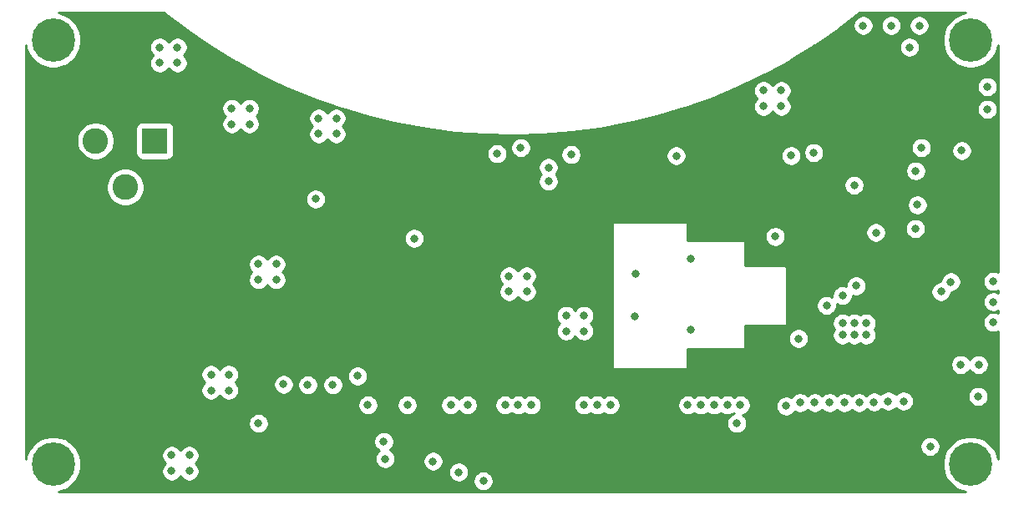
<source format=gbr>
G04 #@! TF.GenerationSoftware,KiCad,Pcbnew,5.1.7-a382d34a8~87~ubuntu18.04.1*
G04 #@! TF.CreationDate,2020-10-16T10:59:29-04:00*
G04 #@! TF.ProjectId,water_meter,77617465-725f-46d6-9574-65722e6b6963,rev?*
G04 #@! TF.SameCoordinates,Original*
G04 #@! TF.FileFunction,Copper,L3,Inr*
G04 #@! TF.FilePolarity,Positive*
%FSLAX46Y46*%
G04 Gerber Fmt 4.6, Leading zero omitted, Abs format (unit mm)*
G04 Created by KiCad (PCBNEW 5.1.7-a382d34a8~87~ubuntu18.04.1) date 2020-10-16 10:59:29*
%MOMM*%
%LPD*%
G01*
G04 APERTURE LIST*
G04 #@! TA.AperFunction,ComponentPad*
%ADD10C,4.400000*%
G04 #@! TD*
G04 #@! TA.AperFunction,ComponentPad*
%ADD11C,2.600000*%
G04 #@! TD*
G04 #@! TA.AperFunction,ComponentPad*
%ADD12R,2.600000X2.600000*%
G04 #@! TD*
G04 #@! TA.AperFunction,ViaPad*
%ADD13C,0.800000*%
G04 #@! TD*
G04 #@! TA.AperFunction,Conductor*
%ADD14C,0.254000*%
G04 #@! TD*
G04 #@! TA.AperFunction,Conductor*
%ADD15C,0.100000*%
G04 #@! TD*
G04 APERTURE END LIST*
D10*
X210000000Y-152500000D03*
X210000000Y-109500000D03*
X117000000Y-152500000D03*
X117000000Y-109500000D03*
D11*
X124300000Y-124400000D03*
X121300000Y-119700000D03*
D12*
X127300000Y-119700000D03*
D13*
X162800000Y-146500000D03*
X164133333Y-146500000D03*
X165466666Y-146500000D03*
X163200000Y-133400000D03*
X163200000Y-135000000D03*
X165000000Y-133400000D03*
X165000000Y-135000000D03*
X167200000Y-122400000D03*
X167200000Y-123800000D03*
X164400000Y-120400000D03*
X200400000Y-129000000D03*
X153600000Y-135800000D03*
X181600000Y-138900000D03*
X181600000Y-131700000D03*
X198200000Y-138200000D03*
X199400000Y-138200000D03*
X199400000Y-139400000D03*
X198200000Y-139400000D03*
X197000000Y-139400000D03*
X197000000Y-138200000D03*
X212300000Y-136025000D03*
X212300000Y-133950000D03*
X176050000Y-133150000D03*
X175950000Y-137500000D03*
X212300000Y-138100000D03*
X134800000Y-145000000D03*
X133000000Y-145000000D03*
X133000000Y-143400000D03*
X134800000Y-143400000D03*
X129000000Y-151600000D03*
X129000000Y-153200000D03*
X130800000Y-153200000D03*
X130800000Y-151600000D03*
X190800000Y-114600000D03*
X189000000Y-114600000D03*
X190800000Y-116200000D03*
X189000000Y-116200000D03*
X170800000Y-137400000D03*
X169000000Y-137400000D03*
X170800000Y-139000000D03*
X169000000Y-139000000D03*
X137800000Y-132200000D03*
X137800000Y-133800000D03*
X139600000Y-133800000D03*
X139600000Y-132200000D03*
X204430000Y-122750000D03*
X209090000Y-120680000D03*
X180160000Y-121210000D03*
X169500000Y-121100000D03*
X159000000Y-146500000D03*
X157300000Y-146500000D03*
X148900000Y-146500000D03*
X152900000Y-146500000D03*
X173466666Y-146500000D03*
X172133333Y-146500000D03*
X170800000Y-146500000D03*
X182666666Y-146500000D03*
X181333333Y-146500000D03*
X185333333Y-146500000D03*
X184000000Y-146500000D03*
X186666666Y-146500000D03*
X211700000Y-116500000D03*
X211700000Y-114200000D03*
X204800000Y-108000000D03*
X201950000Y-108000000D03*
X199100000Y-108000000D03*
X135100000Y-116400000D03*
X135100000Y-118000000D03*
X136900000Y-118000000D03*
X136900000Y-116400000D03*
X129600000Y-110200000D03*
X127800000Y-111800000D03*
X127800000Y-110200000D03*
X129600000Y-111800000D03*
X145700000Y-117400000D03*
X143900000Y-119000000D03*
X143900000Y-117400000D03*
X145700000Y-119000000D03*
X207000000Y-135000000D03*
X191800000Y-121200000D03*
X205900000Y-150700000D03*
X210775000Y-145625000D03*
X204600000Y-126200000D03*
X208000000Y-134000000D03*
X153600000Y-129600000D03*
X143600000Y-125600000D03*
X204400000Y-128600000D03*
X198400000Y-134400000D03*
X195400000Y-136400000D03*
X162000000Y-121000000D03*
X197000000Y-135400000D03*
X192550000Y-139750000D03*
X190200000Y-129400000D03*
X210800000Y-142400000D03*
X203800000Y-110200000D03*
X197200000Y-146250000D03*
X150500000Y-150200000D03*
X194200000Y-146250000D03*
X145350000Y-144450000D03*
X140350000Y-144400000D03*
X191300000Y-146600000D03*
X205000000Y-120400000D03*
X209000000Y-142400000D03*
X195700000Y-146250000D03*
X147850000Y-143550000D03*
X192700000Y-146250000D03*
X142800000Y-144450000D03*
X186300000Y-148350000D03*
X137800000Y-148350000D03*
X194100000Y-120900000D03*
X198200000Y-124200000D03*
X157400000Y-135800000D03*
X142400000Y-136600000D03*
X149000000Y-136000000D03*
X136600000Y-122600000D03*
X129000000Y-130400000D03*
X165200000Y-129600000D03*
X161800000Y-129600000D03*
X212000000Y-124200000D03*
X212000000Y-128600000D03*
X212000000Y-127200000D03*
X212000000Y-125600000D03*
X199800000Y-114200000D03*
X152200000Y-122400000D03*
X117950000Y-139050000D03*
X119550000Y-139050000D03*
X120950000Y-139050000D03*
X120950000Y-145500000D03*
X117950000Y-145500000D03*
X119550000Y-145500000D03*
X117750000Y-143800000D03*
X117750000Y-142200000D03*
X117750000Y-140600000D03*
X165690000Y-120810000D03*
X204751315Y-152483772D03*
X184300000Y-128100000D03*
X203200000Y-146100000D03*
X160600000Y-154200000D03*
X201650000Y-146100000D03*
X158100000Y-153300000D03*
X200200000Y-146200000D03*
X155500000Y-152200000D03*
X198700000Y-146250000D03*
X150650000Y-151950000D03*
D14*
X128269744Y-106727142D02*
X128277826Y-106733344D01*
X128285758Y-106739734D01*
X130593052Y-108500988D01*
X130620383Y-108520740D01*
X130623179Y-108522761D01*
X133019488Y-110160847D01*
X133050713Y-110181014D01*
X135529451Y-111691431D01*
X135529468Y-111691442D01*
X135561706Y-111709947D01*
X138116114Y-113088577D01*
X138139691Y-113100515D01*
X138149277Y-113105369D01*
X140772320Y-114348415D01*
X140772335Y-114348422D01*
X140787369Y-114355070D01*
X140806332Y-114363456D01*
X140806351Y-114363463D01*
X143490852Y-115467524D01*
X143525588Y-115480758D01*
X146264199Y-116442812D01*
X146264211Y-116442817D01*
X146299592Y-116454215D01*
X149084813Y-117271628D01*
X149120742Y-117281158D01*
X151944926Y-117951682D01*
X151981304Y-117959319D01*
X154836704Y-118481118D01*
X154836711Y-118481119D01*
X154873440Y-118486842D01*
X157752236Y-118858485D01*
X157752241Y-118858486D01*
X157789219Y-118862278D01*
X160683526Y-119082748D01*
X160720651Y-119084600D01*
X163622528Y-119153291D01*
X163622530Y-119153291D01*
X163659702Y-119153198D01*
X163659703Y-119153198D01*
X166561198Y-119069923D01*
X166598314Y-119067884D01*
X169491475Y-118832870D01*
X169528433Y-118828892D01*
X172405331Y-118442783D01*
X172442031Y-118436876D01*
X172442038Y-118436875D01*
X175294778Y-117900732D01*
X175331118Y-117892912D01*
X178151895Y-117208201D01*
X178187776Y-117198490D01*
X180968854Y-116367090D01*
X181004177Y-116355515D01*
X183737931Y-115379703D01*
X183738288Y-115379565D01*
X183772600Y-115366295D01*
X185853893Y-114498061D01*
X187965000Y-114498061D01*
X187965000Y-114701939D01*
X188004774Y-114901898D01*
X188082795Y-115090256D01*
X188196063Y-115259774D01*
X188336289Y-115400000D01*
X188196063Y-115540226D01*
X188082795Y-115709744D01*
X188004774Y-115898102D01*
X187965000Y-116098061D01*
X187965000Y-116301939D01*
X188004774Y-116501898D01*
X188082795Y-116690256D01*
X188196063Y-116859774D01*
X188340226Y-117003937D01*
X188509744Y-117117205D01*
X188698102Y-117195226D01*
X188898061Y-117235000D01*
X189101939Y-117235000D01*
X189301898Y-117195226D01*
X189490256Y-117117205D01*
X189659774Y-117003937D01*
X189803937Y-116859774D01*
X189900000Y-116716005D01*
X189996063Y-116859774D01*
X190140226Y-117003937D01*
X190309744Y-117117205D01*
X190498102Y-117195226D01*
X190698061Y-117235000D01*
X190901939Y-117235000D01*
X191101898Y-117195226D01*
X191290256Y-117117205D01*
X191459774Y-117003937D01*
X191603937Y-116859774D01*
X191717205Y-116690256D01*
X191795226Y-116501898D01*
X191815880Y-116398061D01*
X210665000Y-116398061D01*
X210665000Y-116601939D01*
X210704774Y-116801898D01*
X210782795Y-116990256D01*
X210896063Y-117159774D01*
X211040226Y-117303937D01*
X211209744Y-117417205D01*
X211398102Y-117495226D01*
X211598061Y-117535000D01*
X211801939Y-117535000D01*
X212001898Y-117495226D01*
X212190256Y-117417205D01*
X212359774Y-117303937D01*
X212503937Y-117159774D01*
X212617205Y-116990256D01*
X212695226Y-116801898D01*
X212735000Y-116601939D01*
X212735000Y-116398061D01*
X212695226Y-116198102D01*
X212617205Y-116009744D01*
X212503937Y-115840226D01*
X212359774Y-115696063D01*
X212190256Y-115582795D01*
X212001898Y-115504774D01*
X211801939Y-115465000D01*
X211598061Y-115465000D01*
X211398102Y-115504774D01*
X211209744Y-115582795D01*
X211040226Y-115696063D01*
X210896063Y-115840226D01*
X210782795Y-116009744D01*
X210704774Y-116198102D01*
X210665000Y-116398061D01*
X191815880Y-116398061D01*
X191835000Y-116301939D01*
X191835000Y-116098061D01*
X191795226Y-115898102D01*
X191717205Y-115709744D01*
X191603937Y-115540226D01*
X191463711Y-115400000D01*
X191603937Y-115259774D01*
X191717205Y-115090256D01*
X191795226Y-114901898D01*
X191835000Y-114701939D01*
X191835000Y-114498061D01*
X191795226Y-114298102D01*
X191717205Y-114109744D01*
X191709399Y-114098061D01*
X210665000Y-114098061D01*
X210665000Y-114301939D01*
X210704774Y-114501898D01*
X210782795Y-114690256D01*
X210896063Y-114859774D01*
X211040226Y-115003937D01*
X211209744Y-115117205D01*
X211398102Y-115195226D01*
X211598061Y-115235000D01*
X211801939Y-115235000D01*
X212001898Y-115195226D01*
X212190256Y-115117205D01*
X212359774Y-115003937D01*
X212503937Y-114859774D01*
X212617205Y-114690256D01*
X212695226Y-114501898D01*
X212735000Y-114301939D01*
X212735000Y-114098061D01*
X212695226Y-113898102D01*
X212617205Y-113709744D01*
X212503937Y-113540226D01*
X212359774Y-113396063D01*
X212190256Y-113282795D01*
X212001898Y-113204774D01*
X211801939Y-113165000D01*
X211598061Y-113165000D01*
X211398102Y-113204774D01*
X211209744Y-113282795D01*
X211040226Y-113396063D01*
X210896063Y-113540226D01*
X210782795Y-113709744D01*
X210704774Y-113898102D01*
X210665000Y-114098061D01*
X191709399Y-114098061D01*
X191603937Y-113940226D01*
X191459774Y-113796063D01*
X191290256Y-113682795D01*
X191101898Y-113604774D01*
X190901939Y-113565000D01*
X190698061Y-113565000D01*
X190498102Y-113604774D01*
X190309744Y-113682795D01*
X190140226Y-113796063D01*
X189996063Y-113940226D01*
X189900000Y-114083995D01*
X189803937Y-113940226D01*
X189659774Y-113796063D01*
X189490256Y-113682795D01*
X189301898Y-113604774D01*
X189101939Y-113565000D01*
X188898061Y-113565000D01*
X188698102Y-113604774D01*
X188509744Y-113682795D01*
X188340226Y-113796063D01*
X188196063Y-113940226D01*
X188082795Y-114109744D01*
X188004774Y-114298102D01*
X187965000Y-114498061D01*
X185853893Y-114498061D01*
X186451538Y-114248747D01*
X186485458Y-114233542D01*
X186485473Y-114233534D01*
X189102219Y-112977329D01*
X189102235Y-112977322D01*
X189135313Y-112960363D01*
X191682759Y-111568912D01*
X191714904Y-111550245D01*
X194071341Y-110098061D01*
X202765000Y-110098061D01*
X202765000Y-110301939D01*
X202804774Y-110501898D01*
X202882795Y-110690256D01*
X202996063Y-110859774D01*
X203140226Y-111003937D01*
X203309744Y-111117205D01*
X203498102Y-111195226D01*
X203698061Y-111235000D01*
X203901939Y-111235000D01*
X204101898Y-111195226D01*
X204290256Y-111117205D01*
X204459774Y-111003937D01*
X204603937Y-110859774D01*
X204717205Y-110690256D01*
X204795226Y-110501898D01*
X204835000Y-110301939D01*
X204835000Y-110098061D01*
X204795226Y-109898102D01*
X204717205Y-109709744D01*
X204603937Y-109540226D01*
X204459774Y-109396063D01*
X204290256Y-109282795D01*
X204101898Y-109204774D01*
X203901939Y-109165000D01*
X203698061Y-109165000D01*
X203498102Y-109204774D01*
X203309744Y-109282795D01*
X203140226Y-109396063D01*
X202996063Y-109540226D01*
X202882795Y-109709744D01*
X202804774Y-109898102D01*
X202765000Y-110098061D01*
X194071341Y-110098061D01*
X194186036Y-110027379D01*
X194217160Y-110007055D01*
X196605206Y-108356945D01*
X196635223Y-108335021D01*
X197201726Y-107898061D01*
X198065000Y-107898061D01*
X198065000Y-108101939D01*
X198104774Y-108301898D01*
X198182795Y-108490256D01*
X198296063Y-108659774D01*
X198440226Y-108803937D01*
X198609744Y-108917205D01*
X198798102Y-108995226D01*
X198998061Y-109035000D01*
X199201939Y-109035000D01*
X199401898Y-108995226D01*
X199590256Y-108917205D01*
X199759774Y-108803937D01*
X199903937Y-108659774D01*
X200017205Y-108490256D01*
X200095226Y-108301898D01*
X200135000Y-108101939D01*
X200135000Y-107898061D01*
X200915000Y-107898061D01*
X200915000Y-108101939D01*
X200954774Y-108301898D01*
X201032795Y-108490256D01*
X201146063Y-108659774D01*
X201290226Y-108803937D01*
X201459744Y-108917205D01*
X201648102Y-108995226D01*
X201848061Y-109035000D01*
X202051939Y-109035000D01*
X202251898Y-108995226D01*
X202440256Y-108917205D01*
X202609774Y-108803937D01*
X202753937Y-108659774D01*
X202867205Y-108490256D01*
X202945226Y-108301898D01*
X202985000Y-108101939D01*
X202985000Y-107898061D01*
X203765000Y-107898061D01*
X203765000Y-108101939D01*
X203804774Y-108301898D01*
X203882795Y-108490256D01*
X203996063Y-108659774D01*
X204140226Y-108803937D01*
X204309744Y-108917205D01*
X204498102Y-108995226D01*
X204698061Y-109035000D01*
X204901939Y-109035000D01*
X205101898Y-108995226D01*
X205290256Y-108917205D01*
X205459774Y-108803937D01*
X205603937Y-108659774D01*
X205717205Y-108490256D01*
X205795226Y-108301898D01*
X205835000Y-108101939D01*
X205835000Y-107898061D01*
X205795226Y-107698102D01*
X205717205Y-107509744D01*
X205603937Y-107340226D01*
X205459774Y-107196063D01*
X205290256Y-107082795D01*
X205101898Y-107004774D01*
X204901939Y-106965000D01*
X204698061Y-106965000D01*
X204498102Y-107004774D01*
X204309744Y-107082795D01*
X204140226Y-107196063D01*
X203996063Y-107340226D01*
X203882795Y-107509744D01*
X203804774Y-107698102D01*
X203765000Y-107898061D01*
X202985000Y-107898061D01*
X202945226Y-107698102D01*
X202867205Y-107509744D01*
X202753937Y-107340226D01*
X202609774Y-107196063D01*
X202440256Y-107082795D01*
X202251898Y-107004774D01*
X202051939Y-106965000D01*
X201848061Y-106965000D01*
X201648102Y-107004774D01*
X201459744Y-107082795D01*
X201290226Y-107196063D01*
X201146063Y-107340226D01*
X201032795Y-107509744D01*
X200954774Y-107698102D01*
X200915000Y-107898061D01*
X200135000Y-107898061D01*
X200095226Y-107698102D01*
X200017205Y-107509744D01*
X199903937Y-107340226D01*
X199759774Y-107196063D01*
X199590256Y-107082795D01*
X199401898Y-107004774D01*
X199201939Y-106965000D01*
X198998061Y-106965000D01*
X198798102Y-107004774D01*
X198609744Y-107082795D01*
X198440226Y-107196063D01*
X198296063Y-107340226D01*
X198182795Y-107509744D01*
X198104774Y-107698102D01*
X198065000Y-107898061D01*
X197201726Y-107898061D01*
X198742008Y-106710000D01*
X209494548Y-106710000D01*
X209173061Y-106773948D01*
X208657124Y-106987656D01*
X208192793Y-107297912D01*
X207797912Y-107692793D01*
X207487656Y-108157124D01*
X207273948Y-108673061D01*
X207165000Y-109220777D01*
X207165000Y-109779223D01*
X207273948Y-110326939D01*
X207487656Y-110842876D01*
X207797912Y-111307207D01*
X208192793Y-111702088D01*
X208657124Y-112012344D01*
X209173061Y-112226052D01*
X209720777Y-112335000D01*
X210279223Y-112335000D01*
X210826939Y-112226052D01*
X211342876Y-112012344D01*
X211807207Y-111702088D01*
X212202088Y-111307207D01*
X212512344Y-110842876D01*
X212726052Y-110326939D01*
X212790001Y-110005447D01*
X212790000Y-133032689D01*
X212601898Y-132954774D01*
X212401939Y-132915000D01*
X212198061Y-132915000D01*
X211998102Y-132954774D01*
X211809744Y-133032795D01*
X211640226Y-133146063D01*
X211496063Y-133290226D01*
X211382795Y-133459744D01*
X211304774Y-133648102D01*
X211265000Y-133848061D01*
X211265000Y-134051939D01*
X211304774Y-134251898D01*
X211382795Y-134440256D01*
X211496063Y-134609774D01*
X211640226Y-134753937D01*
X211809744Y-134867205D01*
X211998102Y-134945226D01*
X212198061Y-134985000D01*
X212401939Y-134985000D01*
X212601898Y-134945226D01*
X212790000Y-134867311D01*
X212790000Y-135107689D01*
X212601898Y-135029774D01*
X212401939Y-134990000D01*
X212198061Y-134990000D01*
X211998102Y-135029774D01*
X211809744Y-135107795D01*
X211640226Y-135221063D01*
X211496063Y-135365226D01*
X211382795Y-135534744D01*
X211304774Y-135723102D01*
X211265000Y-135923061D01*
X211265000Y-136126939D01*
X211304774Y-136326898D01*
X211382795Y-136515256D01*
X211496063Y-136684774D01*
X211640226Y-136828937D01*
X211809744Y-136942205D01*
X211998102Y-137020226D01*
X212198061Y-137060000D01*
X212401939Y-137060000D01*
X212601898Y-137020226D01*
X212790000Y-136942311D01*
X212790000Y-137182689D01*
X212601898Y-137104774D01*
X212401939Y-137065000D01*
X212198061Y-137065000D01*
X211998102Y-137104774D01*
X211809744Y-137182795D01*
X211640226Y-137296063D01*
X211496063Y-137440226D01*
X211382795Y-137609744D01*
X211304774Y-137798102D01*
X211265000Y-137998061D01*
X211265000Y-138201939D01*
X211304774Y-138401898D01*
X211382795Y-138590256D01*
X211496063Y-138759774D01*
X211640226Y-138903937D01*
X211809744Y-139017205D01*
X211998102Y-139095226D01*
X212198061Y-139135000D01*
X212401939Y-139135000D01*
X212601898Y-139095226D01*
X212790000Y-139017311D01*
X212790000Y-151994548D01*
X212726052Y-151673061D01*
X212512344Y-151157124D01*
X212202088Y-150692793D01*
X211807207Y-150297912D01*
X211342876Y-149987656D01*
X210826939Y-149773948D01*
X210279223Y-149665000D01*
X209720777Y-149665000D01*
X209173061Y-149773948D01*
X208657124Y-149987656D01*
X208192793Y-150297912D01*
X207797912Y-150692793D01*
X207487656Y-151157124D01*
X207273948Y-151673061D01*
X207165000Y-152220777D01*
X207165000Y-152779223D01*
X207273948Y-153326939D01*
X207487656Y-153842876D01*
X207797912Y-154307207D01*
X208192793Y-154702088D01*
X208657124Y-155012344D01*
X209173061Y-155226052D01*
X209494548Y-155290000D01*
X117505452Y-155290000D01*
X117826939Y-155226052D01*
X118342876Y-155012344D01*
X118807207Y-154702088D01*
X119202088Y-154307207D01*
X119512344Y-153842876D01*
X119726052Y-153326939D01*
X119835000Y-152779223D01*
X119835000Y-152220777D01*
X119726052Y-151673061D01*
X119653565Y-151498061D01*
X127965000Y-151498061D01*
X127965000Y-151701939D01*
X128004774Y-151901898D01*
X128082795Y-152090256D01*
X128196063Y-152259774D01*
X128336289Y-152400000D01*
X128196063Y-152540226D01*
X128082795Y-152709744D01*
X128004774Y-152898102D01*
X127965000Y-153098061D01*
X127965000Y-153301939D01*
X128004774Y-153501898D01*
X128082795Y-153690256D01*
X128196063Y-153859774D01*
X128340226Y-154003937D01*
X128509744Y-154117205D01*
X128698102Y-154195226D01*
X128898061Y-154235000D01*
X129101939Y-154235000D01*
X129301898Y-154195226D01*
X129490256Y-154117205D01*
X129659774Y-154003937D01*
X129803937Y-153859774D01*
X129900000Y-153716005D01*
X129996063Y-153859774D01*
X130140226Y-154003937D01*
X130309744Y-154117205D01*
X130498102Y-154195226D01*
X130698061Y-154235000D01*
X130901939Y-154235000D01*
X131101898Y-154195226D01*
X131290256Y-154117205D01*
X131459774Y-154003937D01*
X131603937Y-153859774D01*
X131717205Y-153690256D01*
X131795226Y-153501898D01*
X131835000Y-153301939D01*
X131835000Y-153098061D01*
X131795226Y-152898102D01*
X131717205Y-152709744D01*
X131603937Y-152540226D01*
X131463711Y-152400000D01*
X131603937Y-152259774D01*
X131717205Y-152090256D01*
X131795226Y-151901898D01*
X131835000Y-151701939D01*
X131835000Y-151498061D01*
X131795226Y-151298102D01*
X131717205Y-151109744D01*
X131603937Y-150940226D01*
X131459774Y-150796063D01*
X131290256Y-150682795D01*
X131101898Y-150604774D01*
X130901939Y-150565000D01*
X130698061Y-150565000D01*
X130498102Y-150604774D01*
X130309744Y-150682795D01*
X130140226Y-150796063D01*
X129996063Y-150940226D01*
X129900000Y-151083995D01*
X129803937Y-150940226D01*
X129659774Y-150796063D01*
X129490256Y-150682795D01*
X129301898Y-150604774D01*
X129101939Y-150565000D01*
X128898061Y-150565000D01*
X128698102Y-150604774D01*
X128509744Y-150682795D01*
X128340226Y-150796063D01*
X128196063Y-150940226D01*
X128082795Y-151109744D01*
X128004774Y-151298102D01*
X127965000Y-151498061D01*
X119653565Y-151498061D01*
X119512344Y-151157124D01*
X119202088Y-150692793D01*
X118807207Y-150297912D01*
X118508109Y-150098061D01*
X149465000Y-150098061D01*
X149465000Y-150301939D01*
X149504774Y-150501898D01*
X149582795Y-150690256D01*
X149696063Y-150859774D01*
X149840226Y-151003937D01*
X150009744Y-151117205D01*
X150024357Y-151123258D01*
X149990226Y-151146063D01*
X149846063Y-151290226D01*
X149732795Y-151459744D01*
X149654774Y-151648102D01*
X149615000Y-151848061D01*
X149615000Y-152051939D01*
X149654774Y-152251898D01*
X149732795Y-152440256D01*
X149846063Y-152609774D01*
X149990226Y-152753937D01*
X150159744Y-152867205D01*
X150348102Y-152945226D01*
X150548061Y-152985000D01*
X150751939Y-152985000D01*
X150951898Y-152945226D01*
X151140256Y-152867205D01*
X151309774Y-152753937D01*
X151453937Y-152609774D01*
X151567205Y-152440256D01*
X151645226Y-152251898D01*
X151675825Y-152098061D01*
X154465000Y-152098061D01*
X154465000Y-152301939D01*
X154504774Y-152501898D01*
X154582795Y-152690256D01*
X154696063Y-152859774D01*
X154840226Y-153003937D01*
X155009744Y-153117205D01*
X155198102Y-153195226D01*
X155398061Y-153235000D01*
X155601939Y-153235000D01*
X155787645Y-153198061D01*
X157065000Y-153198061D01*
X157065000Y-153401939D01*
X157104774Y-153601898D01*
X157182795Y-153790256D01*
X157296063Y-153959774D01*
X157440226Y-154103937D01*
X157609744Y-154217205D01*
X157798102Y-154295226D01*
X157998061Y-154335000D01*
X158201939Y-154335000D01*
X158401898Y-154295226D01*
X158590256Y-154217205D01*
X158759774Y-154103937D01*
X158765650Y-154098061D01*
X159565000Y-154098061D01*
X159565000Y-154301939D01*
X159604774Y-154501898D01*
X159682795Y-154690256D01*
X159796063Y-154859774D01*
X159940226Y-155003937D01*
X160109744Y-155117205D01*
X160298102Y-155195226D01*
X160498061Y-155235000D01*
X160701939Y-155235000D01*
X160901898Y-155195226D01*
X161090256Y-155117205D01*
X161259774Y-155003937D01*
X161403937Y-154859774D01*
X161517205Y-154690256D01*
X161595226Y-154501898D01*
X161635000Y-154301939D01*
X161635000Y-154098061D01*
X161595226Y-153898102D01*
X161517205Y-153709744D01*
X161403937Y-153540226D01*
X161259774Y-153396063D01*
X161090256Y-153282795D01*
X160901898Y-153204774D01*
X160701939Y-153165000D01*
X160498061Y-153165000D01*
X160298102Y-153204774D01*
X160109744Y-153282795D01*
X159940226Y-153396063D01*
X159796063Y-153540226D01*
X159682795Y-153709744D01*
X159604774Y-153898102D01*
X159565000Y-154098061D01*
X158765650Y-154098061D01*
X158903937Y-153959774D01*
X159017205Y-153790256D01*
X159095226Y-153601898D01*
X159135000Y-153401939D01*
X159135000Y-153198061D01*
X159095226Y-152998102D01*
X159017205Y-152809744D01*
X158903937Y-152640226D01*
X158759774Y-152496063D01*
X158590256Y-152382795D01*
X158401898Y-152304774D01*
X158201939Y-152265000D01*
X157998061Y-152265000D01*
X157798102Y-152304774D01*
X157609744Y-152382795D01*
X157440226Y-152496063D01*
X157296063Y-152640226D01*
X157182795Y-152809744D01*
X157104774Y-152998102D01*
X157065000Y-153198061D01*
X155787645Y-153198061D01*
X155801898Y-153195226D01*
X155990256Y-153117205D01*
X156159774Y-153003937D01*
X156303937Y-152859774D01*
X156417205Y-152690256D01*
X156495226Y-152501898D01*
X156535000Y-152301939D01*
X156535000Y-152098061D01*
X156495226Y-151898102D01*
X156417205Y-151709744D01*
X156303937Y-151540226D01*
X156159774Y-151396063D01*
X155990256Y-151282795D01*
X155801898Y-151204774D01*
X155601939Y-151165000D01*
X155398061Y-151165000D01*
X155198102Y-151204774D01*
X155009744Y-151282795D01*
X154840226Y-151396063D01*
X154696063Y-151540226D01*
X154582795Y-151709744D01*
X154504774Y-151898102D01*
X154465000Y-152098061D01*
X151675825Y-152098061D01*
X151685000Y-152051939D01*
X151685000Y-151848061D01*
X151645226Y-151648102D01*
X151567205Y-151459744D01*
X151453937Y-151290226D01*
X151309774Y-151146063D01*
X151140256Y-151032795D01*
X151125643Y-151026742D01*
X151159774Y-151003937D01*
X151303937Y-150859774D01*
X151417205Y-150690256D01*
X151455393Y-150598061D01*
X204865000Y-150598061D01*
X204865000Y-150801939D01*
X204904774Y-151001898D01*
X204982795Y-151190256D01*
X205096063Y-151359774D01*
X205240226Y-151503937D01*
X205409744Y-151617205D01*
X205598102Y-151695226D01*
X205798061Y-151735000D01*
X206001939Y-151735000D01*
X206201898Y-151695226D01*
X206390256Y-151617205D01*
X206559774Y-151503937D01*
X206703937Y-151359774D01*
X206817205Y-151190256D01*
X206895226Y-151001898D01*
X206935000Y-150801939D01*
X206935000Y-150598061D01*
X206895226Y-150398102D01*
X206817205Y-150209744D01*
X206703937Y-150040226D01*
X206559774Y-149896063D01*
X206390256Y-149782795D01*
X206201898Y-149704774D01*
X206001939Y-149665000D01*
X205798061Y-149665000D01*
X205598102Y-149704774D01*
X205409744Y-149782795D01*
X205240226Y-149896063D01*
X205096063Y-150040226D01*
X204982795Y-150209744D01*
X204904774Y-150398102D01*
X204865000Y-150598061D01*
X151455393Y-150598061D01*
X151495226Y-150501898D01*
X151535000Y-150301939D01*
X151535000Y-150098061D01*
X151495226Y-149898102D01*
X151417205Y-149709744D01*
X151303937Y-149540226D01*
X151159774Y-149396063D01*
X150990256Y-149282795D01*
X150801898Y-149204774D01*
X150601939Y-149165000D01*
X150398061Y-149165000D01*
X150198102Y-149204774D01*
X150009744Y-149282795D01*
X149840226Y-149396063D01*
X149696063Y-149540226D01*
X149582795Y-149709744D01*
X149504774Y-149898102D01*
X149465000Y-150098061D01*
X118508109Y-150098061D01*
X118342876Y-149987656D01*
X117826939Y-149773948D01*
X117279223Y-149665000D01*
X116720777Y-149665000D01*
X116173061Y-149773948D01*
X115657124Y-149987656D01*
X115192793Y-150297912D01*
X114797912Y-150692793D01*
X114487656Y-151157124D01*
X114273948Y-151673061D01*
X114210000Y-151994548D01*
X114210000Y-148248061D01*
X136765000Y-148248061D01*
X136765000Y-148451939D01*
X136804774Y-148651898D01*
X136882795Y-148840256D01*
X136996063Y-149009774D01*
X137140226Y-149153937D01*
X137309744Y-149267205D01*
X137498102Y-149345226D01*
X137698061Y-149385000D01*
X137901939Y-149385000D01*
X138101898Y-149345226D01*
X138290256Y-149267205D01*
X138459774Y-149153937D01*
X138603937Y-149009774D01*
X138717205Y-148840256D01*
X138795226Y-148651898D01*
X138835000Y-148451939D01*
X138835000Y-148248061D01*
X138795226Y-148048102D01*
X138717205Y-147859744D01*
X138603937Y-147690226D01*
X138459774Y-147546063D01*
X138290256Y-147432795D01*
X138101898Y-147354774D01*
X137901939Y-147315000D01*
X137698061Y-147315000D01*
X137498102Y-147354774D01*
X137309744Y-147432795D01*
X137140226Y-147546063D01*
X136996063Y-147690226D01*
X136882795Y-147859744D01*
X136804774Y-148048102D01*
X136765000Y-148248061D01*
X114210000Y-148248061D01*
X114210000Y-146398061D01*
X147865000Y-146398061D01*
X147865000Y-146601939D01*
X147904774Y-146801898D01*
X147982795Y-146990256D01*
X148096063Y-147159774D01*
X148240226Y-147303937D01*
X148409744Y-147417205D01*
X148598102Y-147495226D01*
X148798061Y-147535000D01*
X149001939Y-147535000D01*
X149201898Y-147495226D01*
X149390256Y-147417205D01*
X149559774Y-147303937D01*
X149703937Y-147159774D01*
X149817205Y-146990256D01*
X149895226Y-146801898D01*
X149935000Y-146601939D01*
X149935000Y-146398061D01*
X151865000Y-146398061D01*
X151865000Y-146601939D01*
X151904774Y-146801898D01*
X151982795Y-146990256D01*
X152096063Y-147159774D01*
X152240226Y-147303937D01*
X152409744Y-147417205D01*
X152598102Y-147495226D01*
X152798061Y-147535000D01*
X153001939Y-147535000D01*
X153201898Y-147495226D01*
X153390256Y-147417205D01*
X153559774Y-147303937D01*
X153703937Y-147159774D01*
X153817205Y-146990256D01*
X153895226Y-146801898D01*
X153935000Y-146601939D01*
X153935000Y-146398061D01*
X156265000Y-146398061D01*
X156265000Y-146601939D01*
X156304774Y-146801898D01*
X156382795Y-146990256D01*
X156496063Y-147159774D01*
X156640226Y-147303937D01*
X156809744Y-147417205D01*
X156998102Y-147495226D01*
X157198061Y-147535000D01*
X157401939Y-147535000D01*
X157601898Y-147495226D01*
X157790256Y-147417205D01*
X157959774Y-147303937D01*
X158103937Y-147159774D01*
X158150000Y-147090836D01*
X158196063Y-147159774D01*
X158340226Y-147303937D01*
X158509744Y-147417205D01*
X158698102Y-147495226D01*
X158898061Y-147535000D01*
X159101939Y-147535000D01*
X159301898Y-147495226D01*
X159490256Y-147417205D01*
X159659774Y-147303937D01*
X159803937Y-147159774D01*
X159917205Y-146990256D01*
X159995226Y-146801898D01*
X160035000Y-146601939D01*
X160035000Y-146398061D01*
X161765000Y-146398061D01*
X161765000Y-146601939D01*
X161804774Y-146801898D01*
X161882795Y-146990256D01*
X161996063Y-147159774D01*
X162140226Y-147303937D01*
X162309744Y-147417205D01*
X162498102Y-147495226D01*
X162698061Y-147535000D01*
X162901939Y-147535000D01*
X163101898Y-147495226D01*
X163290256Y-147417205D01*
X163459774Y-147303937D01*
X163466667Y-147297045D01*
X163473559Y-147303937D01*
X163643077Y-147417205D01*
X163831435Y-147495226D01*
X164031394Y-147535000D01*
X164235272Y-147535000D01*
X164435231Y-147495226D01*
X164623589Y-147417205D01*
X164793107Y-147303937D01*
X164800000Y-147297045D01*
X164806892Y-147303937D01*
X164976410Y-147417205D01*
X165164768Y-147495226D01*
X165364727Y-147535000D01*
X165568605Y-147535000D01*
X165768564Y-147495226D01*
X165956922Y-147417205D01*
X166126440Y-147303937D01*
X166270603Y-147159774D01*
X166383871Y-146990256D01*
X166461892Y-146801898D01*
X166501666Y-146601939D01*
X166501666Y-146398061D01*
X169765000Y-146398061D01*
X169765000Y-146601939D01*
X169804774Y-146801898D01*
X169882795Y-146990256D01*
X169996063Y-147159774D01*
X170140226Y-147303937D01*
X170309744Y-147417205D01*
X170498102Y-147495226D01*
X170698061Y-147535000D01*
X170901939Y-147535000D01*
X171101898Y-147495226D01*
X171290256Y-147417205D01*
X171459774Y-147303937D01*
X171466667Y-147297045D01*
X171473559Y-147303937D01*
X171643077Y-147417205D01*
X171831435Y-147495226D01*
X172031394Y-147535000D01*
X172235272Y-147535000D01*
X172435231Y-147495226D01*
X172623589Y-147417205D01*
X172793107Y-147303937D01*
X172800000Y-147297045D01*
X172806892Y-147303937D01*
X172976410Y-147417205D01*
X173164768Y-147495226D01*
X173364727Y-147535000D01*
X173568605Y-147535000D01*
X173768564Y-147495226D01*
X173956922Y-147417205D01*
X174126440Y-147303937D01*
X174270603Y-147159774D01*
X174383871Y-146990256D01*
X174461892Y-146801898D01*
X174501666Y-146601939D01*
X174501666Y-146398061D01*
X180298333Y-146398061D01*
X180298333Y-146601939D01*
X180338107Y-146801898D01*
X180416128Y-146990256D01*
X180529396Y-147159774D01*
X180673559Y-147303937D01*
X180843077Y-147417205D01*
X181031435Y-147495226D01*
X181231394Y-147535000D01*
X181435272Y-147535000D01*
X181635231Y-147495226D01*
X181823589Y-147417205D01*
X181993107Y-147303937D01*
X182000000Y-147297045D01*
X182006892Y-147303937D01*
X182176410Y-147417205D01*
X182364768Y-147495226D01*
X182564727Y-147535000D01*
X182768605Y-147535000D01*
X182968564Y-147495226D01*
X183156922Y-147417205D01*
X183326440Y-147303937D01*
X183333333Y-147297044D01*
X183340226Y-147303937D01*
X183509744Y-147417205D01*
X183698102Y-147495226D01*
X183898061Y-147535000D01*
X184101939Y-147535000D01*
X184301898Y-147495226D01*
X184490256Y-147417205D01*
X184659774Y-147303937D01*
X184666667Y-147297045D01*
X184673559Y-147303937D01*
X184843077Y-147417205D01*
X185031435Y-147495226D01*
X185231394Y-147535000D01*
X185435272Y-147535000D01*
X185635231Y-147495226D01*
X185823589Y-147417205D01*
X185993107Y-147303937D01*
X186000000Y-147297045D01*
X186006892Y-147303937D01*
X186063505Y-147341765D01*
X185998102Y-147354774D01*
X185809744Y-147432795D01*
X185640226Y-147546063D01*
X185496063Y-147690226D01*
X185382795Y-147859744D01*
X185304774Y-148048102D01*
X185265000Y-148248061D01*
X185265000Y-148451939D01*
X185304774Y-148651898D01*
X185382795Y-148840256D01*
X185496063Y-149009774D01*
X185640226Y-149153937D01*
X185809744Y-149267205D01*
X185998102Y-149345226D01*
X186198061Y-149385000D01*
X186401939Y-149385000D01*
X186601898Y-149345226D01*
X186790256Y-149267205D01*
X186959774Y-149153937D01*
X187103937Y-149009774D01*
X187217205Y-148840256D01*
X187295226Y-148651898D01*
X187335000Y-148451939D01*
X187335000Y-148248061D01*
X187295226Y-148048102D01*
X187217205Y-147859744D01*
X187103937Y-147690226D01*
X186959774Y-147546063D01*
X186903161Y-147508235D01*
X186968564Y-147495226D01*
X187156922Y-147417205D01*
X187326440Y-147303937D01*
X187470603Y-147159774D01*
X187583871Y-146990256D01*
X187661892Y-146801898D01*
X187701666Y-146601939D01*
X187701666Y-146498061D01*
X190265000Y-146498061D01*
X190265000Y-146701939D01*
X190304774Y-146901898D01*
X190382795Y-147090256D01*
X190496063Y-147259774D01*
X190640226Y-147403937D01*
X190809744Y-147517205D01*
X190998102Y-147595226D01*
X191198061Y-147635000D01*
X191401939Y-147635000D01*
X191601898Y-147595226D01*
X191790256Y-147517205D01*
X191959774Y-147403937D01*
X192103937Y-147259774D01*
X192179356Y-147146901D01*
X192209744Y-147167205D01*
X192398102Y-147245226D01*
X192598061Y-147285000D01*
X192801939Y-147285000D01*
X193001898Y-147245226D01*
X193190256Y-147167205D01*
X193359774Y-147053937D01*
X193450000Y-146963711D01*
X193540226Y-147053937D01*
X193709744Y-147167205D01*
X193898102Y-147245226D01*
X194098061Y-147285000D01*
X194301939Y-147285000D01*
X194501898Y-147245226D01*
X194690256Y-147167205D01*
X194859774Y-147053937D01*
X194950000Y-146963711D01*
X195040226Y-147053937D01*
X195209744Y-147167205D01*
X195398102Y-147245226D01*
X195598061Y-147285000D01*
X195801939Y-147285000D01*
X196001898Y-147245226D01*
X196190256Y-147167205D01*
X196359774Y-147053937D01*
X196450000Y-146963711D01*
X196540226Y-147053937D01*
X196709744Y-147167205D01*
X196898102Y-147245226D01*
X197098061Y-147285000D01*
X197301939Y-147285000D01*
X197501898Y-147245226D01*
X197690256Y-147167205D01*
X197859774Y-147053937D01*
X197950000Y-146963711D01*
X198040226Y-147053937D01*
X198209744Y-147167205D01*
X198398102Y-147245226D01*
X198598061Y-147285000D01*
X198801939Y-147285000D01*
X199001898Y-147245226D01*
X199190256Y-147167205D01*
X199359774Y-147053937D01*
X199475000Y-146938711D01*
X199540226Y-147003937D01*
X199709744Y-147117205D01*
X199898102Y-147195226D01*
X200098061Y-147235000D01*
X200301939Y-147235000D01*
X200501898Y-147195226D01*
X200690256Y-147117205D01*
X200859774Y-147003937D01*
X200975000Y-146888711D01*
X200990226Y-146903937D01*
X201159744Y-147017205D01*
X201348102Y-147095226D01*
X201548061Y-147135000D01*
X201751939Y-147135000D01*
X201951898Y-147095226D01*
X202140256Y-147017205D01*
X202309774Y-146903937D01*
X202425000Y-146788711D01*
X202540226Y-146903937D01*
X202709744Y-147017205D01*
X202898102Y-147095226D01*
X203098061Y-147135000D01*
X203301939Y-147135000D01*
X203501898Y-147095226D01*
X203690256Y-147017205D01*
X203859774Y-146903937D01*
X204003937Y-146759774D01*
X204117205Y-146590256D01*
X204195226Y-146401898D01*
X204235000Y-146201939D01*
X204235000Y-145998061D01*
X204195226Y-145798102D01*
X204117205Y-145609744D01*
X204059286Y-145523061D01*
X209740000Y-145523061D01*
X209740000Y-145726939D01*
X209779774Y-145926898D01*
X209857795Y-146115256D01*
X209971063Y-146284774D01*
X210115226Y-146428937D01*
X210284744Y-146542205D01*
X210473102Y-146620226D01*
X210673061Y-146660000D01*
X210876939Y-146660000D01*
X211076898Y-146620226D01*
X211265256Y-146542205D01*
X211434774Y-146428937D01*
X211578937Y-146284774D01*
X211692205Y-146115256D01*
X211770226Y-145926898D01*
X211810000Y-145726939D01*
X211810000Y-145523061D01*
X211770226Y-145323102D01*
X211692205Y-145134744D01*
X211578937Y-144965226D01*
X211434774Y-144821063D01*
X211265256Y-144707795D01*
X211076898Y-144629774D01*
X210876939Y-144590000D01*
X210673061Y-144590000D01*
X210473102Y-144629774D01*
X210284744Y-144707795D01*
X210115226Y-144821063D01*
X209971063Y-144965226D01*
X209857795Y-145134744D01*
X209779774Y-145323102D01*
X209740000Y-145523061D01*
X204059286Y-145523061D01*
X204003937Y-145440226D01*
X203859774Y-145296063D01*
X203690256Y-145182795D01*
X203501898Y-145104774D01*
X203301939Y-145065000D01*
X203098061Y-145065000D01*
X202898102Y-145104774D01*
X202709744Y-145182795D01*
X202540226Y-145296063D01*
X202425000Y-145411289D01*
X202309774Y-145296063D01*
X202140256Y-145182795D01*
X201951898Y-145104774D01*
X201751939Y-145065000D01*
X201548061Y-145065000D01*
X201348102Y-145104774D01*
X201159744Y-145182795D01*
X200990226Y-145296063D01*
X200875000Y-145411289D01*
X200859774Y-145396063D01*
X200690256Y-145282795D01*
X200501898Y-145204774D01*
X200301939Y-145165000D01*
X200098061Y-145165000D01*
X199898102Y-145204774D01*
X199709744Y-145282795D01*
X199540226Y-145396063D01*
X199425000Y-145511289D01*
X199359774Y-145446063D01*
X199190256Y-145332795D01*
X199001898Y-145254774D01*
X198801939Y-145215000D01*
X198598061Y-145215000D01*
X198398102Y-145254774D01*
X198209744Y-145332795D01*
X198040226Y-145446063D01*
X197950000Y-145536289D01*
X197859774Y-145446063D01*
X197690256Y-145332795D01*
X197501898Y-145254774D01*
X197301939Y-145215000D01*
X197098061Y-145215000D01*
X196898102Y-145254774D01*
X196709744Y-145332795D01*
X196540226Y-145446063D01*
X196450000Y-145536289D01*
X196359774Y-145446063D01*
X196190256Y-145332795D01*
X196001898Y-145254774D01*
X195801939Y-145215000D01*
X195598061Y-145215000D01*
X195398102Y-145254774D01*
X195209744Y-145332795D01*
X195040226Y-145446063D01*
X194950000Y-145536289D01*
X194859774Y-145446063D01*
X194690256Y-145332795D01*
X194501898Y-145254774D01*
X194301939Y-145215000D01*
X194098061Y-145215000D01*
X193898102Y-145254774D01*
X193709744Y-145332795D01*
X193540226Y-145446063D01*
X193450000Y-145536289D01*
X193359774Y-145446063D01*
X193190256Y-145332795D01*
X193001898Y-145254774D01*
X192801939Y-145215000D01*
X192598061Y-145215000D01*
X192398102Y-145254774D01*
X192209744Y-145332795D01*
X192040226Y-145446063D01*
X191896063Y-145590226D01*
X191820644Y-145703099D01*
X191790256Y-145682795D01*
X191601898Y-145604774D01*
X191401939Y-145565000D01*
X191198061Y-145565000D01*
X190998102Y-145604774D01*
X190809744Y-145682795D01*
X190640226Y-145796063D01*
X190496063Y-145940226D01*
X190382795Y-146109744D01*
X190304774Y-146298102D01*
X190265000Y-146498061D01*
X187701666Y-146498061D01*
X187701666Y-146398061D01*
X187661892Y-146198102D01*
X187583871Y-146009744D01*
X187470603Y-145840226D01*
X187326440Y-145696063D01*
X187156922Y-145582795D01*
X186968564Y-145504774D01*
X186768605Y-145465000D01*
X186564727Y-145465000D01*
X186364768Y-145504774D01*
X186176410Y-145582795D01*
X186006892Y-145696063D01*
X186000000Y-145702956D01*
X185993107Y-145696063D01*
X185823589Y-145582795D01*
X185635231Y-145504774D01*
X185435272Y-145465000D01*
X185231394Y-145465000D01*
X185031435Y-145504774D01*
X184843077Y-145582795D01*
X184673559Y-145696063D01*
X184666667Y-145702956D01*
X184659774Y-145696063D01*
X184490256Y-145582795D01*
X184301898Y-145504774D01*
X184101939Y-145465000D01*
X183898061Y-145465000D01*
X183698102Y-145504774D01*
X183509744Y-145582795D01*
X183340226Y-145696063D01*
X183333333Y-145702956D01*
X183326440Y-145696063D01*
X183156922Y-145582795D01*
X182968564Y-145504774D01*
X182768605Y-145465000D01*
X182564727Y-145465000D01*
X182364768Y-145504774D01*
X182176410Y-145582795D01*
X182006892Y-145696063D01*
X182000000Y-145702956D01*
X181993107Y-145696063D01*
X181823589Y-145582795D01*
X181635231Y-145504774D01*
X181435272Y-145465000D01*
X181231394Y-145465000D01*
X181031435Y-145504774D01*
X180843077Y-145582795D01*
X180673559Y-145696063D01*
X180529396Y-145840226D01*
X180416128Y-146009744D01*
X180338107Y-146198102D01*
X180298333Y-146398061D01*
X174501666Y-146398061D01*
X174461892Y-146198102D01*
X174383871Y-146009744D01*
X174270603Y-145840226D01*
X174126440Y-145696063D01*
X173956922Y-145582795D01*
X173768564Y-145504774D01*
X173568605Y-145465000D01*
X173364727Y-145465000D01*
X173164768Y-145504774D01*
X172976410Y-145582795D01*
X172806892Y-145696063D01*
X172800000Y-145702956D01*
X172793107Y-145696063D01*
X172623589Y-145582795D01*
X172435231Y-145504774D01*
X172235272Y-145465000D01*
X172031394Y-145465000D01*
X171831435Y-145504774D01*
X171643077Y-145582795D01*
X171473559Y-145696063D01*
X171466667Y-145702956D01*
X171459774Y-145696063D01*
X171290256Y-145582795D01*
X171101898Y-145504774D01*
X170901939Y-145465000D01*
X170698061Y-145465000D01*
X170498102Y-145504774D01*
X170309744Y-145582795D01*
X170140226Y-145696063D01*
X169996063Y-145840226D01*
X169882795Y-146009744D01*
X169804774Y-146198102D01*
X169765000Y-146398061D01*
X166501666Y-146398061D01*
X166461892Y-146198102D01*
X166383871Y-146009744D01*
X166270603Y-145840226D01*
X166126440Y-145696063D01*
X165956922Y-145582795D01*
X165768564Y-145504774D01*
X165568605Y-145465000D01*
X165364727Y-145465000D01*
X165164768Y-145504774D01*
X164976410Y-145582795D01*
X164806892Y-145696063D01*
X164800000Y-145702956D01*
X164793107Y-145696063D01*
X164623589Y-145582795D01*
X164435231Y-145504774D01*
X164235272Y-145465000D01*
X164031394Y-145465000D01*
X163831435Y-145504774D01*
X163643077Y-145582795D01*
X163473559Y-145696063D01*
X163466667Y-145702956D01*
X163459774Y-145696063D01*
X163290256Y-145582795D01*
X163101898Y-145504774D01*
X162901939Y-145465000D01*
X162698061Y-145465000D01*
X162498102Y-145504774D01*
X162309744Y-145582795D01*
X162140226Y-145696063D01*
X161996063Y-145840226D01*
X161882795Y-146009744D01*
X161804774Y-146198102D01*
X161765000Y-146398061D01*
X160035000Y-146398061D01*
X159995226Y-146198102D01*
X159917205Y-146009744D01*
X159803937Y-145840226D01*
X159659774Y-145696063D01*
X159490256Y-145582795D01*
X159301898Y-145504774D01*
X159101939Y-145465000D01*
X158898061Y-145465000D01*
X158698102Y-145504774D01*
X158509744Y-145582795D01*
X158340226Y-145696063D01*
X158196063Y-145840226D01*
X158150000Y-145909164D01*
X158103937Y-145840226D01*
X157959774Y-145696063D01*
X157790256Y-145582795D01*
X157601898Y-145504774D01*
X157401939Y-145465000D01*
X157198061Y-145465000D01*
X156998102Y-145504774D01*
X156809744Y-145582795D01*
X156640226Y-145696063D01*
X156496063Y-145840226D01*
X156382795Y-146009744D01*
X156304774Y-146198102D01*
X156265000Y-146398061D01*
X153935000Y-146398061D01*
X153895226Y-146198102D01*
X153817205Y-146009744D01*
X153703937Y-145840226D01*
X153559774Y-145696063D01*
X153390256Y-145582795D01*
X153201898Y-145504774D01*
X153001939Y-145465000D01*
X152798061Y-145465000D01*
X152598102Y-145504774D01*
X152409744Y-145582795D01*
X152240226Y-145696063D01*
X152096063Y-145840226D01*
X151982795Y-146009744D01*
X151904774Y-146198102D01*
X151865000Y-146398061D01*
X149935000Y-146398061D01*
X149895226Y-146198102D01*
X149817205Y-146009744D01*
X149703937Y-145840226D01*
X149559774Y-145696063D01*
X149390256Y-145582795D01*
X149201898Y-145504774D01*
X149001939Y-145465000D01*
X148798061Y-145465000D01*
X148598102Y-145504774D01*
X148409744Y-145582795D01*
X148240226Y-145696063D01*
X148096063Y-145840226D01*
X147982795Y-146009744D01*
X147904774Y-146198102D01*
X147865000Y-146398061D01*
X114210000Y-146398061D01*
X114210000Y-143298061D01*
X131965000Y-143298061D01*
X131965000Y-143501939D01*
X132004774Y-143701898D01*
X132082795Y-143890256D01*
X132196063Y-144059774D01*
X132336289Y-144200000D01*
X132196063Y-144340226D01*
X132082795Y-144509744D01*
X132004774Y-144698102D01*
X131965000Y-144898061D01*
X131965000Y-145101939D01*
X132004774Y-145301898D01*
X132082795Y-145490256D01*
X132196063Y-145659774D01*
X132340226Y-145803937D01*
X132509744Y-145917205D01*
X132698102Y-145995226D01*
X132898061Y-146035000D01*
X133101939Y-146035000D01*
X133301898Y-145995226D01*
X133490256Y-145917205D01*
X133659774Y-145803937D01*
X133803937Y-145659774D01*
X133900000Y-145516005D01*
X133996063Y-145659774D01*
X134140226Y-145803937D01*
X134309744Y-145917205D01*
X134498102Y-145995226D01*
X134698061Y-146035000D01*
X134901939Y-146035000D01*
X135101898Y-145995226D01*
X135290256Y-145917205D01*
X135459774Y-145803937D01*
X135603937Y-145659774D01*
X135717205Y-145490256D01*
X135795226Y-145301898D01*
X135835000Y-145101939D01*
X135835000Y-144898061D01*
X135795226Y-144698102D01*
X135717205Y-144509744D01*
X135603937Y-144340226D01*
X135561772Y-144298061D01*
X139315000Y-144298061D01*
X139315000Y-144501939D01*
X139354774Y-144701898D01*
X139432795Y-144890256D01*
X139546063Y-145059774D01*
X139690226Y-145203937D01*
X139859744Y-145317205D01*
X140048102Y-145395226D01*
X140248061Y-145435000D01*
X140451939Y-145435000D01*
X140651898Y-145395226D01*
X140840256Y-145317205D01*
X141009774Y-145203937D01*
X141153937Y-145059774D01*
X141267205Y-144890256D01*
X141345226Y-144701898D01*
X141385000Y-144501939D01*
X141385000Y-144348061D01*
X141765000Y-144348061D01*
X141765000Y-144551939D01*
X141804774Y-144751898D01*
X141882795Y-144940256D01*
X141996063Y-145109774D01*
X142140226Y-145253937D01*
X142309744Y-145367205D01*
X142498102Y-145445226D01*
X142698061Y-145485000D01*
X142901939Y-145485000D01*
X143101898Y-145445226D01*
X143290256Y-145367205D01*
X143459774Y-145253937D01*
X143603937Y-145109774D01*
X143717205Y-144940256D01*
X143795226Y-144751898D01*
X143835000Y-144551939D01*
X143835000Y-144348061D01*
X144315000Y-144348061D01*
X144315000Y-144551939D01*
X144354774Y-144751898D01*
X144432795Y-144940256D01*
X144546063Y-145109774D01*
X144690226Y-145253937D01*
X144859744Y-145367205D01*
X145048102Y-145445226D01*
X145248061Y-145485000D01*
X145451939Y-145485000D01*
X145651898Y-145445226D01*
X145840256Y-145367205D01*
X146009774Y-145253937D01*
X146153937Y-145109774D01*
X146267205Y-144940256D01*
X146345226Y-144751898D01*
X146385000Y-144551939D01*
X146385000Y-144348061D01*
X146345226Y-144148102D01*
X146267205Y-143959744D01*
X146153937Y-143790226D01*
X146009774Y-143646063D01*
X145840256Y-143532795D01*
X145651898Y-143454774D01*
X145618150Y-143448061D01*
X146815000Y-143448061D01*
X146815000Y-143651939D01*
X146854774Y-143851898D01*
X146932795Y-144040256D01*
X147046063Y-144209774D01*
X147190226Y-144353937D01*
X147359744Y-144467205D01*
X147548102Y-144545226D01*
X147748061Y-144585000D01*
X147951939Y-144585000D01*
X148151898Y-144545226D01*
X148340256Y-144467205D01*
X148509774Y-144353937D01*
X148653937Y-144209774D01*
X148767205Y-144040256D01*
X148845226Y-143851898D01*
X148885000Y-143651939D01*
X148885000Y-143448061D01*
X148845226Y-143248102D01*
X148767205Y-143059744D01*
X148653937Y-142890226D01*
X148509774Y-142746063D01*
X148340256Y-142632795D01*
X148151898Y-142554774D01*
X147951939Y-142515000D01*
X147748061Y-142515000D01*
X147548102Y-142554774D01*
X147359744Y-142632795D01*
X147190226Y-142746063D01*
X147046063Y-142890226D01*
X146932795Y-143059744D01*
X146854774Y-143248102D01*
X146815000Y-143448061D01*
X145618150Y-143448061D01*
X145451939Y-143415000D01*
X145248061Y-143415000D01*
X145048102Y-143454774D01*
X144859744Y-143532795D01*
X144690226Y-143646063D01*
X144546063Y-143790226D01*
X144432795Y-143959744D01*
X144354774Y-144148102D01*
X144315000Y-144348061D01*
X143835000Y-144348061D01*
X143795226Y-144148102D01*
X143717205Y-143959744D01*
X143603937Y-143790226D01*
X143459774Y-143646063D01*
X143290256Y-143532795D01*
X143101898Y-143454774D01*
X142901939Y-143415000D01*
X142698061Y-143415000D01*
X142498102Y-143454774D01*
X142309744Y-143532795D01*
X142140226Y-143646063D01*
X141996063Y-143790226D01*
X141882795Y-143959744D01*
X141804774Y-144148102D01*
X141765000Y-144348061D01*
X141385000Y-144348061D01*
X141385000Y-144298061D01*
X141345226Y-144098102D01*
X141267205Y-143909744D01*
X141153937Y-143740226D01*
X141009774Y-143596063D01*
X140840256Y-143482795D01*
X140651898Y-143404774D01*
X140451939Y-143365000D01*
X140248061Y-143365000D01*
X140048102Y-143404774D01*
X139859744Y-143482795D01*
X139690226Y-143596063D01*
X139546063Y-143740226D01*
X139432795Y-143909744D01*
X139354774Y-144098102D01*
X139315000Y-144298061D01*
X135561772Y-144298061D01*
X135463711Y-144200000D01*
X135603937Y-144059774D01*
X135717205Y-143890256D01*
X135795226Y-143701898D01*
X135835000Y-143501939D01*
X135835000Y-143298061D01*
X135795226Y-143098102D01*
X135717205Y-142909744D01*
X135603937Y-142740226D01*
X135459774Y-142596063D01*
X135290256Y-142482795D01*
X135101898Y-142404774D01*
X134901939Y-142365000D01*
X134698061Y-142365000D01*
X134498102Y-142404774D01*
X134309744Y-142482795D01*
X134140226Y-142596063D01*
X133996063Y-142740226D01*
X133900000Y-142883995D01*
X133803937Y-142740226D01*
X133659774Y-142596063D01*
X133490256Y-142482795D01*
X133301898Y-142404774D01*
X133101939Y-142365000D01*
X132898061Y-142365000D01*
X132698102Y-142404774D01*
X132509744Y-142482795D01*
X132340226Y-142596063D01*
X132196063Y-142740226D01*
X132082795Y-142909744D01*
X132004774Y-143098102D01*
X131965000Y-143298061D01*
X114210000Y-143298061D01*
X114210000Y-137298061D01*
X167965000Y-137298061D01*
X167965000Y-137501939D01*
X168004774Y-137701898D01*
X168082795Y-137890256D01*
X168196063Y-138059774D01*
X168336289Y-138200000D01*
X168196063Y-138340226D01*
X168082795Y-138509744D01*
X168004774Y-138698102D01*
X167965000Y-138898061D01*
X167965000Y-139101939D01*
X168004774Y-139301898D01*
X168082795Y-139490256D01*
X168196063Y-139659774D01*
X168340226Y-139803937D01*
X168509744Y-139917205D01*
X168698102Y-139995226D01*
X168898061Y-140035000D01*
X169101939Y-140035000D01*
X169301898Y-139995226D01*
X169490256Y-139917205D01*
X169659774Y-139803937D01*
X169803937Y-139659774D01*
X169900000Y-139516005D01*
X169996063Y-139659774D01*
X170140226Y-139803937D01*
X170309744Y-139917205D01*
X170498102Y-139995226D01*
X170698061Y-140035000D01*
X170901939Y-140035000D01*
X171101898Y-139995226D01*
X171290256Y-139917205D01*
X171459774Y-139803937D01*
X171603937Y-139659774D01*
X171717205Y-139490256D01*
X171795226Y-139301898D01*
X171835000Y-139101939D01*
X171835000Y-138898061D01*
X171795226Y-138698102D01*
X171717205Y-138509744D01*
X171603937Y-138340226D01*
X171463711Y-138200000D01*
X171603937Y-138059774D01*
X171717205Y-137890256D01*
X171795226Y-137701898D01*
X171835000Y-137501939D01*
X171835000Y-137298061D01*
X171795226Y-137098102D01*
X171717205Y-136909744D01*
X171603937Y-136740226D01*
X171459774Y-136596063D01*
X171290256Y-136482795D01*
X171101898Y-136404774D01*
X170901939Y-136365000D01*
X170698061Y-136365000D01*
X170498102Y-136404774D01*
X170309744Y-136482795D01*
X170140226Y-136596063D01*
X169996063Y-136740226D01*
X169900000Y-136883995D01*
X169803937Y-136740226D01*
X169659774Y-136596063D01*
X169490256Y-136482795D01*
X169301898Y-136404774D01*
X169101939Y-136365000D01*
X168898061Y-136365000D01*
X168698102Y-136404774D01*
X168509744Y-136482795D01*
X168340226Y-136596063D01*
X168196063Y-136740226D01*
X168082795Y-136909744D01*
X168004774Y-137098102D01*
X167965000Y-137298061D01*
X114210000Y-137298061D01*
X114210000Y-132098061D01*
X136765000Y-132098061D01*
X136765000Y-132301939D01*
X136804774Y-132501898D01*
X136882795Y-132690256D01*
X136996063Y-132859774D01*
X137136289Y-133000000D01*
X136996063Y-133140226D01*
X136882795Y-133309744D01*
X136804774Y-133498102D01*
X136765000Y-133698061D01*
X136765000Y-133901939D01*
X136804774Y-134101898D01*
X136882795Y-134290256D01*
X136996063Y-134459774D01*
X137140226Y-134603937D01*
X137309744Y-134717205D01*
X137498102Y-134795226D01*
X137698061Y-134835000D01*
X137901939Y-134835000D01*
X138101898Y-134795226D01*
X138290256Y-134717205D01*
X138459774Y-134603937D01*
X138603937Y-134459774D01*
X138700000Y-134316005D01*
X138796063Y-134459774D01*
X138940226Y-134603937D01*
X139109744Y-134717205D01*
X139298102Y-134795226D01*
X139498061Y-134835000D01*
X139701939Y-134835000D01*
X139901898Y-134795226D01*
X140090256Y-134717205D01*
X140259774Y-134603937D01*
X140403937Y-134459774D01*
X140517205Y-134290256D01*
X140595226Y-134101898D01*
X140635000Y-133901939D01*
X140635000Y-133698061D01*
X140595226Y-133498102D01*
X140517205Y-133309744D01*
X140509399Y-133298061D01*
X162165000Y-133298061D01*
X162165000Y-133501939D01*
X162204774Y-133701898D01*
X162282795Y-133890256D01*
X162396063Y-134059774D01*
X162536289Y-134200000D01*
X162396063Y-134340226D01*
X162282795Y-134509744D01*
X162204774Y-134698102D01*
X162165000Y-134898061D01*
X162165000Y-135101939D01*
X162204774Y-135301898D01*
X162282795Y-135490256D01*
X162396063Y-135659774D01*
X162540226Y-135803937D01*
X162709744Y-135917205D01*
X162898102Y-135995226D01*
X163098061Y-136035000D01*
X163301939Y-136035000D01*
X163501898Y-135995226D01*
X163690256Y-135917205D01*
X163859774Y-135803937D01*
X164003937Y-135659774D01*
X164100000Y-135516005D01*
X164196063Y-135659774D01*
X164340226Y-135803937D01*
X164509744Y-135917205D01*
X164698102Y-135995226D01*
X164898061Y-136035000D01*
X165101939Y-136035000D01*
X165301898Y-135995226D01*
X165490256Y-135917205D01*
X165659774Y-135803937D01*
X165803937Y-135659774D01*
X165917205Y-135490256D01*
X165995226Y-135301898D01*
X166035000Y-135101939D01*
X166035000Y-134898061D01*
X165995226Y-134698102D01*
X165917205Y-134509744D01*
X165803937Y-134340226D01*
X165663711Y-134200000D01*
X165803937Y-134059774D01*
X165917205Y-133890256D01*
X165995226Y-133701898D01*
X166035000Y-133501939D01*
X166035000Y-133298061D01*
X165995226Y-133098102D01*
X165917205Y-132909744D01*
X165803937Y-132740226D01*
X165659774Y-132596063D01*
X165490256Y-132482795D01*
X165301898Y-132404774D01*
X165101939Y-132365000D01*
X164898061Y-132365000D01*
X164698102Y-132404774D01*
X164509744Y-132482795D01*
X164340226Y-132596063D01*
X164196063Y-132740226D01*
X164100000Y-132883995D01*
X164003937Y-132740226D01*
X163859774Y-132596063D01*
X163690256Y-132482795D01*
X163501898Y-132404774D01*
X163301939Y-132365000D01*
X163098061Y-132365000D01*
X162898102Y-132404774D01*
X162709744Y-132482795D01*
X162540226Y-132596063D01*
X162396063Y-132740226D01*
X162282795Y-132909744D01*
X162204774Y-133098102D01*
X162165000Y-133298061D01*
X140509399Y-133298061D01*
X140403937Y-133140226D01*
X140263711Y-133000000D01*
X140403937Y-132859774D01*
X140517205Y-132690256D01*
X140595226Y-132501898D01*
X140635000Y-132301939D01*
X140635000Y-132098061D01*
X140595226Y-131898102D01*
X140517205Y-131709744D01*
X140403937Y-131540226D01*
X140259774Y-131396063D01*
X140090256Y-131282795D01*
X139901898Y-131204774D01*
X139701939Y-131165000D01*
X139498061Y-131165000D01*
X139298102Y-131204774D01*
X139109744Y-131282795D01*
X138940226Y-131396063D01*
X138796063Y-131540226D01*
X138700000Y-131683995D01*
X138603937Y-131540226D01*
X138459774Y-131396063D01*
X138290256Y-131282795D01*
X138101898Y-131204774D01*
X137901939Y-131165000D01*
X137698061Y-131165000D01*
X137498102Y-131204774D01*
X137309744Y-131282795D01*
X137140226Y-131396063D01*
X136996063Y-131540226D01*
X136882795Y-131709744D01*
X136804774Y-131898102D01*
X136765000Y-132098061D01*
X114210000Y-132098061D01*
X114210000Y-129498061D01*
X152565000Y-129498061D01*
X152565000Y-129701939D01*
X152604774Y-129901898D01*
X152682795Y-130090256D01*
X152796063Y-130259774D01*
X152940226Y-130403937D01*
X153109744Y-130517205D01*
X153298102Y-130595226D01*
X153498061Y-130635000D01*
X153701939Y-130635000D01*
X153901898Y-130595226D01*
X154090256Y-130517205D01*
X154259774Y-130403937D01*
X154403937Y-130259774D01*
X154517205Y-130090256D01*
X154595226Y-129901898D01*
X154635000Y-129701939D01*
X154635000Y-129498061D01*
X154595226Y-129298102D01*
X154517205Y-129109744D01*
X154403937Y-128940226D01*
X154259774Y-128796063D01*
X154090256Y-128682795D01*
X153901898Y-128604774D01*
X153701939Y-128565000D01*
X153498061Y-128565000D01*
X153298102Y-128604774D01*
X153109744Y-128682795D01*
X152940226Y-128796063D01*
X152796063Y-128940226D01*
X152682795Y-129109744D01*
X152604774Y-129298102D01*
X152565000Y-129498061D01*
X114210000Y-129498061D01*
X114210000Y-128100000D01*
X173673000Y-128100000D01*
X173673000Y-142693940D01*
X173675440Y-142718716D01*
X173682667Y-142742541D01*
X173694403Y-142764497D01*
X173710197Y-142783743D01*
X173729443Y-142799537D01*
X173751399Y-142811273D01*
X173775224Y-142818500D01*
X173799896Y-142820940D01*
X181199896Y-142827000D01*
X181224674Y-142824580D01*
X181248505Y-142817372D01*
X181270471Y-142805654D01*
X181289729Y-142789876D01*
X181305539Y-142770644D01*
X181317293Y-142748697D01*
X181324539Y-142724878D01*
X181327000Y-142700000D01*
X181327000Y-142298061D01*
X207965000Y-142298061D01*
X207965000Y-142501939D01*
X208004774Y-142701898D01*
X208082795Y-142890256D01*
X208196063Y-143059774D01*
X208340226Y-143203937D01*
X208509744Y-143317205D01*
X208698102Y-143395226D01*
X208898061Y-143435000D01*
X209101939Y-143435000D01*
X209301898Y-143395226D01*
X209490256Y-143317205D01*
X209659774Y-143203937D01*
X209803937Y-143059774D01*
X209900000Y-142916005D01*
X209996063Y-143059774D01*
X210140226Y-143203937D01*
X210309744Y-143317205D01*
X210498102Y-143395226D01*
X210698061Y-143435000D01*
X210901939Y-143435000D01*
X211101898Y-143395226D01*
X211290256Y-143317205D01*
X211459774Y-143203937D01*
X211603937Y-143059774D01*
X211717205Y-142890256D01*
X211795226Y-142701898D01*
X211835000Y-142501939D01*
X211835000Y-142298061D01*
X211795226Y-142098102D01*
X211717205Y-141909744D01*
X211603937Y-141740226D01*
X211459774Y-141596063D01*
X211290256Y-141482795D01*
X211101898Y-141404774D01*
X210901939Y-141365000D01*
X210698061Y-141365000D01*
X210498102Y-141404774D01*
X210309744Y-141482795D01*
X210140226Y-141596063D01*
X209996063Y-141740226D01*
X209900000Y-141883995D01*
X209803937Y-141740226D01*
X209659774Y-141596063D01*
X209490256Y-141482795D01*
X209301898Y-141404774D01*
X209101939Y-141365000D01*
X208898061Y-141365000D01*
X208698102Y-141404774D01*
X208509744Y-141482795D01*
X208340226Y-141596063D01*
X208196063Y-141740226D01*
X208082795Y-141909744D01*
X208004774Y-142098102D01*
X207965000Y-142298061D01*
X181327000Y-142298061D01*
X181327000Y-140827000D01*
X187000000Y-140827000D01*
X187024776Y-140824560D01*
X187048601Y-140817333D01*
X187070557Y-140805597D01*
X187089803Y-140789803D01*
X187105597Y-140770557D01*
X187117333Y-140748601D01*
X187124560Y-140724776D01*
X187127000Y-140700000D01*
X187127000Y-139648061D01*
X191515000Y-139648061D01*
X191515000Y-139851939D01*
X191554774Y-140051898D01*
X191632795Y-140240256D01*
X191746063Y-140409774D01*
X191890226Y-140553937D01*
X192059744Y-140667205D01*
X192248102Y-140745226D01*
X192448061Y-140785000D01*
X192651939Y-140785000D01*
X192851898Y-140745226D01*
X193040256Y-140667205D01*
X193209774Y-140553937D01*
X193353937Y-140409774D01*
X193467205Y-140240256D01*
X193545226Y-140051898D01*
X193585000Y-139851939D01*
X193585000Y-139648061D01*
X193545226Y-139448102D01*
X193467205Y-139259744D01*
X193353937Y-139090226D01*
X193209774Y-138946063D01*
X193040256Y-138832795D01*
X192851898Y-138754774D01*
X192651939Y-138715000D01*
X192448061Y-138715000D01*
X192248102Y-138754774D01*
X192059744Y-138832795D01*
X191890226Y-138946063D01*
X191746063Y-139090226D01*
X191632795Y-139259744D01*
X191554774Y-139448102D01*
X191515000Y-139648061D01*
X187127000Y-139648061D01*
X187127000Y-138427000D01*
X191200000Y-138427000D01*
X191224776Y-138424560D01*
X191248601Y-138417333D01*
X191270557Y-138405597D01*
X191289803Y-138389803D01*
X191305597Y-138370557D01*
X191317333Y-138348601D01*
X191324560Y-138324776D01*
X191327000Y-138300000D01*
X191327000Y-138098061D01*
X195965000Y-138098061D01*
X195965000Y-138301939D01*
X196004774Y-138501898D01*
X196082795Y-138690256D01*
X196156123Y-138800000D01*
X196082795Y-138909744D01*
X196004774Y-139098102D01*
X195965000Y-139298061D01*
X195965000Y-139501939D01*
X196004774Y-139701898D01*
X196082795Y-139890256D01*
X196196063Y-140059774D01*
X196340226Y-140203937D01*
X196509744Y-140317205D01*
X196698102Y-140395226D01*
X196898061Y-140435000D01*
X197101939Y-140435000D01*
X197301898Y-140395226D01*
X197490256Y-140317205D01*
X197600000Y-140243877D01*
X197709744Y-140317205D01*
X197898102Y-140395226D01*
X198098061Y-140435000D01*
X198301939Y-140435000D01*
X198501898Y-140395226D01*
X198690256Y-140317205D01*
X198800000Y-140243877D01*
X198909744Y-140317205D01*
X199098102Y-140395226D01*
X199298061Y-140435000D01*
X199501939Y-140435000D01*
X199701898Y-140395226D01*
X199890256Y-140317205D01*
X200059774Y-140203937D01*
X200203937Y-140059774D01*
X200317205Y-139890256D01*
X200395226Y-139701898D01*
X200435000Y-139501939D01*
X200435000Y-139298061D01*
X200395226Y-139098102D01*
X200317205Y-138909744D01*
X200243877Y-138800000D01*
X200317205Y-138690256D01*
X200395226Y-138501898D01*
X200435000Y-138301939D01*
X200435000Y-138098061D01*
X200395226Y-137898102D01*
X200317205Y-137709744D01*
X200203937Y-137540226D01*
X200059774Y-137396063D01*
X199890256Y-137282795D01*
X199701898Y-137204774D01*
X199501939Y-137165000D01*
X199298061Y-137165000D01*
X199098102Y-137204774D01*
X198909744Y-137282795D01*
X198800000Y-137356123D01*
X198690256Y-137282795D01*
X198501898Y-137204774D01*
X198301939Y-137165000D01*
X198098061Y-137165000D01*
X197898102Y-137204774D01*
X197709744Y-137282795D01*
X197600000Y-137356123D01*
X197490256Y-137282795D01*
X197301898Y-137204774D01*
X197101939Y-137165000D01*
X196898061Y-137165000D01*
X196698102Y-137204774D01*
X196509744Y-137282795D01*
X196340226Y-137396063D01*
X196196063Y-137540226D01*
X196082795Y-137709744D01*
X196004774Y-137898102D01*
X195965000Y-138098061D01*
X191327000Y-138098061D01*
X191327000Y-136298061D01*
X194365000Y-136298061D01*
X194365000Y-136501939D01*
X194404774Y-136701898D01*
X194482795Y-136890256D01*
X194596063Y-137059774D01*
X194740226Y-137203937D01*
X194909744Y-137317205D01*
X195098102Y-137395226D01*
X195298061Y-137435000D01*
X195501939Y-137435000D01*
X195701898Y-137395226D01*
X195890256Y-137317205D01*
X196059774Y-137203937D01*
X196203937Y-137059774D01*
X196317205Y-136890256D01*
X196395226Y-136701898D01*
X196435000Y-136501939D01*
X196435000Y-136298061D01*
X196427935Y-136262542D01*
X196509744Y-136317205D01*
X196698102Y-136395226D01*
X196898061Y-136435000D01*
X197101939Y-136435000D01*
X197301898Y-136395226D01*
X197490256Y-136317205D01*
X197659774Y-136203937D01*
X197803937Y-136059774D01*
X197917205Y-135890256D01*
X197995226Y-135701898D01*
X198035000Y-135501939D01*
X198035000Y-135369088D01*
X198098102Y-135395226D01*
X198298061Y-135435000D01*
X198501939Y-135435000D01*
X198701898Y-135395226D01*
X198890256Y-135317205D01*
X199059774Y-135203937D01*
X199203937Y-135059774D01*
X199311989Y-134898061D01*
X205965000Y-134898061D01*
X205965000Y-135101939D01*
X206004774Y-135301898D01*
X206082795Y-135490256D01*
X206196063Y-135659774D01*
X206340226Y-135803937D01*
X206509744Y-135917205D01*
X206698102Y-135995226D01*
X206898061Y-136035000D01*
X207101939Y-136035000D01*
X207301898Y-135995226D01*
X207490256Y-135917205D01*
X207659774Y-135803937D01*
X207803937Y-135659774D01*
X207917205Y-135490256D01*
X207995226Y-135301898D01*
X208035000Y-135101939D01*
X208035000Y-135035000D01*
X208101939Y-135035000D01*
X208301898Y-134995226D01*
X208490256Y-134917205D01*
X208659774Y-134803937D01*
X208803937Y-134659774D01*
X208917205Y-134490256D01*
X208995226Y-134301898D01*
X209035000Y-134101939D01*
X209035000Y-133898061D01*
X208995226Y-133698102D01*
X208917205Y-133509744D01*
X208803937Y-133340226D01*
X208659774Y-133196063D01*
X208490256Y-133082795D01*
X208301898Y-133004774D01*
X208101939Y-132965000D01*
X207898061Y-132965000D01*
X207698102Y-133004774D01*
X207509744Y-133082795D01*
X207340226Y-133196063D01*
X207196063Y-133340226D01*
X207082795Y-133509744D01*
X207004774Y-133698102D01*
X206965000Y-133898061D01*
X206965000Y-133965000D01*
X206898061Y-133965000D01*
X206698102Y-134004774D01*
X206509744Y-134082795D01*
X206340226Y-134196063D01*
X206196063Y-134340226D01*
X206082795Y-134509744D01*
X206004774Y-134698102D01*
X205965000Y-134898061D01*
X199311989Y-134898061D01*
X199317205Y-134890256D01*
X199395226Y-134701898D01*
X199435000Y-134501939D01*
X199435000Y-134298061D01*
X199395226Y-134098102D01*
X199317205Y-133909744D01*
X199203937Y-133740226D01*
X199059774Y-133596063D01*
X198890256Y-133482795D01*
X198701898Y-133404774D01*
X198501939Y-133365000D01*
X198298061Y-133365000D01*
X198098102Y-133404774D01*
X197909744Y-133482795D01*
X197740226Y-133596063D01*
X197596063Y-133740226D01*
X197482795Y-133909744D01*
X197404774Y-134098102D01*
X197365000Y-134298061D01*
X197365000Y-134430912D01*
X197301898Y-134404774D01*
X197101939Y-134365000D01*
X196898061Y-134365000D01*
X196698102Y-134404774D01*
X196509744Y-134482795D01*
X196340226Y-134596063D01*
X196196063Y-134740226D01*
X196082795Y-134909744D01*
X196004774Y-135098102D01*
X195965000Y-135298061D01*
X195965000Y-135501939D01*
X195972065Y-135537458D01*
X195890256Y-135482795D01*
X195701898Y-135404774D01*
X195501939Y-135365000D01*
X195298061Y-135365000D01*
X195098102Y-135404774D01*
X194909744Y-135482795D01*
X194740226Y-135596063D01*
X194596063Y-135740226D01*
X194482795Y-135909744D01*
X194404774Y-136098102D01*
X194365000Y-136298061D01*
X191327000Y-136298061D01*
X191327000Y-132500000D01*
X191324560Y-132475224D01*
X191317333Y-132451399D01*
X191305597Y-132429443D01*
X191289803Y-132410197D01*
X191270557Y-132394403D01*
X191248601Y-132382667D01*
X191224776Y-132375440D01*
X191200000Y-132373000D01*
X187127000Y-132373000D01*
X187127000Y-129900000D01*
X187124560Y-129875224D01*
X187117333Y-129851399D01*
X187105597Y-129829443D01*
X187089803Y-129810197D01*
X187070557Y-129794403D01*
X187048601Y-129782667D01*
X187024776Y-129775440D01*
X187000000Y-129773000D01*
X181327000Y-129773000D01*
X181327000Y-129298061D01*
X189165000Y-129298061D01*
X189165000Y-129501939D01*
X189204774Y-129701898D01*
X189282795Y-129890256D01*
X189396063Y-130059774D01*
X189540226Y-130203937D01*
X189709744Y-130317205D01*
X189898102Y-130395226D01*
X190098061Y-130435000D01*
X190301939Y-130435000D01*
X190501898Y-130395226D01*
X190690256Y-130317205D01*
X190859774Y-130203937D01*
X191003937Y-130059774D01*
X191117205Y-129890256D01*
X191195226Y-129701898D01*
X191235000Y-129501939D01*
X191235000Y-129298061D01*
X191195226Y-129098102D01*
X191117205Y-128909744D01*
X191109399Y-128898061D01*
X199365000Y-128898061D01*
X199365000Y-129101939D01*
X199404774Y-129301898D01*
X199482795Y-129490256D01*
X199596063Y-129659774D01*
X199740226Y-129803937D01*
X199909744Y-129917205D01*
X200098102Y-129995226D01*
X200298061Y-130035000D01*
X200501939Y-130035000D01*
X200701898Y-129995226D01*
X200890256Y-129917205D01*
X201059774Y-129803937D01*
X201203937Y-129659774D01*
X201317205Y-129490256D01*
X201395226Y-129301898D01*
X201435000Y-129101939D01*
X201435000Y-128898061D01*
X201395226Y-128698102D01*
X201317205Y-128509744D01*
X201309399Y-128498061D01*
X203365000Y-128498061D01*
X203365000Y-128701939D01*
X203404774Y-128901898D01*
X203482795Y-129090256D01*
X203596063Y-129259774D01*
X203740226Y-129403937D01*
X203909744Y-129517205D01*
X204098102Y-129595226D01*
X204298061Y-129635000D01*
X204501939Y-129635000D01*
X204701898Y-129595226D01*
X204890256Y-129517205D01*
X205059774Y-129403937D01*
X205203937Y-129259774D01*
X205317205Y-129090256D01*
X205395226Y-128901898D01*
X205435000Y-128701939D01*
X205435000Y-128498061D01*
X205395226Y-128298102D01*
X205317205Y-128109744D01*
X205203937Y-127940226D01*
X205059774Y-127796063D01*
X204890256Y-127682795D01*
X204701898Y-127604774D01*
X204501939Y-127565000D01*
X204298061Y-127565000D01*
X204098102Y-127604774D01*
X203909744Y-127682795D01*
X203740226Y-127796063D01*
X203596063Y-127940226D01*
X203482795Y-128109744D01*
X203404774Y-128298102D01*
X203365000Y-128498061D01*
X201309399Y-128498061D01*
X201203937Y-128340226D01*
X201059774Y-128196063D01*
X200890256Y-128082795D01*
X200701898Y-128004774D01*
X200501939Y-127965000D01*
X200298061Y-127965000D01*
X200098102Y-128004774D01*
X199909744Y-128082795D01*
X199740226Y-128196063D01*
X199596063Y-128340226D01*
X199482795Y-128509744D01*
X199404774Y-128698102D01*
X199365000Y-128898061D01*
X191109399Y-128898061D01*
X191003937Y-128740226D01*
X190859774Y-128596063D01*
X190690256Y-128482795D01*
X190501898Y-128404774D01*
X190301939Y-128365000D01*
X190098061Y-128365000D01*
X189898102Y-128404774D01*
X189709744Y-128482795D01*
X189540226Y-128596063D01*
X189396063Y-128740226D01*
X189282795Y-128909744D01*
X189204774Y-129098102D01*
X189165000Y-129298061D01*
X181327000Y-129298061D01*
X181327000Y-128100000D01*
X181324560Y-128075224D01*
X181317333Y-128051399D01*
X181305597Y-128029443D01*
X181289803Y-128010197D01*
X181270557Y-127994403D01*
X181248601Y-127982667D01*
X181224776Y-127975440D01*
X181200000Y-127973000D01*
X173800000Y-127973000D01*
X173775224Y-127975440D01*
X173751399Y-127982667D01*
X173729443Y-127994403D01*
X173710197Y-128010197D01*
X173694403Y-128029443D01*
X173682667Y-128051399D01*
X173675440Y-128075224D01*
X173673000Y-128100000D01*
X114210000Y-128100000D01*
X114210000Y-124209419D01*
X122365000Y-124209419D01*
X122365000Y-124590581D01*
X122439361Y-124964419D01*
X122585225Y-125316566D01*
X122796987Y-125633491D01*
X123066509Y-125903013D01*
X123383434Y-126114775D01*
X123735581Y-126260639D01*
X124109419Y-126335000D01*
X124490581Y-126335000D01*
X124864419Y-126260639D01*
X125216566Y-126114775D01*
X125533491Y-125903013D01*
X125803013Y-125633491D01*
X125893504Y-125498061D01*
X142565000Y-125498061D01*
X142565000Y-125701939D01*
X142604774Y-125901898D01*
X142682795Y-126090256D01*
X142796063Y-126259774D01*
X142940226Y-126403937D01*
X143109744Y-126517205D01*
X143298102Y-126595226D01*
X143498061Y-126635000D01*
X143701939Y-126635000D01*
X143901898Y-126595226D01*
X144090256Y-126517205D01*
X144259774Y-126403937D01*
X144403937Y-126259774D01*
X144511989Y-126098061D01*
X203565000Y-126098061D01*
X203565000Y-126301939D01*
X203604774Y-126501898D01*
X203682795Y-126690256D01*
X203796063Y-126859774D01*
X203940226Y-127003937D01*
X204109744Y-127117205D01*
X204298102Y-127195226D01*
X204498061Y-127235000D01*
X204701939Y-127235000D01*
X204901898Y-127195226D01*
X205090256Y-127117205D01*
X205259774Y-127003937D01*
X205403937Y-126859774D01*
X205517205Y-126690256D01*
X205595226Y-126501898D01*
X205635000Y-126301939D01*
X205635000Y-126098061D01*
X205595226Y-125898102D01*
X205517205Y-125709744D01*
X205403937Y-125540226D01*
X205259774Y-125396063D01*
X205090256Y-125282795D01*
X204901898Y-125204774D01*
X204701939Y-125165000D01*
X204498061Y-125165000D01*
X204298102Y-125204774D01*
X204109744Y-125282795D01*
X203940226Y-125396063D01*
X203796063Y-125540226D01*
X203682795Y-125709744D01*
X203604774Y-125898102D01*
X203565000Y-126098061D01*
X144511989Y-126098061D01*
X144517205Y-126090256D01*
X144595226Y-125901898D01*
X144635000Y-125701939D01*
X144635000Y-125498061D01*
X144595226Y-125298102D01*
X144517205Y-125109744D01*
X144403937Y-124940226D01*
X144259774Y-124796063D01*
X144090256Y-124682795D01*
X143901898Y-124604774D01*
X143701939Y-124565000D01*
X143498061Y-124565000D01*
X143298102Y-124604774D01*
X143109744Y-124682795D01*
X142940226Y-124796063D01*
X142796063Y-124940226D01*
X142682795Y-125109744D01*
X142604774Y-125298102D01*
X142565000Y-125498061D01*
X125893504Y-125498061D01*
X126014775Y-125316566D01*
X126160639Y-124964419D01*
X126235000Y-124590581D01*
X126235000Y-124209419D01*
X126160639Y-123835581D01*
X126014775Y-123483434D01*
X125803013Y-123166509D01*
X125533491Y-122896987D01*
X125216566Y-122685225D01*
X124864419Y-122539361D01*
X124490581Y-122465000D01*
X124109419Y-122465000D01*
X123735581Y-122539361D01*
X123383434Y-122685225D01*
X123066509Y-122896987D01*
X122796987Y-123166509D01*
X122585225Y-123483434D01*
X122439361Y-123835581D01*
X122365000Y-124209419D01*
X114210000Y-124209419D01*
X114210000Y-122298061D01*
X166165000Y-122298061D01*
X166165000Y-122501939D01*
X166204774Y-122701898D01*
X166282795Y-122890256D01*
X166396063Y-123059774D01*
X166436289Y-123100000D01*
X166396063Y-123140226D01*
X166282795Y-123309744D01*
X166204774Y-123498102D01*
X166165000Y-123698061D01*
X166165000Y-123901939D01*
X166204774Y-124101898D01*
X166282795Y-124290256D01*
X166396063Y-124459774D01*
X166540226Y-124603937D01*
X166709744Y-124717205D01*
X166898102Y-124795226D01*
X167098061Y-124835000D01*
X167301939Y-124835000D01*
X167501898Y-124795226D01*
X167690256Y-124717205D01*
X167859774Y-124603937D01*
X168003937Y-124459774D01*
X168117205Y-124290256D01*
X168195226Y-124101898D01*
X168195989Y-124098061D01*
X197165000Y-124098061D01*
X197165000Y-124301939D01*
X197204774Y-124501898D01*
X197282795Y-124690256D01*
X197396063Y-124859774D01*
X197540226Y-125003937D01*
X197709744Y-125117205D01*
X197898102Y-125195226D01*
X198098061Y-125235000D01*
X198301939Y-125235000D01*
X198501898Y-125195226D01*
X198690256Y-125117205D01*
X198859774Y-125003937D01*
X199003937Y-124859774D01*
X199117205Y-124690256D01*
X199195226Y-124501898D01*
X199235000Y-124301939D01*
X199235000Y-124098061D01*
X199195226Y-123898102D01*
X199117205Y-123709744D01*
X199003937Y-123540226D01*
X198859774Y-123396063D01*
X198690256Y-123282795D01*
X198501898Y-123204774D01*
X198301939Y-123165000D01*
X198098061Y-123165000D01*
X197898102Y-123204774D01*
X197709744Y-123282795D01*
X197540226Y-123396063D01*
X197396063Y-123540226D01*
X197282795Y-123709744D01*
X197204774Y-123898102D01*
X197165000Y-124098061D01*
X168195989Y-124098061D01*
X168235000Y-123901939D01*
X168235000Y-123698061D01*
X168195226Y-123498102D01*
X168117205Y-123309744D01*
X168003937Y-123140226D01*
X167963711Y-123100000D01*
X168003937Y-123059774D01*
X168117205Y-122890256D01*
X168195226Y-122701898D01*
X168205934Y-122648061D01*
X203395000Y-122648061D01*
X203395000Y-122851939D01*
X203434774Y-123051898D01*
X203512795Y-123240256D01*
X203626063Y-123409774D01*
X203770226Y-123553937D01*
X203939744Y-123667205D01*
X204128102Y-123745226D01*
X204328061Y-123785000D01*
X204531939Y-123785000D01*
X204731898Y-123745226D01*
X204920256Y-123667205D01*
X205089774Y-123553937D01*
X205233937Y-123409774D01*
X205347205Y-123240256D01*
X205425226Y-123051898D01*
X205465000Y-122851939D01*
X205465000Y-122648061D01*
X205425226Y-122448102D01*
X205347205Y-122259744D01*
X205233937Y-122090226D01*
X205089774Y-121946063D01*
X204920256Y-121832795D01*
X204731898Y-121754774D01*
X204531939Y-121715000D01*
X204328061Y-121715000D01*
X204128102Y-121754774D01*
X203939744Y-121832795D01*
X203770226Y-121946063D01*
X203626063Y-122090226D01*
X203512795Y-122259744D01*
X203434774Y-122448102D01*
X203395000Y-122648061D01*
X168205934Y-122648061D01*
X168235000Y-122501939D01*
X168235000Y-122298061D01*
X168195226Y-122098102D01*
X168117205Y-121909744D01*
X168003937Y-121740226D01*
X167859774Y-121596063D01*
X167690256Y-121482795D01*
X167501898Y-121404774D01*
X167301939Y-121365000D01*
X167098061Y-121365000D01*
X166898102Y-121404774D01*
X166709744Y-121482795D01*
X166540226Y-121596063D01*
X166396063Y-121740226D01*
X166282795Y-121909744D01*
X166204774Y-122098102D01*
X166165000Y-122298061D01*
X114210000Y-122298061D01*
X114210000Y-119509419D01*
X119365000Y-119509419D01*
X119365000Y-119890581D01*
X119439361Y-120264419D01*
X119585225Y-120616566D01*
X119796987Y-120933491D01*
X120066509Y-121203013D01*
X120383434Y-121414775D01*
X120735581Y-121560639D01*
X121109419Y-121635000D01*
X121490581Y-121635000D01*
X121864419Y-121560639D01*
X122216566Y-121414775D01*
X122533491Y-121203013D01*
X122803013Y-120933491D01*
X123014775Y-120616566D01*
X123160639Y-120264419D01*
X123235000Y-119890581D01*
X123235000Y-119509419D01*
X123160639Y-119135581D01*
X123014775Y-118783434D01*
X122803013Y-118466509D01*
X122736504Y-118400000D01*
X125361928Y-118400000D01*
X125361928Y-121000000D01*
X125374188Y-121124482D01*
X125410498Y-121244180D01*
X125469463Y-121354494D01*
X125548815Y-121451185D01*
X125645506Y-121530537D01*
X125755820Y-121589502D01*
X125875518Y-121625812D01*
X126000000Y-121638072D01*
X128600000Y-121638072D01*
X128724482Y-121625812D01*
X128844180Y-121589502D01*
X128954494Y-121530537D01*
X129051185Y-121451185D01*
X129130537Y-121354494D01*
X129189502Y-121244180D01*
X129225812Y-121124482D01*
X129238072Y-121000000D01*
X129238072Y-120898061D01*
X160965000Y-120898061D01*
X160965000Y-121101939D01*
X161004774Y-121301898D01*
X161082795Y-121490256D01*
X161196063Y-121659774D01*
X161340226Y-121803937D01*
X161509744Y-121917205D01*
X161698102Y-121995226D01*
X161898061Y-122035000D01*
X162101939Y-122035000D01*
X162301898Y-121995226D01*
X162490256Y-121917205D01*
X162659774Y-121803937D01*
X162803937Y-121659774D01*
X162917205Y-121490256D01*
X162995226Y-121301898D01*
X163035000Y-121101939D01*
X163035000Y-120898061D01*
X162995226Y-120698102D01*
X162917205Y-120509744D01*
X162803937Y-120340226D01*
X162761772Y-120298061D01*
X163365000Y-120298061D01*
X163365000Y-120501939D01*
X163404774Y-120701898D01*
X163482795Y-120890256D01*
X163596063Y-121059774D01*
X163740226Y-121203937D01*
X163909744Y-121317205D01*
X164098102Y-121395226D01*
X164298061Y-121435000D01*
X164501939Y-121435000D01*
X164701898Y-121395226D01*
X164890256Y-121317205D01*
X165059774Y-121203937D01*
X165203937Y-121059774D01*
X165245172Y-120998061D01*
X168465000Y-120998061D01*
X168465000Y-121201939D01*
X168504774Y-121401898D01*
X168582795Y-121590256D01*
X168696063Y-121759774D01*
X168840226Y-121903937D01*
X169009744Y-122017205D01*
X169198102Y-122095226D01*
X169398061Y-122135000D01*
X169601939Y-122135000D01*
X169801898Y-122095226D01*
X169990256Y-122017205D01*
X170159774Y-121903937D01*
X170303937Y-121759774D01*
X170417205Y-121590256D01*
X170495226Y-121401898D01*
X170535000Y-121201939D01*
X170535000Y-121108061D01*
X179125000Y-121108061D01*
X179125000Y-121311939D01*
X179164774Y-121511898D01*
X179242795Y-121700256D01*
X179356063Y-121869774D01*
X179500226Y-122013937D01*
X179669744Y-122127205D01*
X179858102Y-122205226D01*
X180058061Y-122245000D01*
X180261939Y-122245000D01*
X180461898Y-122205226D01*
X180650256Y-122127205D01*
X180819774Y-122013937D01*
X180963937Y-121869774D01*
X181077205Y-121700256D01*
X181155226Y-121511898D01*
X181195000Y-121311939D01*
X181195000Y-121108061D01*
X181193011Y-121098061D01*
X190765000Y-121098061D01*
X190765000Y-121301939D01*
X190804774Y-121501898D01*
X190882795Y-121690256D01*
X190996063Y-121859774D01*
X191140226Y-122003937D01*
X191309744Y-122117205D01*
X191498102Y-122195226D01*
X191698061Y-122235000D01*
X191901939Y-122235000D01*
X192101898Y-122195226D01*
X192290256Y-122117205D01*
X192459774Y-122003937D01*
X192603937Y-121859774D01*
X192717205Y-121690256D01*
X192795226Y-121501898D01*
X192835000Y-121301939D01*
X192835000Y-121098061D01*
X192795226Y-120898102D01*
X192753788Y-120798061D01*
X193065000Y-120798061D01*
X193065000Y-121001939D01*
X193104774Y-121201898D01*
X193182795Y-121390256D01*
X193296063Y-121559774D01*
X193440226Y-121703937D01*
X193609744Y-121817205D01*
X193798102Y-121895226D01*
X193998061Y-121935000D01*
X194201939Y-121935000D01*
X194401898Y-121895226D01*
X194590256Y-121817205D01*
X194759774Y-121703937D01*
X194903937Y-121559774D01*
X195017205Y-121390256D01*
X195095226Y-121201898D01*
X195135000Y-121001939D01*
X195135000Y-120798061D01*
X195095226Y-120598102D01*
X195017205Y-120409744D01*
X194942582Y-120298061D01*
X203965000Y-120298061D01*
X203965000Y-120501939D01*
X204004774Y-120701898D01*
X204082795Y-120890256D01*
X204196063Y-121059774D01*
X204340226Y-121203937D01*
X204509744Y-121317205D01*
X204698102Y-121395226D01*
X204898061Y-121435000D01*
X205101939Y-121435000D01*
X205301898Y-121395226D01*
X205490256Y-121317205D01*
X205659774Y-121203937D01*
X205803937Y-121059774D01*
X205917205Y-120890256D01*
X205995226Y-120701898D01*
X206019858Y-120578061D01*
X208055000Y-120578061D01*
X208055000Y-120781939D01*
X208094774Y-120981898D01*
X208172795Y-121170256D01*
X208286063Y-121339774D01*
X208430226Y-121483937D01*
X208599744Y-121597205D01*
X208788102Y-121675226D01*
X208988061Y-121715000D01*
X209191939Y-121715000D01*
X209391898Y-121675226D01*
X209580256Y-121597205D01*
X209749774Y-121483937D01*
X209893937Y-121339774D01*
X210007205Y-121170256D01*
X210085226Y-120981898D01*
X210125000Y-120781939D01*
X210125000Y-120578061D01*
X210085226Y-120378102D01*
X210007205Y-120189744D01*
X209893937Y-120020226D01*
X209749774Y-119876063D01*
X209580256Y-119762795D01*
X209391898Y-119684774D01*
X209191939Y-119645000D01*
X208988061Y-119645000D01*
X208788102Y-119684774D01*
X208599744Y-119762795D01*
X208430226Y-119876063D01*
X208286063Y-120020226D01*
X208172795Y-120189744D01*
X208094774Y-120378102D01*
X208055000Y-120578061D01*
X206019858Y-120578061D01*
X206035000Y-120501939D01*
X206035000Y-120298061D01*
X205995226Y-120098102D01*
X205917205Y-119909744D01*
X205803937Y-119740226D01*
X205659774Y-119596063D01*
X205490256Y-119482795D01*
X205301898Y-119404774D01*
X205101939Y-119365000D01*
X204898061Y-119365000D01*
X204698102Y-119404774D01*
X204509744Y-119482795D01*
X204340226Y-119596063D01*
X204196063Y-119740226D01*
X204082795Y-119909744D01*
X204004774Y-120098102D01*
X203965000Y-120298061D01*
X194942582Y-120298061D01*
X194903937Y-120240226D01*
X194759774Y-120096063D01*
X194590256Y-119982795D01*
X194401898Y-119904774D01*
X194201939Y-119865000D01*
X193998061Y-119865000D01*
X193798102Y-119904774D01*
X193609744Y-119982795D01*
X193440226Y-120096063D01*
X193296063Y-120240226D01*
X193182795Y-120409744D01*
X193104774Y-120598102D01*
X193065000Y-120798061D01*
X192753788Y-120798061D01*
X192717205Y-120709744D01*
X192603937Y-120540226D01*
X192459774Y-120396063D01*
X192290256Y-120282795D01*
X192101898Y-120204774D01*
X191901939Y-120165000D01*
X191698061Y-120165000D01*
X191498102Y-120204774D01*
X191309744Y-120282795D01*
X191140226Y-120396063D01*
X190996063Y-120540226D01*
X190882795Y-120709744D01*
X190804774Y-120898102D01*
X190765000Y-121098061D01*
X181193011Y-121098061D01*
X181155226Y-120908102D01*
X181077205Y-120719744D01*
X180963937Y-120550226D01*
X180819774Y-120406063D01*
X180650256Y-120292795D01*
X180461898Y-120214774D01*
X180261939Y-120175000D01*
X180058061Y-120175000D01*
X179858102Y-120214774D01*
X179669744Y-120292795D01*
X179500226Y-120406063D01*
X179356063Y-120550226D01*
X179242795Y-120719744D01*
X179164774Y-120908102D01*
X179125000Y-121108061D01*
X170535000Y-121108061D01*
X170535000Y-120998061D01*
X170495226Y-120798102D01*
X170417205Y-120609744D01*
X170303937Y-120440226D01*
X170159774Y-120296063D01*
X169990256Y-120182795D01*
X169801898Y-120104774D01*
X169601939Y-120065000D01*
X169398061Y-120065000D01*
X169198102Y-120104774D01*
X169009744Y-120182795D01*
X168840226Y-120296063D01*
X168696063Y-120440226D01*
X168582795Y-120609744D01*
X168504774Y-120798102D01*
X168465000Y-120998061D01*
X165245172Y-120998061D01*
X165317205Y-120890256D01*
X165395226Y-120701898D01*
X165435000Y-120501939D01*
X165435000Y-120298061D01*
X165395226Y-120098102D01*
X165317205Y-119909744D01*
X165203937Y-119740226D01*
X165059774Y-119596063D01*
X164890256Y-119482795D01*
X164701898Y-119404774D01*
X164501939Y-119365000D01*
X164298061Y-119365000D01*
X164098102Y-119404774D01*
X163909744Y-119482795D01*
X163740226Y-119596063D01*
X163596063Y-119740226D01*
X163482795Y-119909744D01*
X163404774Y-120098102D01*
X163365000Y-120298061D01*
X162761772Y-120298061D01*
X162659774Y-120196063D01*
X162490256Y-120082795D01*
X162301898Y-120004774D01*
X162101939Y-119965000D01*
X161898061Y-119965000D01*
X161698102Y-120004774D01*
X161509744Y-120082795D01*
X161340226Y-120196063D01*
X161196063Y-120340226D01*
X161082795Y-120509744D01*
X161004774Y-120698102D01*
X160965000Y-120898061D01*
X129238072Y-120898061D01*
X129238072Y-118400000D01*
X129225812Y-118275518D01*
X129189502Y-118155820D01*
X129130537Y-118045506D01*
X129051185Y-117948815D01*
X128954494Y-117869463D01*
X128844180Y-117810498D01*
X128724482Y-117774188D01*
X128600000Y-117761928D01*
X126000000Y-117761928D01*
X125875518Y-117774188D01*
X125755820Y-117810498D01*
X125645506Y-117869463D01*
X125548815Y-117948815D01*
X125469463Y-118045506D01*
X125410498Y-118155820D01*
X125374188Y-118275518D01*
X125361928Y-118400000D01*
X122736504Y-118400000D01*
X122533491Y-118196987D01*
X122216566Y-117985225D01*
X121864419Y-117839361D01*
X121490581Y-117765000D01*
X121109419Y-117765000D01*
X120735581Y-117839361D01*
X120383434Y-117985225D01*
X120066509Y-118196987D01*
X119796987Y-118466509D01*
X119585225Y-118783434D01*
X119439361Y-119135581D01*
X119365000Y-119509419D01*
X114210000Y-119509419D01*
X114210000Y-116298061D01*
X134065000Y-116298061D01*
X134065000Y-116501939D01*
X134104774Y-116701898D01*
X134182795Y-116890256D01*
X134296063Y-117059774D01*
X134436289Y-117200000D01*
X134296063Y-117340226D01*
X134182795Y-117509744D01*
X134104774Y-117698102D01*
X134065000Y-117898061D01*
X134065000Y-118101939D01*
X134104774Y-118301898D01*
X134182795Y-118490256D01*
X134296063Y-118659774D01*
X134440226Y-118803937D01*
X134609744Y-118917205D01*
X134798102Y-118995226D01*
X134998061Y-119035000D01*
X135201939Y-119035000D01*
X135401898Y-118995226D01*
X135590256Y-118917205D01*
X135759774Y-118803937D01*
X135903937Y-118659774D01*
X136000000Y-118516005D01*
X136096063Y-118659774D01*
X136240226Y-118803937D01*
X136409744Y-118917205D01*
X136598102Y-118995226D01*
X136798061Y-119035000D01*
X137001939Y-119035000D01*
X137201898Y-118995226D01*
X137390256Y-118917205D01*
X137559774Y-118803937D01*
X137703937Y-118659774D01*
X137817205Y-118490256D01*
X137895226Y-118301898D01*
X137935000Y-118101939D01*
X137935000Y-117898061D01*
X137895226Y-117698102D01*
X137817205Y-117509744D01*
X137703937Y-117340226D01*
X137661772Y-117298061D01*
X142865000Y-117298061D01*
X142865000Y-117501939D01*
X142904774Y-117701898D01*
X142982795Y-117890256D01*
X143096063Y-118059774D01*
X143236289Y-118200000D01*
X143096063Y-118340226D01*
X142982795Y-118509744D01*
X142904774Y-118698102D01*
X142865000Y-118898061D01*
X142865000Y-119101939D01*
X142904774Y-119301898D01*
X142982795Y-119490256D01*
X143096063Y-119659774D01*
X143240226Y-119803937D01*
X143409744Y-119917205D01*
X143598102Y-119995226D01*
X143798061Y-120035000D01*
X144001939Y-120035000D01*
X144201898Y-119995226D01*
X144390256Y-119917205D01*
X144559774Y-119803937D01*
X144703937Y-119659774D01*
X144800000Y-119516005D01*
X144896063Y-119659774D01*
X145040226Y-119803937D01*
X145209744Y-119917205D01*
X145398102Y-119995226D01*
X145598061Y-120035000D01*
X145801939Y-120035000D01*
X146001898Y-119995226D01*
X146190256Y-119917205D01*
X146359774Y-119803937D01*
X146503937Y-119659774D01*
X146617205Y-119490256D01*
X146695226Y-119301898D01*
X146735000Y-119101939D01*
X146735000Y-118898061D01*
X146695226Y-118698102D01*
X146617205Y-118509744D01*
X146503937Y-118340226D01*
X146363711Y-118200000D01*
X146503937Y-118059774D01*
X146617205Y-117890256D01*
X146695226Y-117701898D01*
X146735000Y-117501939D01*
X146735000Y-117298061D01*
X146695226Y-117098102D01*
X146617205Y-116909744D01*
X146503937Y-116740226D01*
X146359774Y-116596063D01*
X146190256Y-116482795D01*
X146001898Y-116404774D01*
X145801939Y-116365000D01*
X145598061Y-116365000D01*
X145398102Y-116404774D01*
X145209744Y-116482795D01*
X145040226Y-116596063D01*
X144896063Y-116740226D01*
X144800000Y-116883995D01*
X144703937Y-116740226D01*
X144559774Y-116596063D01*
X144390256Y-116482795D01*
X144201898Y-116404774D01*
X144001939Y-116365000D01*
X143798061Y-116365000D01*
X143598102Y-116404774D01*
X143409744Y-116482795D01*
X143240226Y-116596063D01*
X143096063Y-116740226D01*
X142982795Y-116909744D01*
X142904774Y-117098102D01*
X142865000Y-117298061D01*
X137661772Y-117298061D01*
X137563711Y-117200000D01*
X137703937Y-117059774D01*
X137817205Y-116890256D01*
X137895226Y-116701898D01*
X137935000Y-116501939D01*
X137935000Y-116298061D01*
X137895226Y-116098102D01*
X137817205Y-115909744D01*
X137703937Y-115740226D01*
X137559774Y-115596063D01*
X137390256Y-115482795D01*
X137201898Y-115404774D01*
X137001939Y-115365000D01*
X136798061Y-115365000D01*
X136598102Y-115404774D01*
X136409744Y-115482795D01*
X136240226Y-115596063D01*
X136096063Y-115740226D01*
X136000000Y-115883995D01*
X135903937Y-115740226D01*
X135759774Y-115596063D01*
X135590256Y-115482795D01*
X135401898Y-115404774D01*
X135201939Y-115365000D01*
X134998061Y-115365000D01*
X134798102Y-115404774D01*
X134609744Y-115482795D01*
X134440226Y-115596063D01*
X134296063Y-115740226D01*
X134182795Y-115909744D01*
X134104774Y-116098102D01*
X134065000Y-116298061D01*
X114210000Y-116298061D01*
X114210000Y-110005452D01*
X114273948Y-110326939D01*
X114487656Y-110842876D01*
X114797912Y-111307207D01*
X115192793Y-111702088D01*
X115657124Y-112012344D01*
X116173061Y-112226052D01*
X116720777Y-112335000D01*
X117279223Y-112335000D01*
X117826939Y-112226052D01*
X118342876Y-112012344D01*
X118807207Y-111702088D01*
X119202088Y-111307207D01*
X119512344Y-110842876D01*
X119726052Y-110326939D01*
X119771578Y-110098061D01*
X126765000Y-110098061D01*
X126765000Y-110301939D01*
X126804774Y-110501898D01*
X126882795Y-110690256D01*
X126996063Y-110859774D01*
X127136289Y-111000000D01*
X126996063Y-111140226D01*
X126882795Y-111309744D01*
X126804774Y-111498102D01*
X126765000Y-111698061D01*
X126765000Y-111901939D01*
X126804774Y-112101898D01*
X126882795Y-112290256D01*
X126996063Y-112459774D01*
X127140226Y-112603937D01*
X127309744Y-112717205D01*
X127498102Y-112795226D01*
X127698061Y-112835000D01*
X127901939Y-112835000D01*
X128101898Y-112795226D01*
X128290256Y-112717205D01*
X128459774Y-112603937D01*
X128603937Y-112459774D01*
X128700000Y-112316005D01*
X128796063Y-112459774D01*
X128940226Y-112603937D01*
X129109744Y-112717205D01*
X129298102Y-112795226D01*
X129498061Y-112835000D01*
X129701939Y-112835000D01*
X129901898Y-112795226D01*
X130090256Y-112717205D01*
X130259774Y-112603937D01*
X130403937Y-112459774D01*
X130517205Y-112290256D01*
X130595226Y-112101898D01*
X130635000Y-111901939D01*
X130635000Y-111698061D01*
X130595226Y-111498102D01*
X130517205Y-111309744D01*
X130403937Y-111140226D01*
X130263711Y-111000000D01*
X130403937Y-110859774D01*
X130517205Y-110690256D01*
X130595226Y-110501898D01*
X130635000Y-110301939D01*
X130635000Y-110098061D01*
X130595226Y-109898102D01*
X130517205Y-109709744D01*
X130403937Y-109540226D01*
X130259774Y-109396063D01*
X130090256Y-109282795D01*
X129901898Y-109204774D01*
X129701939Y-109165000D01*
X129498061Y-109165000D01*
X129298102Y-109204774D01*
X129109744Y-109282795D01*
X128940226Y-109396063D01*
X128796063Y-109540226D01*
X128700000Y-109683995D01*
X128603937Y-109540226D01*
X128459774Y-109396063D01*
X128290256Y-109282795D01*
X128101898Y-109204774D01*
X127901939Y-109165000D01*
X127698061Y-109165000D01*
X127498102Y-109204774D01*
X127309744Y-109282795D01*
X127140226Y-109396063D01*
X126996063Y-109540226D01*
X126882795Y-109709744D01*
X126804774Y-109898102D01*
X126765000Y-110098061D01*
X119771578Y-110098061D01*
X119835000Y-109779223D01*
X119835000Y-109220777D01*
X119726052Y-108673061D01*
X119512344Y-108157124D01*
X119202088Y-107692793D01*
X118807207Y-107297912D01*
X118342876Y-106987656D01*
X117826939Y-106773948D01*
X117505452Y-106710000D01*
X128248575Y-106710000D01*
X128269744Y-106727142D01*
G04 #@! TA.AperFunction,Conductor*
D15*
G36*
X128269744Y-106727142D02*
G01*
X128277826Y-106733344D01*
X128285758Y-106739734D01*
X130593052Y-108500988D01*
X130620383Y-108520740D01*
X130623179Y-108522761D01*
X133019488Y-110160847D01*
X133050713Y-110181014D01*
X135529451Y-111691431D01*
X135529468Y-111691442D01*
X135561706Y-111709947D01*
X138116114Y-113088577D01*
X138139691Y-113100515D01*
X138149277Y-113105369D01*
X140772320Y-114348415D01*
X140772335Y-114348422D01*
X140787369Y-114355070D01*
X140806332Y-114363456D01*
X140806351Y-114363463D01*
X143490852Y-115467524D01*
X143525588Y-115480758D01*
X146264199Y-116442812D01*
X146264211Y-116442817D01*
X146299592Y-116454215D01*
X149084813Y-117271628D01*
X149120742Y-117281158D01*
X151944926Y-117951682D01*
X151981304Y-117959319D01*
X154836704Y-118481118D01*
X154836711Y-118481119D01*
X154873440Y-118486842D01*
X157752236Y-118858485D01*
X157752241Y-118858486D01*
X157789219Y-118862278D01*
X160683526Y-119082748D01*
X160720651Y-119084600D01*
X163622528Y-119153291D01*
X163622530Y-119153291D01*
X163659702Y-119153198D01*
X163659703Y-119153198D01*
X166561198Y-119069923D01*
X166598314Y-119067884D01*
X169491475Y-118832870D01*
X169528433Y-118828892D01*
X172405331Y-118442783D01*
X172442031Y-118436876D01*
X172442038Y-118436875D01*
X175294778Y-117900732D01*
X175331118Y-117892912D01*
X178151895Y-117208201D01*
X178187776Y-117198490D01*
X180968854Y-116367090D01*
X181004177Y-116355515D01*
X183737931Y-115379703D01*
X183738288Y-115379565D01*
X183772600Y-115366295D01*
X185853893Y-114498061D01*
X187965000Y-114498061D01*
X187965000Y-114701939D01*
X188004774Y-114901898D01*
X188082795Y-115090256D01*
X188196063Y-115259774D01*
X188336289Y-115400000D01*
X188196063Y-115540226D01*
X188082795Y-115709744D01*
X188004774Y-115898102D01*
X187965000Y-116098061D01*
X187965000Y-116301939D01*
X188004774Y-116501898D01*
X188082795Y-116690256D01*
X188196063Y-116859774D01*
X188340226Y-117003937D01*
X188509744Y-117117205D01*
X188698102Y-117195226D01*
X188898061Y-117235000D01*
X189101939Y-117235000D01*
X189301898Y-117195226D01*
X189490256Y-117117205D01*
X189659774Y-117003937D01*
X189803937Y-116859774D01*
X189900000Y-116716005D01*
X189996063Y-116859774D01*
X190140226Y-117003937D01*
X190309744Y-117117205D01*
X190498102Y-117195226D01*
X190698061Y-117235000D01*
X190901939Y-117235000D01*
X191101898Y-117195226D01*
X191290256Y-117117205D01*
X191459774Y-117003937D01*
X191603937Y-116859774D01*
X191717205Y-116690256D01*
X191795226Y-116501898D01*
X191815880Y-116398061D01*
X210665000Y-116398061D01*
X210665000Y-116601939D01*
X210704774Y-116801898D01*
X210782795Y-116990256D01*
X210896063Y-117159774D01*
X211040226Y-117303937D01*
X211209744Y-117417205D01*
X211398102Y-117495226D01*
X211598061Y-117535000D01*
X211801939Y-117535000D01*
X212001898Y-117495226D01*
X212190256Y-117417205D01*
X212359774Y-117303937D01*
X212503937Y-117159774D01*
X212617205Y-116990256D01*
X212695226Y-116801898D01*
X212735000Y-116601939D01*
X212735000Y-116398061D01*
X212695226Y-116198102D01*
X212617205Y-116009744D01*
X212503937Y-115840226D01*
X212359774Y-115696063D01*
X212190256Y-115582795D01*
X212001898Y-115504774D01*
X211801939Y-115465000D01*
X211598061Y-115465000D01*
X211398102Y-115504774D01*
X211209744Y-115582795D01*
X211040226Y-115696063D01*
X210896063Y-115840226D01*
X210782795Y-116009744D01*
X210704774Y-116198102D01*
X210665000Y-116398061D01*
X191815880Y-116398061D01*
X191835000Y-116301939D01*
X191835000Y-116098061D01*
X191795226Y-115898102D01*
X191717205Y-115709744D01*
X191603937Y-115540226D01*
X191463711Y-115400000D01*
X191603937Y-115259774D01*
X191717205Y-115090256D01*
X191795226Y-114901898D01*
X191835000Y-114701939D01*
X191835000Y-114498061D01*
X191795226Y-114298102D01*
X191717205Y-114109744D01*
X191709399Y-114098061D01*
X210665000Y-114098061D01*
X210665000Y-114301939D01*
X210704774Y-114501898D01*
X210782795Y-114690256D01*
X210896063Y-114859774D01*
X211040226Y-115003937D01*
X211209744Y-115117205D01*
X211398102Y-115195226D01*
X211598061Y-115235000D01*
X211801939Y-115235000D01*
X212001898Y-115195226D01*
X212190256Y-115117205D01*
X212359774Y-115003937D01*
X212503937Y-114859774D01*
X212617205Y-114690256D01*
X212695226Y-114501898D01*
X212735000Y-114301939D01*
X212735000Y-114098061D01*
X212695226Y-113898102D01*
X212617205Y-113709744D01*
X212503937Y-113540226D01*
X212359774Y-113396063D01*
X212190256Y-113282795D01*
X212001898Y-113204774D01*
X211801939Y-113165000D01*
X211598061Y-113165000D01*
X211398102Y-113204774D01*
X211209744Y-113282795D01*
X211040226Y-113396063D01*
X210896063Y-113540226D01*
X210782795Y-113709744D01*
X210704774Y-113898102D01*
X210665000Y-114098061D01*
X191709399Y-114098061D01*
X191603937Y-113940226D01*
X191459774Y-113796063D01*
X191290256Y-113682795D01*
X191101898Y-113604774D01*
X190901939Y-113565000D01*
X190698061Y-113565000D01*
X190498102Y-113604774D01*
X190309744Y-113682795D01*
X190140226Y-113796063D01*
X189996063Y-113940226D01*
X189900000Y-114083995D01*
X189803937Y-113940226D01*
X189659774Y-113796063D01*
X189490256Y-113682795D01*
X189301898Y-113604774D01*
X189101939Y-113565000D01*
X188898061Y-113565000D01*
X188698102Y-113604774D01*
X188509744Y-113682795D01*
X188340226Y-113796063D01*
X188196063Y-113940226D01*
X188082795Y-114109744D01*
X188004774Y-114298102D01*
X187965000Y-114498061D01*
X185853893Y-114498061D01*
X186451538Y-114248747D01*
X186485458Y-114233542D01*
X186485473Y-114233534D01*
X189102219Y-112977329D01*
X189102235Y-112977322D01*
X189135313Y-112960363D01*
X191682759Y-111568912D01*
X191714904Y-111550245D01*
X194071341Y-110098061D01*
X202765000Y-110098061D01*
X202765000Y-110301939D01*
X202804774Y-110501898D01*
X202882795Y-110690256D01*
X202996063Y-110859774D01*
X203140226Y-111003937D01*
X203309744Y-111117205D01*
X203498102Y-111195226D01*
X203698061Y-111235000D01*
X203901939Y-111235000D01*
X204101898Y-111195226D01*
X204290256Y-111117205D01*
X204459774Y-111003937D01*
X204603937Y-110859774D01*
X204717205Y-110690256D01*
X204795226Y-110501898D01*
X204835000Y-110301939D01*
X204835000Y-110098061D01*
X204795226Y-109898102D01*
X204717205Y-109709744D01*
X204603937Y-109540226D01*
X204459774Y-109396063D01*
X204290256Y-109282795D01*
X204101898Y-109204774D01*
X203901939Y-109165000D01*
X203698061Y-109165000D01*
X203498102Y-109204774D01*
X203309744Y-109282795D01*
X203140226Y-109396063D01*
X202996063Y-109540226D01*
X202882795Y-109709744D01*
X202804774Y-109898102D01*
X202765000Y-110098061D01*
X194071341Y-110098061D01*
X194186036Y-110027379D01*
X194217160Y-110007055D01*
X196605206Y-108356945D01*
X196635223Y-108335021D01*
X197201726Y-107898061D01*
X198065000Y-107898061D01*
X198065000Y-108101939D01*
X198104774Y-108301898D01*
X198182795Y-108490256D01*
X198296063Y-108659774D01*
X198440226Y-108803937D01*
X198609744Y-108917205D01*
X198798102Y-108995226D01*
X198998061Y-109035000D01*
X199201939Y-109035000D01*
X199401898Y-108995226D01*
X199590256Y-108917205D01*
X199759774Y-108803937D01*
X199903937Y-108659774D01*
X200017205Y-108490256D01*
X200095226Y-108301898D01*
X200135000Y-108101939D01*
X200135000Y-107898061D01*
X200915000Y-107898061D01*
X200915000Y-108101939D01*
X200954774Y-108301898D01*
X201032795Y-108490256D01*
X201146063Y-108659774D01*
X201290226Y-108803937D01*
X201459744Y-108917205D01*
X201648102Y-108995226D01*
X201848061Y-109035000D01*
X202051939Y-109035000D01*
X202251898Y-108995226D01*
X202440256Y-108917205D01*
X202609774Y-108803937D01*
X202753937Y-108659774D01*
X202867205Y-108490256D01*
X202945226Y-108301898D01*
X202985000Y-108101939D01*
X202985000Y-107898061D01*
X203765000Y-107898061D01*
X203765000Y-108101939D01*
X203804774Y-108301898D01*
X203882795Y-108490256D01*
X203996063Y-108659774D01*
X204140226Y-108803937D01*
X204309744Y-108917205D01*
X204498102Y-108995226D01*
X204698061Y-109035000D01*
X204901939Y-109035000D01*
X205101898Y-108995226D01*
X205290256Y-108917205D01*
X205459774Y-108803937D01*
X205603937Y-108659774D01*
X205717205Y-108490256D01*
X205795226Y-108301898D01*
X205835000Y-108101939D01*
X205835000Y-107898061D01*
X205795226Y-107698102D01*
X205717205Y-107509744D01*
X205603937Y-107340226D01*
X205459774Y-107196063D01*
X205290256Y-107082795D01*
X205101898Y-107004774D01*
X204901939Y-106965000D01*
X204698061Y-106965000D01*
X204498102Y-107004774D01*
X204309744Y-107082795D01*
X204140226Y-107196063D01*
X203996063Y-107340226D01*
X203882795Y-107509744D01*
X203804774Y-107698102D01*
X203765000Y-107898061D01*
X202985000Y-107898061D01*
X202945226Y-107698102D01*
X202867205Y-107509744D01*
X202753937Y-107340226D01*
X202609774Y-107196063D01*
X202440256Y-107082795D01*
X202251898Y-107004774D01*
X202051939Y-106965000D01*
X201848061Y-106965000D01*
X201648102Y-107004774D01*
X201459744Y-107082795D01*
X201290226Y-107196063D01*
X201146063Y-107340226D01*
X201032795Y-107509744D01*
X200954774Y-107698102D01*
X200915000Y-107898061D01*
X200135000Y-107898061D01*
X200095226Y-107698102D01*
X200017205Y-107509744D01*
X199903937Y-107340226D01*
X199759774Y-107196063D01*
X199590256Y-107082795D01*
X199401898Y-107004774D01*
X199201939Y-106965000D01*
X198998061Y-106965000D01*
X198798102Y-107004774D01*
X198609744Y-107082795D01*
X198440226Y-107196063D01*
X198296063Y-107340226D01*
X198182795Y-107509744D01*
X198104774Y-107698102D01*
X198065000Y-107898061D01*
X197201726Y-107898061D01*
X198742008Y-106710000D01*
X209494548Y-106710000D01*
X209173061Y-106773948D01*
X208657124Y-106987656D01*
X208192793Y-107297912D01*
X207797912Y-107692793D01*
X207487656Y-108157124D01*
X207273948Y-108673061D01*
X207165000Y-109220777D01*
X207165000Y-109779223D01*
X207273948Y-110326939D01*
X207487656Y-110842876D01*
X207797912Y-111307207D01*
X208192793Y-111702088D01*
X208657124Y-112012344D01*
X209173061Y-112226052D01*
X209720777Y-112335000D01*
X210279223Y-112335000D01*
X210826939Y-112226052D01*
X211342876Y-112012344D01*
X211807207Y-111702088D01*
X212202088Y-111307207D01*
X212512344Y-110842876D01*
X212726052Y-110326939D01*
X212790001Y-110005447D01*
X212790000Y-133032689D01*
X212601898Y-132954774D01*
X212401939Y-132915000D01*
X212198061Y-132915000D01*
X211998102Y-132954774D01*
X211809744Y-133032795D01*
X211640226Y-133146063D01*
X211496063Y-133290226D01*
X211382795Y-133459744D01*
X211304774Y-133648102D01*
X211265000Y-133848061D01*
X211265000Y-134051939D01*
X211304774Y-134251898D01*
X211382795Y-134440256D01*
X211496063Y-134609774D01*
X211640226Y-134753937D01*
X211809744Y-134867205D01*
X211998102Y-134945226D01*
X212198061Y-134985000D01*
X212401939Y-134985000D01*
X212601898Y-134945226D01*
X212790000Y-134867311D01*
X212790000Y-135107689D01*
X212601898Y-135029774D01*
X212401939Y-134990000D01*
X212198061Y-134990000D01*
X211998102Y-135029774D01*
X211809744Y-135107795D01*
X211640226Y-135221063D01*
X211496063Y-135365226D01*
X211382795Y-135534744D01*
X211304774Y-135723102D01*
X211265000Y-135923061D01*
X211265000Y-136126939D01*
X211304774Y-136326898D01*
X211382795Y-136515256D01*
X211496063Y-136684774D01*
X211640226Y-136828937D01*
X211809744Y-136942205D01*
X211998102Y-137020226D01*
X212198061Y-137060000D01*
X212401939Y-137060000D01*
X212601898Y-137020226D01*
X212790000Y-136942311D01*
X212790000Y-137182689D01*
X212601898Y-137104774D01*
X212401939Y-137065000D01*
X212198061Y-137065000D01*
X211998102Y-137104774D01*
X211809744Y-137182795D01*
X211640226Y-137296063D01*
X211496063Y-137440226D01*
X211382795Y-137609744D01*
X211304774Y-137798102D01*
X211265000Y-137998061D01*
X211265000Y-138201939D01*
X211304774Y-138401898D01*
X211382795Y-138590256D01*
X211496063Y-138759774D01*
X211640226Y-138903937D01*
X211809744Y-139017205D01*
X211998102Y-139095226D01*
X212198061Y-139135000D01*
X212401939Y-139135000D01*
X212601898Y-139095226D01*
X212790000Y-139017311D01*
X212790000Y-151994548D01*
X212726052Y-151673061D01*
X212512344Y-151157124D01*
X212202088Y-150692793D01*
X211807207Y-150297912D01*
X211342876Y-149987656D01*
X210826939Y-149773948D01*
X210279223Y-149665000D01*
X209720777Y-149665000D01*
X209173061Y-149773948D01*
X208657124Y-149987656D01*
X208192793Y-150297912D01*
X207797912Y-150692793D01*
X207487656Y-151157124D01*
X207273948Y-151673061D01*
X207165000Y-152220777D01*
X207165000Y-152779223D01*
X207273948Y-153326939D01*
X207487656Y-153842876D01*
X207797912Y-154307207D01*
X208192793Y-154702088D01*
X208657124Y-155012344D01*
X209173061Y-155226052D01*
X209494548Y-155290000D01*
X117505452Y-155290000D01*
X117826939Y-155226052D01*
X118342876Y-155012344D01*
X118807207Y-154702088D01*
X119202088Y-154307207D01*
X119512344Y-153842876D01*
X119726052Y-153326939D01*
X119835000Y-152779223D01*
X119835000Y-152220777D01*
X119726052Y-151673061D01*
X119653565Y-151498061D01*
X127965000Y-151498061D01*
X127965000Y-151701939D01*
X128004774Y-151901898D01*
X128082795Y-152090256D01*
X128196063Y-152259774D01*
X128336289Y-152400000D01*
X128196063Y-152540226D01*
X128082795Y-152709744D01*
X128004774Y-152898102D01*
X127965000Y-153098061D01*
X127965000Y-153301939D01*
X128004774Y-153501898D01*
X128082795Y-153690256D01*
X128196063Y-153859774D01*
X128340226Y-154003937D01*
X128509744Y-154117205D01*
X128698102Y-154195226D01*
X128898061Y-154235000D01*
X129101939Y-154235000D01*
X129301898Y-154195226D01*
X129490256Y-154117205D01*
X129659774Y-154003937D01*
X129803937Y-153859774D01*
X129900000Y-153716005D01*
X129996063Y-153859774D01*
X130140226Y-154003937D01*
X130309744Y-154117205D01*
X130498102Y-154195226D01*
X130698061Y-154235000D01*
X130901939Y-154235000D01*
X131101898Y-154195226D01*
X131290256Y-154117205D01*
X131459774Y-154003937D01*
X131603937Y-153859774D01*
X131717205Y-153690256D01*
X131795226Y-153501898D01*
X131835000Y-153301939D01*
X131835000Y-153098061D01*
X131795226Y-152898102D01*
X131717205Y-152709744D01*
X131603937Y-152540226D01*
X131463711Y-152400000D01*
X131603937Y-152259774D01*
X131717205Y-152090256D01*
X131795226Y-151901898D01*
X131835000Y-151701939D01*
X131835000Y-151498061D01*
X131795226Y-151298102D01*
X131717205Y-151109744D01*
X131603937Y-150940226D01*
X131459774Y-150796063D01*
X131290256Y-150682795D01*
X131101898Y-150604774D01*
X130901939Y-150565000D01*
X130698061Y-150565000D01*
X130498102Y-150604774D01*
X130309744Y-150682795D01*
X130140226Y-150796063D01*
X129996063Y-150940226D01*
X129900000Y-151083995D01*
X129803937Y-150940226D01*
X129659774Y-150796063D01*
X129490256Y-150682795D01*
X129301898Y-150604774D01*
X129101939Y-150565000D01*
X128898061Y-150565000D01*
X128698102Y-150604774D01*
X128509744Y-150682795D01*
X128340226Y-150796063D01*
X128196063Y-150940226D01*
X128082795Y-151109744D01*
X128004774Y-151298102D01*
X127965000Y-151498061D01*
X119653565Y-151498061D01*
X119512344Y-151157124D01*
X119202088Y-150692793D01*
X118807207Y-150297912D01*
X118508109Y-150098061D01*
X149465000Y-150098061D01*
X149465000Y-150301939D01*
X149504774Y-150501898D01*
X149582795Y-150690256D01*
X149696063Y-150859774D01*
X149840226Y-151003937D01*
X150009744Y-151117205D01*
X150024357Y-151123258D01*
X149990226Y-151146063D01*
X149846063Y-151290226D01*
X149732795Y-151459744D01*
X149654774Y-151648102D01*
X149615000Y-151848061D01*
X149615000Y-152051939D01*
X149654774Y-152251898D01*
X149732795Y-152440256D01*
X149846063Y-152609774D01*
X149990226Y-152753937D01*
X150159744Y-152867205D01*
X150348102Y-152945226D01*
X150548061Y-152985000D01*
X150751939Y-152985000D01*
X150951898Y-152945226D01*
X151140256Y-152867205D01*
X151309774Y-152753937D01*
X151453937Y-152609774D01*
X151567205Y-152440256D01*
X151645226Y-152251898D01*
X151675825Y-152098061D01*
X154465000Y-152098061D01*
X154465000Y-152301939D01*
X154504774Y-152501898D01*
X154582795Y-152690256D01*
X154696063Y-152859774D01*
X154840226Y-153003937D01*
X155009744Y-153117205D01*
X155198102Y-153195226D01*
X155398061Y-153235000D01*
X155601939Y-153235000D01*
X155787645Y-153198061D01*
X157065000Y-153198061D01*
X157065000Y-153401939D01*
X157104774Y-153601898D01*
X157182795Y-153790256D01*
X157296063Y-153959774D01*
X157440226Y-154103937D01*
X157609744Y-154217205D01*
X157798102Y-154295226D01*
X157998061Y-154335000D01*
X158201939Y-154335000D01*
X158401898Y-154295226D01*
X158590256Y-154217205D01*
X158759774Y-154103937D01*
X158765650Y-154098061D01*
X159565000Y-154098061D01*
X159565000Y-154301939D01*
X159604774Y-154501898D01*
X159682795Y-154690256D01*
X159796063Y-154859774D01*
X159940226Y-155003937D01*
X160109744Y-155117205D01*
X160298102Y-155195226D01*
X160498061Y-155235000D01*
X160701939Y-155235000D01*
X160901898Y-155195226D01*
X161090256Y-155117205D01*
X161259774Y-155003937D01*
X161403937Y-154859774D01*
X161517205Y-154690256D01*
X161595226Y-154501898D01*
X161635000Y-154301939D01*
X161635000Y-154098061D01*
X161595226Y-153898102D01*
X161517205Y-153709744D01*
X161403937Y-153540226D01*
X161259774Y-153396063D01*
X161090256Y-153282795D01*
X160901898Y-153204774D01*
X160701939Y-153165000D01*
X160498061Y-153165000D01*
X160298102Y-153204774D01*
X160109744Y-153282795D01*
X159940226Y-153396063D01*
X159796063Y-153540226D01*
X159682795Y-153709744D01*
X159604774Y-153898102D01*
X159565000Y-154098061D01*
X158765650Y-154098061D01*
X158903937Y-153959774D01*
X159017205Y-153790256D01*
X159095226Y-153601898D01*
X159135000Y-153401939D01*
X159135000Y-153198061D01*
X159095226Y-152998102D01*
X159017205Y-152809744D01*
X158903937Y-152640226D01*
X158759774Y-152496063D01*
X158590256Y-152382795D01*
X158401898Y-152304774D01*
X158201939Y-152265000D01*
X157998061Y-152265000D01*
X157798102Y-152304774D01*
X157609744Y-152382795D01*
X157440226Y-152496063D01*
X157296063Y-152640226D01*
X157182795Y-152809744D01*
X157104774Y-152998102D01*
X157065000Y-153198061D01*
X155787645Y-153198061D01*
X155801898Y-153195226D01*
X155990256Y-153117205D01*
X156159774Y-153003937D01*
X156303937Y-152859774D01*
X156417205Y-152690256D01*
X156495226Y-152501898D01*
X156535000Y-152301939D01*
X156535000Y-152098061D01*
X156495226Y-151898102D01*
X156417205Y-151709744D01*
X156303937Y-151540226D01*
X156159774Y-151396063D01*
X155990256Y-151282795D01*
X155801898Y-151204774D01*
X155601939Y-151165000D01*
X155398061Y-151165000D01*
X155198102Y-151204774D01*
X155009744Y-151282795D01*
X154840226Y-151396063D01*
X154696063Y-151540226D01*
X154582795Y-151709744D01*
X154504774Y-151898102D01*
X154465000Y-152098061D01*
X151675825Y-152098061D01*
X151685000Y-152051939D01*
X151685000Y-151848061D01*
X151645226Y-151648102D01*
X151567205Y-151459744D01*
X151453937Y-151290226D01*
X151309774Y-151146063D01*
X151140256Y-151032795D01*
X151125643Y-151026742D01*
X151159774Y-151003937D01*
X151303937Y-150859774D01*
X151417205Y-150690256D01*
X151455393Y-150598061D01*
X204865000Y-150598061D01*
X204865000Y-150801939D01*
X204904774Y-151001898D01*
X204982795Y-151190256D01*
X205096063Y-151359774D01*
X205240226Y-151503937D01*
X205409744Y-151617205D01*
X205598102Y-151695226D01*
X205798061Y-151735000D01*
X206001939Y-151735000D01*
X206201898Y-151695226D01*
X206390256Y-151617205D01*
X206559774Y-151503937D01*
X206703937Y-151359774D01*
X206817205Y-151190256D01*
X206895226Y-151001898D01*
X206935000Y-150801939D01*
X206935000Y-150598061D01*
X206895226Y-150398102D01*
X206817205Y-150209744D01*
X206703937Y-150040226D01*
X206559774Y-149896063D01*
X206390256Y-149782795D01*
X206201898Y-149704774D01*
X206001939Y-149665000D01*
X205798061Y-149665000D01*
X205598102Y-149704774D01*
X205409744Y-149782795D01*
X205240226Y-149896063D01*
X205096063Y-150040226D01*
X204982795Y-150209744D01*
X204904774Y-150398102D01*
X204865000Y-150598061D01*
X151455393Y-150598061D01*
X151495226Y-150501898D01*
X151535000Y-150301939D01*
X151535000Y-150098061D01*
X151495226Y-149898102D01*
X151417205Y-149709744D01*
X151303937Y-149540226D01*
X151159774Y-149396063D01*
X150990256Y-149282795D01*
X150801898Y-149204774D01*
X150601939Y-149165000D01*
X150398061Y-149165000D01*
X150198102Y-149204774D01*
X150009744Y-149282795D01*
X149840226Y-149396063D01*
X149696063Y-149540226D01*
X149582795Y-149709744D01*
X149504774Y-149898102D01*
X149465000Y-150098061D01*
X118508109Y-150098061D01*
X118342876Y-149987656D01*
X117826939Y-149773948D01*
X117279223Y-149665000D01*
X116720777Y-149665000D01*
X116173061Y-149773948D01*
X115657124Y-149987656D01*
X115192793Y-150297912D01*
X114797912Y-150692793D01*
X114487656Y-151157124D01*
X114273948Y-151673061D01*
X114210000Y-151994548D01*
X114210000Y-148248061D01*
X136765000Y-148248061D01*
X136765000Y-148451939D01*
X136804774Y-148651898D01*
X136882795Y-148840256D01*
X136996063Y-149009774D01*
X137140226Y-149153937D01*
X137309744Y-149267205D01*
X137498102Y-149345226D01*
X137698061Y-149385000D01*
X137901939Y-149385000D01*
X138101898Y-149345226D01*
X138290256Y-149267205D01*
X138459774Y-149153937D01*
X138603937Y-149009774D01*
X138717205Y-148840256D01*
X138795226Y-148651898D01*
X138835000Y-148451939D01*
X138835000Y-148248061D01*
X138795226Y-148048102D01*
X138717205Y-147859744D01*
X138603937Y-147690226D01*
X138459774Y-147546063D01*
X138290256Y-147432795D01*
X138101898Y-147354774D01*
X137901939Y-147315000D01*
X137698061Y-147315000D01*
X137498102Y-147354774D01*
X137309744Y-147432795D01*
X137140226Y-147546063D01*
X136996063Y-147690226D01*
X136882795Y-147859744D01*
X136804774Y-148048102D01*
X136765000Y-148248061D01*
X114210000Y-148248061D01*
X114210000Y-146398061D01*
X147865000Y-146398061D01*
X147865000Y-146601939D01*
X147904774Y-146801898D01*
X147982795Y-146990256D01*
X148096063Y-147159774D01*
X148240226Y-147303937D01*
X148409744Y-147417205D01*
X148598102Y-147495226D01*
X148798061Y-147535000D01*
X149001939Y-147535000D01*
X149201898Y-147495226D01*
X149390256Y-147417205D01*
X149559774Y-147303937D01*
X149703937Y-147159774D01*
X149817205Y-146990256D01*
X149895226Y-146801898D01*
X149935000Y-146601939D01*
X149935000Y-146398061D01*
X151865000Y-146398061D01*
X151865000Y-146601939D01*
X151904774Y-146801898D01*
X151982795Y-146990256D01*
X152096063Y-147159774D01*
X152240226Y-147303937D01*
X152409744Y-147417205D01*
X152598102Y-147495226D01*
X152798061Y-147535000D01*
X153001939Y-147535000D01*
X153201898Y-147495226D01*
X153390256Y-147417205D01*
X153559774Y-147303937D01*
X153703937Y-147159774D01*
X153817205Y-146990256D01*
X153895226Y-146801898D01*
X153935000Y-146601939D01*
X153935000Y-146398061D01*
X156265000Y-146398061D01*
X156265000Y-146601939D01*
X156304774Y-146801898D01*
X156382795Y-146990256D01*
X156496063Y-147159774D01*
X156640226Y-147303937D01*
X156809744Y-147417205D01*
X156998102Y-147495226D01*
X157198061Y-147535000D01*
X157401939Y-147535000D01*
X157601898Y-147495226D01*
X157790256Y-147417205D01*
X157959774Y-147303937D01*
X158103937Y-147159774D01*
X158150000Y-147090836D01*
X158196063Y-147159774D01*
X158340226Y-147303937D01*
X158509744Y-147417205D01*
X158698102Y-147495226D01*
X158898061Y-147535000D01*
X159101939Y-147535000D01*
X159301898Y-147495226D01*
X159490256Y-147417205D01*
X159659774Y-147303937D01*
X159803937Y-147159774D01*
X159917205Y-146990256D01*
X159995226Y-146801898D01*
X160035000Y-146601939D01*
X160035000Y-146398061D01*
X161765000Y-146398061D01*
X161765000Y-146601939D01*
X161804774Y-146801898D01*
X161882795Y-146990256D01*
X161996063Y-147159774D01*
X162140226Y-147303937D01*
X162309744Y-147417205D01*
X162498102Y-147495226D01*
X162698061Y-147535000D01*
X162901939Y-147535000D01*
X163101898Y-147495226D01*
X163290256Y-147417205D01*
X163459774Y-147303937D01*
X163466667Y-147297045D01*
X163473559Y-147303937D01*
X163643077Y-147417205D01*
X163831435Y-147495226D01*
X164031394Y-147535000D01*
X164235272Y-147535000D01*
X164435231Y-147495226D01*
X164623589Y-147417205D01*
X164793107Y-147303937D01*
X164800000Y-147297045D01*
X164806892Y-147303937D01*
X164976410Y-147417205D01*
X165164768Y-147495226D01*
X165364727Y-147535000D01*
X165568605Y-147535000D01*
X165768564Y-147495226D01*
X165956922Y-147417205D01*
X166126440Y-147303937D01*
X166270603Y-147159774D01*
X166383871Y-146990256D01*
X166461892Y-146801898D01*
X166501666Y-146601939D01*
X166501666Y-146398061D01*
X169765000Y-146398061D01*
X169765000Y-146601939D01*
X169804774Y-146801898D01*
X169882795Y-146990256D01*
X169996063Y-147159774D01*
X170140226Y-147303937D01*
X170309744Y-147417205D01*
X170498102Y-147495226D01*
X170698061Y-147535000D01*
X170901939Y-147535000D01*
X171101898Y-147495226D01*
X171290256Y-147417205D01*
X171459774Y-147303937D01*
X171466667Y-147297045D01*
X171473559Y-147303937D01*
X171643077Y-147417205D01*
X171831435Y-147495226D01*
X172031394Y-147535000D01*
X172235272Y-147535000D01*
X172435231Y-147495226D01*
X172623589Y-147417205D01*
X172793107Y-147303937D01*
X172800000Y-147297045D01*
X172806892Y-147303937D01*
X172976410Y-147417205D01*
X173164768Y-147495226D01*
X173364727Y-147535000D01*
X173568605Y-147535000D01*
X173768564Y-147495226D01*
X173956922Y-147417205D01*
X174126440Y-147303937D01*
X174270603Y-147159774D01*
X174383871Y-146990256D01*
X174461892Y-146801898D01*
X174501666Y-146601939D01*
X174501666Y-146398061D01*
X180298333Y-146398061D01*
X180298333Y-146601939D01*
X180338107Y-146801898D01*
X180416128Y-146990256D01*
X180529396Y-147159774D01*
X180673559Y-147303937D01*
X180843077Y-147417205D01*
X181031435Y-147495226D01*
X181231394Y-147535000D01*
X181435272Y-147535000D01*
X181635231Y-147495226D01*
X181823589Y-147417205D01*
X181993107Y-147303937D01*
X182000000Y-147297045D01*
X182006892Y-147303937D01*
X182176410Y-147417205D01*
X182364768Y-147495226D01*
X182564727Y-147535000D01*
X182768605Y-147535000D01*
X182968564Y-147495226D01*
X183156922Y-147417205D01*
X183326440Y-147303937D01*
X183333333Y-147297044D01*
X183340226Y-147303937D01*
X183509744Y-147417205D01*
X183698102Y-147495226D01*
X183898061Y-147535000D01*
X184101939Y-147535000D01*
X184301898Y-147495226D01*
X184490256Y-147417205D01*
X184659774Y-147303937D01*
X184666667Y-147297045D01*
X184673559Y-147303937D01*
X184843077Y-147417205D01*
X185031435Y-147495226D01*
X185231394Y-147535000D01*
X185435272Y-147535000D01*
X185635231Y-147495226D01*
X185823589Y-147417205D01*
X185993107Y-147303937D01*
X186000000Y-147297045D01*
X186006892Y-147303937D01*
X186063505Y-147341765D01*
X185998102Y-147354774D01*
X185809744Y-147432795D01*
X185640226Y-147546063D01*
X185496063Y-147690226D01*
X185382795Y-147859744D01*
X185304774Y-148048102D01*
X185265000Y-148248061D01*
X185265000Y-148451939D01*
X185304774Y-148651898D01*
X185382795Y-148840256D01*
X185496063Y-149009774D01*
X185640226Y-149153937D01*
X185809744Y-149267205D01*
X185998102Y-149345226D01*
X186198061Y-149385000D01*
X186401939Y-149385000D01*
X186601898Y-149345226D01*
X186790256Y-149267205D01*
X186959774Y-149153937D01*
X187103937Y-149009774D01*
X187217205Y-148840256D01*
X187295226Y-148651898D01*
X187335000Y-148451939D01*
X187335000Y-148248061D01*
X187295226Y-148048102D01*
X187217205Y-147859744D01*
X187103937Y-147690226D01*
X186959774Y-147546063D01*
X186903161Y-147508235D01*
X186968564Y-147495226D01*
X187156922Y-147417205D01*
X187326440Y-147303937D01*
X187470603Y-147159774D01*
X187583871Y-146990256D01*
X187661892Y-146801898D01*
X187701666Y-146601939D01*
X187701666Y-146498061D01*
X190265000Y-146498061D01*
X190265000Y-146701939D01*
X190304774Y-146901898D01*
X190382795Y-147090256D01*
X190496063Y-147259774D01*
X190640226Y-147403937D01*
X190809744Y-147517205D01*
X190998102Y-147595226D01*
X191198061Y-147635000D01*
X191401939Y-147635000D01*
X191601898Y-147595226D01*
X191790256Y-147517205D01*
X191959774Y-147403937D01*
X192103937Y-147259774D01*
X192179356Y-147146901D01*
X192209744Y-147167205D01*
X192398102Y-147245226D01*
X192598061Y-147285000D01*
X192801939Y-147285000D01*
X193001898Y-147245226D01*
X193190256Y-147167205D01*
X193359774Y-147053937D01*
X193450000Y-146963711D01*
X193540226Y-147053937D01*
X193709744Y-147167205D01*
X193898102Y-147245226D01*
X194098061Y-147285000D01*
X194301939Y-147285000D01*
X194501898Y-147245226D01*
X194690256Y-147167205D01*
X194859774Y-147053937D01*
X194950000Y-146963711D01*
X195040226Y-147053937D01*
X195209744Y-147167205D01*
X195398102Y-147245226D01*
X195598061Y-147285000D01*
X195801939Y-147285000D01*
X196001898Y-147245226D01*
X196190256Y-147167205D01*
X196359774Y-147053937D01*
X196450000Y-146963711D01*
X196540226Y-147053937D01*
X196709744Y-147167205D01*
X196898102Y-147245226D01*
X197098061Y-147285000D01*
X197301939Y-147285000D01*
X197501898Y-147245226D01*
X197690256Y-147167205D01*
X197859774Y-147053937D01*
X197950000Y-146963711D01*
X198040226Y-147053937D01*
X198209744Y-147167205D01*
X198398102Y-147245226D01*
X198598061Y-147285000D01*
X198801939Y-147285000D01*
X199001898Y-147245226D01*
X199190256Y-147167205D01*
X199359774Y-147053937D01*
X199475000Y-146938711D01*
X199540226Y-147003937D01*
X199709744Y-147117205D01*
X199898102Y-147195226D01*
X200098061Y-147235000D01*
X200301939Y-147235000D01*
X200501898Y-147195226D01*
X200690256Y-147117205D01*
X200859774Y-147003937D01*
X200975000Y-146888711D01*
X200990226Y-146903937D01*
X201159744Y-147017205D01*
X201348102Y-147095226D01*
X201548061Y-147135000D01*
X201751939Y-147135000D01*
X201951898Y-147095226D01*
X202140256Y-147017205D01*
X202309774Y-146903937D01*
X202425000Y-146788711D01*
X202540226Y-146903937D01*
X202709744Y-147017205D01*
X202898102Y-147095226D01*
X203098061Y-147135000D01*
X203301939Y-147135000D01*
X203501898Y-147095226D01*
X203690256Y-147017205D01*
X203859774Y-146903937D01*
X204003937Y-146759774D01*
X204117205Y-146590256D01*
X204195226Y-146401898D01*
X204235000Y-146201939D01*
X204235000Y-145998061D01*
X204195226Y-145798102D01*
X204117205Y-145609744D01*
X204059286Y-145523061D01*
X209740000Y-145523061D01*
X209740000Y-145726939D01*
X209779774Y-145926898D01*
X209857795Y-146115256D01*
X209971063Y-146284774D01*
X210115226Y-146428937D01*
X210284744Y-146542205D01*
X210473102Y-146620226D01*
X210673061Y-146660000D01*
X210876939Y-146660000D01*
X211076898Y-146620226D01*
X211265256Y-146542205D01*
X211434774Y-146428937D01*
X211578937Y-146284774D01*
X211692205Y-146115256D01*
X211770226Y-145926898D01*
X211810000Y-145726939D01*
X211810000Y-145523061D01*
X211770226Y-145323102D01*
X211692205Y-145134744D01*
X211578937Y-144965226D01*
X211434774Y-144821063D01*
X211265256Y-144707795D01*
X211076898Y-144629774D01*
X210876939Y-144590000D01*
X210673061Y-144590000D01*
X210473102Y-144629774D01*
X210284744Y-144707795D01*
X210115226Y-144821063D01*
X209971063Y-144965226D01*
X209857795Y-145134744D01*
X209779774Y-145323102D01*
X209740000Y-145523061D01*
X204059286Y-145523061D01*
X204003937Y-145440226D01*
X203859774Y-145296063D01*
X203690256Y-145182795D01*
X203501898Y-145104774D01*
X203301939Y-145065000D01*
X203098061Y-145065000D01*
X202898102Y-145104774D01*
X202709744Y-145182795D01*
X202540226Y-145296063D01*
X202425000Y-145411289D01*
X202309774Y-145296063D01*
X202140256Y-145182795D01*
X201951898Y-145104774D01*
X201751939Y-145065000D01*
X201548061Y-145065000D01*
X201348102Y-145104774D01*
X201159744Y-145182795D01*
X200990226Y-145296063D01*
X200875000Y-145411289D01*
X200859774Y-145396063D01*
X200690256Y-145282795D01*
X200501898Y-145204774D01*
X200301939Y-145165000D01*
X200098061Y-145165000D01*
X199898102Y-145204774D01*
X199709744Y-145282795D01*
X199540226Y-145396063D01*
X199425000Y-145511289D01*
X199359774Y-145446063D01*
X199190256Y-145332795D01*
X199001898Y-145254774D01*
X198801939Y-145215000D01*
X198598061Y-145215000D01*
X198398102Y-145254774D01*
X198209744Y-145332795D01*
X198040226Y-145446063D01*
X197950000Y-145536289D01*
X197859774Y-145446063D01*
X197690256Y-145332795D01*
X197501898Y-145254774D01*
X197301939Y-145215000D01*
X197098061Y-145215000D01*
X196898102Y-145254774D01*
X196709744Y-145332795D01*
X196540226Y-145446063D01*
X196450000Y-145536289D01*
X196359774Y-145446063D01*
X196190256Y-145332795D01*
X196001898Y-145254774D01*
X195801939Y-145215000D01*
X195598061Y-145215000D01*
X195398102Y-145254774D01*
X195209744Y-145332795D01*
X195040226Y-145446063D01*
X194950000Y-145536289D01*
X194859774Y-145446063D01*
X194690256Y-145332795D01*
X194501898Y-145254774D01*
X194301939Y-145215000D01*
X194098061Y-145215000D01*
X193898102Y-145254774D01*
X193709744Y-145332795D01*
X193540226Y-145446063D01*
X193450000Y-145536289D01*
X193359774Y-145446063D01*
X193190256Y-145332795D01*
X193001898Y-145254774D01*
X192801939Y-145215000D01*
X192598061Y-145215000D01*
X192398102Y-145254774D01*
X192209744Y-145332795D01*
X192040226Y-145446063D01*
X191896063Y-145590226D01*
X191820644Y-145703099D01*
X191790256Y-145682795D01*
X191601898Y-145604774D01*
X191401939Y-145565000D01*
X191198061Y-145565000D01*
X190998102Y-145604774D01*
X190809744Y-145682795D01*
X190640226Y-145796063D01*
X190496063Y-145940226D01*
X190382795Y-146109744D01*
X190304774Y-146298102D01*
X190265000Y-146498061D01*
X187701666Y-146498061D01*
X187701666Y-146398061D01*
X187661892Y-146198102D01*
X187583871Y-146009744D01*
X187470603Y-145840226D01*
X187326440Y-145696063D01*
X187156922Y-145582795D01*
X186968564Y-145504774D01*
X186768605Y-145465000D01*
X186564727Y-145465000D01*
X186364768Y-145504774D01*
X186176410Y-145582795D01*
X186006892Y-145696063D01*
X186000000Y-145702956D01*
X185993107Y-145696063D01*
X185823589Y-145582795D01*
X185635231Y-145504774D01*
X185435272Y-145465000D01*
X185231394Y-145465000D01*
X185031435Y-145504774D01*
X184843077Y-145582795D01*
X184673559Y-145696063D01*
X184666667Y-145702956D01*
X184659774Y-145696063D01*
X184490256Y-145582795D01*
X184301898Y-145504774D01*
X184101939Y-145465000D01*
X183898061Y-145465000D01*
X183698102Y-145504774D01*
X183509744Y-145582795D01*
X183340226Y-145696063D01*
X183333333Y-145702956D01*
X183326440Y-145696063D01*
X183156922Y-145582795D01*
X182968564Y-145504774D01*
X182768605Y-145465000D01*
X182564727Y-145465000D01*
X182364768Y-145504774D01*
X182176410Y-145582795D01*
X182006892Y-145696063D01*
X182000000Y-145702956D01*
X181993107Y-145696063D01*
X181823589Y-145582795D01*
X181635231Y-145504774D01*
X181435272Y-145465000D01*
X181231394Y-145465000D01*
X181031435Y-145504774D01*
X180843077Y-145582795D01*
X180673559Y-145696063D01*
X180529396Y-145840226D01*
X180416128Y-146009744D01*
X180338107Y-146198102D01*
X180298333Y-146398061D01*
X174501666Y-146398061D01*
X174461892Y-146198102D01*
X174383871Y-146009744D01*
X174270603Y-145840226D01*
X174126440Y-145696063D01*
X173956922Y-145582795D01*
X173768564Y-145504774D01*
X173568605Y-145465000D01*
X173364727Y-145465000D01*
X173164768Y-145504774D01*
X172976410Y-145582795D01*
X172806892Y-145696063D01*
X172800000Y-145702956D01*
X172793107Y-145696063D01*
X172623589Y-145582795D01*
X172435231Y-145504774D01*
X172235272Y-145465000D01*
X172031394Y-145465000D01*
X171831435Y-145504774D01*
X171643077Y-145582795D01*
X171473559Y-145696063D01*
X171466667Y-145702956D01*
X171459774Y-145696063D01*
X171290256Y-145582795D01*
X171101898Y-145504774D01*
X170901939Y-145465000D01*
X170698061Y-145465000D01*
X170498102Y-145504774D01*
X170309744Y-145582795D01*
X170140226Y-145696063D01*
X169996063Y-145840226D01*
X169882795Y-146009744D01*
X169804774Y-146198102D01*
X169765000Y-146398061D01*
X166501666Y-146398061D01*
X166461892Y-146198102D01*
X166383871Y-146009744D01*
X166270603Y-145840226D01*
X166126440Y-145696063D01*
X165956922Y-145582795D01*
X165768564Y-145504774D01*
X165568605Y-145465000D01*
X165364727Y-145465000D01*
X165164768Y-145504774D01*
X164976410Y-145582795D01*
X164806892Y-145696063D01*
X164800000Y-145702956D01*
X164793107Y-145696063D01*
X164623589Y-145582795D01*
X164435231Y-145504774D01*
X164235272Y-145465000D01*
X164031394Y-145465000D01*
X163831435Y-145504774D01*
X163643077Y-145582795D01*
X163473559Y-145696063D01*
X163466667Y-145702956D01*
X163459774Y-145696063D01*
X163290256Y-145582795D01*
X163101898Y-145504774D01*
X162901939Y-145465000D01*
X162698061Y-145465000D01*
X162498102Y-145504774D01*
X162309744Y-145582795D01*
X162140226Y-145696063D01*
X161996063Y-145840226D01*
X161882795Y-146009744D01*
X161804774Y-146198102D01*
X161765000Y-146398061D01*
X160035000Y-146398061D01*
X159995226Y-146198102D01*
X159917205Y-146009744D01*
X159803937Y-145840226D01*
X159659774Y-145696063D01*
X159490256Y-145582795D01*
X159301898Y-145504774D01*
X159101939Y-145465000D01*
X158898061Y-145465000D01*
X158698102Y-145504774D01*
X158509744Y-145582795D01*
X158340226Y-145696063D01*
X158196063Y-145840226D01*
X158150000Y-145909164D01*
X158103937Y-145840226D01*
X157959774Y-145696063D01*
X157790256Y-145582795D01*
X157601898Y-145504774D01*
X157401939Y-145465000D01*
X157198061Y-145465000D01*
X156998102Y-145504774D01*
X156809744Y-145582795D01*
X156640226Y-145696063D01*
X156496063Y-145840226D01*
X156382795Y-146009744D01*
X156304774Y-146198102D01*
X156265000Y-146398061D01*
X153935000Y-146398061D01*
X153895226Y-146198102D01*
X153817205Y-146009744D01*
X153703937Y-145840226D01*
X153559774Y-145696063D01*
X153390256Y-145582795D01*
X153201898Y-145504774D01*
X153001939Y-145465000D01*
X152798061Y-145465000D01*
X152598102Y-145504774D01*
X152409744Y-145582795D01*
X152240226Y-145696063D01*
X152096063Y-145840226D01*
X151982795Y-146009744D01*
X151904774Y-146198102D01*
X151865000Y-146398061D01*
X149935000Y-146398061D01*
X149895226Y-146198102D01*
X149817205Y-146009744D01*
X149703937Y-145840226D01*
X149559774Y-145696063D01*
X149390256Y-145582795D01*
X149201898Y-145504774D01*
X149001939Y-145465000D01*
X148798061Y-145465000D01*
X148598102Y-145504774D01*
X148409744Y-145582795D01*
X148240226Y-145696063D01*
X148096063Y-145840226D01*
X147982795Y-146009744D01*
X147904774Y-146198102D01*
X147865000Y-146398061D01*
X114210000Y-146398061D01*
X114210000Y-143298061D01*
X131965000Y-143298061D01*
X131965000Y-143501939D01*
X132004774Y-143701898D01*
X132082795Y-143890256D01*
X132196063Y-144059774D01*
X132336289Y-144200000D01*
X132196063Y-144340226D01*
X132082795Y-144509744D01*
X132004774Y-144698102D01*
X131965000Y-144898061D01*
X131965000Y-145101939D01*
X132004774Y-145301898D01*
X132082795Y-145490256D01*
X132196063Y-145659774D01*
X132340226Y-145803937D01*
X132509744Y-145917205D01*
X132698102Y-145995226D01*
X132898061Y-146035000D01*
X133101939Y-146035000D01*
X133301898Y-145995226D01*
X133490256Y-145917205D01*
X133659774Y-145803937D01*
X133803937Y-145659774D01*
X133900000Y-145516005D01*
X133996063Y-145659774D01*
X134140226Y-145803937D01*
X134309744Y-145917205D01*
X134498102Y-145995226D01*
X134698061Y-146035000D01*
X134901939Y-146035000D01*
X135101898Y-145995226D01*
X135290256Y-145917205D01*
X135459774Y-145803937D01*
X135603937Y-145659774D01*
X135717205Y-145490256D01*
X135795226Y-145301898D01*
X135835000Y-145101939D01*
X135835000Y-144898061D01*
X135795226Y-144698102D01*
X135717205Y-144509744D01*
X135603937Y-144340226D01*
X135561772Y-144298061D01*
X139315000Y-144298061D01*
X139315000Y-144501939D01*
X139354774Y-144701898D01*
X139432795Y-144890256D01*
X139546063Y-145059774D01*
X139690226Y-145203937D01*
X139859744Y-145317205D01*
X140048102Y-145395226D01*
X140248061Y-145435000D01*
X140451939Y-145435000D01*
X140651898Y-145395226D01*
X140840256Y-145317205D01*
X141009774Y-145203937D01*
X141153937Y-145059774D01*
X141267205Y-144890256D01*
X141345226Y-144701898D01*
X141385000Y-144501939D01*
X141385000Y-144348061D01*
X141765000Y-144348061D01*
X141765000Y-144551939D01*
X141804774Y-144751898D01*
X141882795Y-144940256D01*
X141996063Y-145109774D01*
X142140226Y-145253937D01*
X142309744Y-145367205D01*
X142498102Y-145445226D01*
X142698061Y-145485000D01*
X142901939Y-145485000D01*
X143101898Y-145445226D01*
X143290256Y-145367205D01*
X143459774Y-145253937D01*
X143603937Y-145109774D01*
X143717205Y-144940256D01*
X143795226Y-144751898D01*
X143835000Y-144551939D01*
X143835000Y-144348061D01*
X144315000Y-144348061D01*
X144315000Y-144551939D01*
X144354774Y-144751898D01*
X144432795Y-144940256D01*
X144546063Y-145109774D01*
X144690226Y-145253937D01*
X144859744Y-145367205D01*
X145048102Y-145445226D01*
X145248061Y-145485000D01*
X145451939Y-145485000D01*
X145651898Y-145445226D01*
X145840256Y-145367205D01*
X146009774Y-145253937D01*
X146153937Y-145109774D01*
X146267205Y-144940256D01*
X146345226Y-144751898D01*
X146385000Y-144551939D01*
X146385000Y-144348061D01*
X146345226Y-144148102D01*
X146267205Y-143959744D01*
X146153937Y-143790226D01*
X146009774Y-143646063D01*
X145840256Y-143532795D01*
X145651898Y-143454774D01*
X145618150Y-143448061D01*
X146815000Y-143448061D01*
X146815000Y-143651939D01*
X146854774Y-143851898D01*
X146932795Y-144040256D01*
X147046063Y-144209774D01*
X147190226Y-144353937D01*
X147359744Y-144467205D01*
X147548102Y-144545226D01*
X147748061Y-144585000D01*
X147951939Y-144585000D01*
X148151898Y-144545226D01*
X148340256Y-144467205D01*
X148509774Y-144353937D01*
X148653937Y-144209774D01*
X148767205Y-144040256D01*
X148845226Y-143851898D01*
X148885000Y-143651939D01*
X148885000Y-143448061D01*
X148845226Y-143248102D01*
X148767205Y-143059744D01*
X148653937Y-142890226D01*
X148509774Y-142746063D01*
X148340256Y-142632795D01*
X148151898Y-142554774D01*
X147951939Y-142515000D01*
X147748061Y-142515000D01*
X147548102Y-142554774D01*
X147359744Y-142632795D01*
X147190226Y-142746063D01*
X147046063Y-142890226D01*
X146932795Y-143059744D01*
X146854774Y-143248102D01*
X146815000Y-143448061D01*
X145618150Y-143448061D01*
X145451939Y-143415000D01*
X145248061Y-143415000D01*
X145048102Y-143454774D01*
X144859744Y-143532795D01*
X144690226Y-143646063D01*
X144546063Y-143790226D01*
X144432795Y-143959744D01*
X144354774Y-144148102D01*
X144315000Y-144348061D01*
X143835000Y-144348061D01*
X143795226Y-144148102D01*
X143717205Y-143959744D01*
X143603937Y-143790226D01*
X143459774Y-143646063D01*
X143290256Y-143532795D01*
X143101898Y-143454774D01*
X142901939Y-143415000D01*
X142698061Y-143415000D01*
X142498102Y-143454774D01*
X142309744Y-143532795D01*
X142140226Y-143646063D01*
X141996063Y-143790226D01*
X141882795Y-143959744D01*
X141804774Y-144148102D01*
X141765000Y-144348061D01*
X141385000Y-144348061D01*
X141385000Y-144298061D01*
X141345226Y-144098102D01*
X141267205Y-143909744D01*
X141153937Y-143740226D01*
X141009774Y-143596063D01*
X140840256Y-143482795D01*
X140651898Y-143404774D01*
X140451939Y-143365000D01*
X140248061Y-143365000D01*
X140048102Y-143404774D01*
X139859744Y-143482795D01*
X139690226Y-143596063D01*
X139546063Y-143740226D01*
X139432795Y-143909744D01*
X139354774Y-144098102D01*
X139315000Y-144298061D01*
X135561772Y-144298061D01*
X135463711Y-144200000D01*
X135603937Y-144059774D01*
X135717205Y-143890256D01*
X135795226Y-143701898D01*
X135835000Y-143501939D01*
X135835000Y-143298061D01*
X135795226Y-143098102D01*
X135717205Y-142909744D01*
X135603937Y-142740226D01*
X135459774Y-142596063D01*
X135290256Y-142482795D01*
X135101898Y-142404774D01*
X134901939Y-142365000D01*
X134698061Y-142365000D01*
X134498102Y-142404774D01*
X134309744Y-142482795D01*
X134140226Y-142596063D01*
X133996063Y-142740226D01*
X133900000Y-142883995D01*
X133803937Y-142740226D01*
X133659774Y-142596063D01*
X133490256Y-142482795D01*
X133301898Y-142404774D01*
X133101939Y-142365000D01*
X132898061Y-142365000D01*
X132698102Y-142404774D01*
X132509744Y-142482795D01*
X132340226Y-142596063D01*
X132196063Y-142740226D01*
X132082795Y-142909744D01*
X132004774Y-143098102D01*
X131965000Y-143298061D01*
X114210000Y-143298061D01*
X114210000Y-137298061D01*
X167965000Y-137298061D01*
X167965000Y-137501939D01*
X168004774Y-137701898D01*
X168082795Y-137890256D01*
X168196063Y-138059774D01*
X168336289Y-138200000D01*
X168196063Y-138340226D01*
X168082795Y-138509744D01*
X168004774Y-138698102D01*
X167965000Y-138898061D01*
X167965000Y-139101939D01*
X168004774Y-139301898D01*
X168082795Y-139490256D01*
X168196063Y-139659774D01*
X168340226Y-139803937D01*
X168509744Y-139917205D01*
X168698102Y-139995226D01*
X168898061Y-140035000D01*
X169101939Y-140035000D01*
X169301898Y-139995226D01*
X169490256Y-139917205D01*
X169659774Y-139803937D01*
X169803937Y-139659774D01*
X169900000Y-139516005D01*
X169996063Y-139659774D01*
X170140226Y-139803937D01*
X170309744Y-139917205D01*
X170498102Y-139995226D01*
X170698061Y-140035000D01*
X170901939Y-140035000D01*
X171101898Y-139995226D01*
X171290256Y-139917205D01*
X171459774Y-139803937D01*
X171603937Y-139659774D01*
X171717205Y-139490256D01*
X171795226Y-139301898D01*
X171835000Y-139101939D01*
X171835000Y-138898061D01*
X171795226Y-138698102D01*
X171717205Y-138509744D01*
X171603937Y-138340226D01*
X171463711Y-138200000D01*
X171603937Y-138059774D01*
X171717205Y-137890256D01*
X171795226Y-137701898D01*
X171835000Y-137501939D01*
X171835000Y-137298061D01*
X171795226Y-137098102D01*
X171717205Y-136909744D01*
X171603937Y-136740226D01*
X171459774Y-136596063D01*
X171290256Y-136482795D01*
X171101898Y-136404774D01*
X170901939Y-136365000D01*
X170698061Y-136365000D01*
X170498102Y-136404774D01*
X170309744Y-136482795D01*
X170140226Y-136596063D01*
X169996063Y-136740226D01*
X169900000Y-136883995D01*
X169803937Y-136740226D01*
X169659774Y-136596063D01*
X169490256Y-136482795D01*
X169301898Y-136404774D01*
X169101939Y-136365000D01*
X168898061Y-136365000D01*
X168698102Y-136404774D01*
X168509744Y-136482795D01*
X168340226Y-136596063D01*
X168196063Y-136740226D01*
X168082795Y-136909744D01*
X168004774Y-137098102D01*
X167965000Y-137298061D01*
X114210000Y-137298061D01*
X114210000Y-132098061D01*
X136765000Y-132098061D01*
X136765000Y-132301939D01*
X136804774Y-132501898D01*
X136882795Y-132690256D01*
X136996063Y-132859774D01*
X137136289Y-133000000D01*
X136996063Y-133140226D01*
X136882795Y-133309744D01*
X136804774Y-133498102D01*
X136765000Y-133698061D01*
X136765000Y-133901939D01*
X136804774Y-134101898D01*
X136882795Y-134290256D01*
X136996063Y-134459774D01*
X137140226Y-134603937D01*
X137309744Y-134717205D01*
X137498102Y-134795226D01*
X137698061Y-134835000D01*
X137901939Y-134835000D01*
X138101898Y-134795226D01*
X138290256Y-134717205D01*
X138459774Y-134603937D01*
X138603937Y-134459774D01*
X138700000Y-134316005D01*
X138796063Y-134459774D01*
X138940226Y-134603937D01*
X139109744Y-134717205D01*
X139298102Y-134795226D01*
X139498061Y-134835000D01*
X139701939Y-134835000D01*
X139901898Y-134795226D01*
X140090256Y-134717205D01*
X140259774Y-134603937D01*
X140403937Y-134459774D01*
X140517205Y-134290256D01*
X140595226Y-134101898D01*
X140635000Y-133901939D01*
X140635000Y-133698061D01*
X140595226Y-133498102D01*
X140517205Y-133309744D01*
X140509399Y-133298061D01*
X162165000Y-133298061D01*
X162165000Y-133501939D01*
X162204774Y-133701898D01*
X162282795Y-133890256D01*
X162396063Y-134059774D01*
X162536289Y-134200000D01*
X162396063Y-134340226D01*
X162282795Y-134509744D01*
X162204774Y-134698102D01*
X162165000Y-134898061D01*
X162165000Y-135101939D01*
X162204774Y-135301898D01*
X162282795Y-135490256D01*
X162396063Y-135659774D01*
X162540226Y-135803937D01*
X162709744Y-135917205D01*
X162898102Y-135995226D01*
X163098061Y-136035000D01*
X163301939Y-136035000D01*
X163501898Y-135995226D01*
X163690256Y-135917205D01*
X163859774Y-135803937D01*
X164003937Y-135659774D01*
X164100000Y-135516005D01*
X164196063Y-135659774D01*
X164340226Y-135803937D01*
X164509744Y-135917205D01*
X164698102Y-135995226D01*
X164898061Y-136035000D01*
X165101939Y-136035000D01*
X165301898Y-135995226D01*
X165490256Y-135917205D01*
X165659774Y-135803937D01*
X165803937Y-135659774D01*
X165917205Y-135490256D01*
X165995226Y-135301898D01*
X166035000Y-135101939D01*
X166035000Y-134898061D01*
X165995226Y-134698102D01*
X165917205Y-134509744D01*
X165803937Y-134340226D01*
X165663711Y-134200000D01*
X165803937Y-134059774D01*
X165917205Y-133890256D01*
X165995226Y-133701898D01*
X166035000Y-133501939D01*
X166035000Y-133298061D01*
X165995226Y-133098102D01*
X165917205Y-132909744D01*
X165803937Y-132740226D01*
X165659774Y-132596063D01*
X165490256Y-132482795D01*
X165301898Y-132404774D01*
X165101939Y-132365000D01*
X164898061Y-132365000D01*
X164698102Y-132404774D01*
X164509744Y-132482795D01*
X164340226Y-132596063D01*
X164196063Y-132740226D01*
X164100000Y-132883995D01*
X164003937Y-132740226D01*
X163859774Y-132596063D01*
X163690256Y-132482795D01*
X163501898Y-132404774D01*
X163301939Y-132365000D01*
X163098061Y-132365000D01*
X162898102Y-132404774D01*
X162709744Y-132482795D01*
X162540226Y-132596063D01*
X162396063Y-132740226D01*
X162282795Y-132909744D01*
X162204774Y-133098102D01*
X162165000Y-133298061D01*
X140509399Y-133298061D01*
X140403937Y-133140226D01*
X140263711Y-133000000D01*
X140403937Y-132859774D01*
X140517205Y-132690256D01*
X140595226Y-132501898D01*
X140635000Y-132301939D01*
X140635000Y-132098061D01*
X140595226Y-131898102D01*
X140517205Y-131709744D01*
X140403937Y-131540226D01*
X140259774Y-131396063D01*
X140090256Y-131282795D01*
X139901898Y-131204774D01*
X139701939Y-131165000D01*
X139498061Y-131165000D01*
X139298102Y-131204774D01*
X139109744Y-131282795D01*
X138940226Y-131396063D01*
X138796063Y-131540226D01*
X138700000Y-131683995D01*
X138603937Y-131540226D01*
X138459774Y-131396063D01*
X138290256Y-131282795D01*
X138101898Y-131204774D01*
X137901939Y-131165000D01*
X137698061Y-131165000D01*
X137498102Y-131204774D01*
X137309744Y-131282795D01*
X137140226Y-131396063D01*
X136996063Y-131540226D01*
X136882795Y-131709744D01*
X136804774Y-131898102D01*
X136765000Y-132098061D01*
X114210000Y-132098061D01*
X114210000Y-129498061D01*
X152565000Y-129498061D01*
X152565000Y-129701939D01*
X152604774Y-129901898D01*
X152682795Y-130090256D01*
X152796063Y-130259774D01*
X152940226Y-130403937D01*
X153109744Y-130517205D01*
X153298102Y-130595226D01*
X153498061Y-130635000D01*
X153701939Y-130635000D01*
X153901898Y-130595226D01*
X154090256Y-130517205D01*
X154259774Y-130403937D01*
X154403937Y-130259774D01*
X154517205Y-130090256D01*
X154595226Y-129901898D01*
X154635000Y-129701939D01*
X154635000Y-129498061D01*
X154595226Y-129298102D01*
X154517205Y-129109744D01*
X154403937Y-128940226D01*
X154259774Y-128796063D01*
X154090256Y-128682795D01*
X153901898Y-128604774D01*
X153701939Y-128565000D01*
X153498061Y-128565000D01*
X153298102Y-128604774D01*
X153109744Y-128682795D01*
X152940226Y-128796063D01*
X152796063Y-128940226D01*
X152682795Y-129109744D01*
X152604774Y-129298102D01*
X152565000Y-129498061D01*
X114210000Y-129498061D01*
X114210000Y-128100000D01*
X173673000Y-128100000D01*
X173673000Y-142693940D01*
X173675440Y-142718716D01*
X173682667Y-142742541D01*
X173694403Y-142764497D01*
X173710197Y-142783743D01*
X173729443Y-142799537D01*
X173751399Y-142811273D01*
X173775224Y-142818500D01*
X173799896Y-142820940D01*
X181199896Y-142827000D01*
X181224674Y-142824580D01*
X181248505Y-142817372D01*
X181270471Y-142805654D01*
X181289729Y-142789876D01*
X181305539Y-142770644D01*
X181317293Y-142748697D01*
X181324539Y-142724878D01*
X181327000Y-142700000D01*
X181327000Y-142298061D01*
X207965000Y-142298061D01*
X207965000Y-142501939D01*
X208004774Y-142701898D01*
X208082795Y-142890256D01*
X208196063Y-143059774D01*
X208340226Y-143203937D01*
X208509744Y-143317205D01*
X208698102Y-143395226D01*
X208898061Y-143435000D01*
X209101939Y-143435000D01*
X209301898Y-143395226D01*
X209490256Y-143317205D01*
X209659774Y-143203937D01*
X209803937Y-143059774D01*
X209900000Y-142916005D01*
X209996063Y-143059774D01*
X210140226Y-143203937D01*
X210309744Y-143317205D01*
X210498102Y-143395226D01*
X210698061Y-143435000D01*
X210901939Y-143435000D01*
X211101898Y-143395226D01*
X211290256Y-143317205D01*
X211459774Y-143203937D01*
X211603937Y-143059774D01*
X211717205Y-142890256D01*
X211795226Y-142701898D01*
X211835000Y-142501939D01*
X211835000Y-142298061D01*
X211795226Y-142098102D01*
X211717205Y-141909744D01*
X211603937Y-141740226D01*
X211459774Y-141596063D01*
X211290256Y-141482795D01*
X211101898Y-141404774D01*
X210901939Y-141365000D01*
X210698061Y-141365000D01*
X210498102Y-141404774D01*
X210309744Y-141482795D01*
X210140226Y-141596063D01*
X209996063Y-141740226D01*
X209900000Y-141883995D01*
X209803937Y-141740226D01*
X209659774Y-141596063D01*
X209490256Y-141482795D01*
X209301898Y-141404774D01*
X209101939Y-141365000D01*
X208898061Y-141365000D01*
X208698102Y-141404774D01*
X208509744Y-141482795D01*
X208340226Y-141596063D01*
X208196063Y-141740226D01*
X208082795Y-141909744D01*
X208004774Y-142098102D01*
X207965000Y-142298061D01*
X181327000Y-142298061D01*
X181327000Y-140827000D01*
X187000000Y-140827000D01*
X187024776Y-140824560D01*
X187048601Y-140817333D01*
X187070557Y-140805597D01*
X187089803Y-140789803D01*
X187105597Y-140770557D01*
X187117333Y-140748601D01*
X187124560Y-140724776D01*
X187127000Y-140700000D01*
X187127000Y-139648061D01*
X191515000Y-139648061D01*
X191515000Y-139851939D01*
X191554774Y-140051898D01*
X191632795Y-140240256D01*
X191746063Y-140409774D01*
X191890226Y-140553937D01*
X192059744Y-140667205D01*
X192248102Y-140745226D01*
X192448061Y-140785000D01*
X192651939Y-140785000D01*
X192851898Y-140745226D01*
X193040256Y-140667205D01*
X193209774Y-140553937D01*
X193353937Y-140409774D01*
X193467205Y-140240256D01*
X193545226Y-140051898D01*
X193585000Y-139851939D01*
X193585000Y-139648061D01*
X193545226Y-139448102D01*
X193467205Y-139259744D01*
X193353937Y-139090226D01*
X193209774Y-138946063D01*
X193040256Y-138832795D01*
X192851898Y-138754774D01*
X192651939Y-138715000D01*
X192448061Y-138715000D01*
X192248102Y-138754774D01*
X192059744Y-138832795D01*
X191890226Y-138946063D01*
X191746063Y-139090226D01*
X191632795Y-139259744D01*
X191554774Y-139448102D01*
X191515000Y-139648061D01*
X187127000Y-139648061D01*
X187127000Y-138427000D01*
X191200000Y-138427000D01*
X191224776Y-138424560D01*
X191248601Y-138417333D01*
X191270557Y-138405597D01*
X191289803Y-138389803D01*
X191305597Y-138370557D01*
X191317333Y-138348601D01*
X191324560Y-138324776D01*
X191327000Y-138300000D01*
X191327000Y-138098061D01*
X195965000Y-138098061D01*
X195965000Y-138301939D01*
X196004774Y-138501898D01*
X196082795Y-138690256D01*
X196156123Y-138800000D01*
X196082795Y-138909744D01*
X196004774Y-139098102D01*
X195965000Y-139298061D01*
X195965000Y-139501939D01*
X196004774Y-139701898D01*
X196082795Y-139890256D01*
X196196063Y-140059774D01*
X196340226Y-140203937D01*
X196509744Y-140317205D01*
X196698102Y-140395226D01*
X196898061Y-140435000D01*
X197101939Y-140435000D01*
X197301898Y-140395226D01*
X197490256Y-140317205D01*
X197600000Y-140243877D01*
X197709744Y-140317205D01*
X197898102Y-140395226D01*
X198098061Y-140435000D01*
X198301939Y-140435000D01*
X198501898Y-140395226D01*
X198690256Y-140317205D01*
X198800000Y-140243877D01*
X198909744Y-140317205D01*
X199098102Y-140395226D01*
X199298061Y-140435000D01*
X199501939Y-140435000D01*
X199701898Y-140395226D01*
X199890256Y-140317205D01*
X200059774Y-140203937D01*
X200203937Y-140059774D01*
X200317205Y-139890256D01*
X200395226Y-139701898D01*
X200435000Y-139501939D01*
X200435000Y-139298061D01*
X200395226Y-139098102D01*
X200317205Y-138909744D01*
X200243877Y-138800000D01*
X200317205Y-138690256D01*
X200395226Y-138501898D01*
X200435000Y-138301939D01*
X200435000Y-138098061D01*
X200395226Y-137898102D01*
X200317205Y-137709744D01*
X200203937Y-137540226D01*
X200059774Y-137396063D01*
X199890256Y-137282795D01*
X199701898Y-137204774D01*
X199501939Y-137165000D01*
X199298061Y-137165000D01*
X199098102Y-137204774D01*
X198909744Y-137282795D01*
X198800000Y-137356123D01*
X198690256Y-137282795D01*
X198501898Y-137204774D01*
X198301939Y-137165000D01*
X198098061Y-137165000D01*
X197898102Y-137204774D01*
X197709744Y-137282795D01*
X197600000Y-137356123D01*
X197490256Y-137282795D01*
X197301898Y-137204774D01*
X197101939Y-137165000D01*
X196898061Y-137165000D01*
X196698102Y-137204774D01*
X196509744Y-137282795D01*
X196340226Y-137396063D01*
X196196063Y-137540226D01*
X196082795Y-137709744D01*
X196004774Y-137898102D01*
X195965000Y-138098061D01*
X191327000Y-138098061D01*
X191327000Y-136298061D01*
X194365000Y-136298061D01*
X194365000Y-136501939D01*
X194404774Y-136701898D01*
X194482795Y-136890256D01*
X194596063Y-137059774D01*
X194740226Y-137203937D01*
X194909744Y-137317205D01*
X195098102Y-137395226D01*
X195298061Y-137435000D01*
X195501939Y-137435000D01*
X195701898Y-137395226D01*
X195890256Y-137317205D01*
X196059774Y-137203937D01*
X196203937Y-137059774D01*
X196317205Y-136890256D01*
X196395226Y-136701898D01*
X196435000Y-136501939D01*
X196435000Y-136298061D01*
X196427935Y-136262542D01*
X196509744Y-136317205D01*
X196698102Y-136395226D01*
X196898061Y-136435000D01*
X197101939Y-136435000D01*
X197301898Y-136395226D01*
X197490256Y-136317205D01*
X197659774Y-136203937D01*
X197803937Y-136059774D01*
X197917205Y-135890256D01*
X197995226Y-135701898D01*
X198035000Y-135501939D01*
X198035000Y-135369088D01*
X198098102Y-135395226D01*
X198298061Y-135435000D01*
X198501939Y-135435000D01*
X198701898Y-135395226D01*
X198890256Y-135317205D01*
X199059774Y-135203937D01*
X199203937Y-135059774D01*
X199311989Y-134898061D01*
X205965000Y-134898061D01*
X205965000Y-135101939D01*
X206004774Y-135301898D01*
X206082795Y-135490256D01*
X206196063Y-135659774D01*
X206340226Y-135803937D01*
X206509744Y-135917205D01*
X206698102Y-135995226D01*
X206898061Y-136035000D01*
X207101939Y-136035000D01*
X207301898Y-135995226D01*
X207490256Y-135917205D01*
X207659774Y-135803937D01*
X207803937Y-135659774D01*
X207917205Y-135490256D01*
X207995226Y-135301898D01*
X208035000Y-135101939D01*
X208035000Y-135035000D01*
X208101939Y-135035000D01*
X208301898Y-134995226D01*
X208490256Y-134917205D01*
X208659774Y-134803937D01*
X208803937Y-134659774D01*
X208917205Y-134490256D01*
X208995226Y-134301898D01*
X209035000Y-134101939D01*
X209035000Y-133898061D01*
X208995226Y-133698102D01*
X208917205Y-133509744D01*
X208803937Y-133340226D01*
X208659774Y-133196063D01*
X208490256Y-133082795D01*
X208301898Y-133004774D01*
X208101939Y-132965000D01*
X207898061Y-132965000D01*
X207698102Y-133004774D01*
X207509744Y-133082795D01*
X207340226Y-133196063D01*
X207196063Y-133340226D01*
X207082795Y-133509744D01*
X207004774Y-133698102D01*
X206965000Y-133898061D01*
X206965000Y-133965000D01*
X206898061Y-133965000D01*
X206698102Y-134004774D01*
X206509744Y-134082795D01*
X206340226Y-134196063D01*
X206196063Y-134340226D01*
X206082795Y-134509744D01*
X206004774Y-134698102D01*
X205965000Y-134898061D01*
X199311989Y-134898061D01*
X199317205Y-134890256D01*
X199395226Y-134701898D01*
X199435000Y-134501939D01*
X199435000Y-134298061D01*
X199395226Y-134098102D01*
X199317205Y-133909744D01*
X199203937Y-133740226D01*
X199059774Y-133596063D01*
X198890256Y-133482795D01*
X198701898Y-133404774D01*
X198501939Y-133365000D01*
X198298061Y-133365000D01*
X198098102Y-133404774D01*
X197909744Y-133482795D01*
X197740226Y-133596063D01*
X197596063Y-133740226D01*
X197482795Y-133909744D01*
X197404774Y-134098102D01*
X197365000Y-134298061D01*
X197365000Y-134430912D01*
X197301898Y-134404774D01*
X197101939Y-134365000D01*
X196898061Y-134365000D01*
X196698102Y-134404774D01*
X196509744Y-134482795D01*
X196340226Y-134596063D01*
X196196063Y-134740226D01*
X196082795Y-134909744D01*
X196004774Y-135098102D01*
X195965000Y-135298061D01*
X195965000Y-135501939D01*
X195972065Y-135537458D01*
X195890256Y-135482795D01*
X195701898Y-135404774D01*
X195501939Y-135365000D01*
X195298061Y-135365000D01*
X195098102Y-135404774D01*
X194909744Y-135482795D01*
X194740226Y-135596063D01*
X194596063Y-135740226D01*
X194482795Y-135909744D01*
X194404774Y-136098102D01*
X194365000Y-136298061D01*
X191327000Y-136298061D01*
X191327000Y-132500000D01*
X191324560Y-132475224D01*
X191317333Y-132451399D01*
X191305597Y-132429443D01*
X191289803Y-132410197D01*
X191270557Y-132394403D01*
X191248601Y-132382667D01*
X191224776Y-132375440D01*
X191200000Y-132373000D01*
X187127000Y-132373000D01*
X187127000Y-129900000D01*
X187124560Y-129875224D01*
X187117333Y-129851399D01*
X187105597Y-129829443D01*
X187089803Y-129810197D01*
X187070557Y-129794403D01*
X187048601Y-129782667D01*
X187024776Y-129775440D01*
X187000000Y-129773000D01*
X181327000Y-129773000D01*
X181327000Y-129298061D01*
X189165000Y-129298061D01*
X189165000Y-129501939D01*
X189204774Y-129701898D01*
X189282795Y-129890256D01*
X189396063Y-130059774D01*
X189540226Y-130203937D01*
X189709744Y-130317205D01*
X189898102Y-130395226D01*
X190098061Y-130435000D01*
X190301939Y-130435000D01*
X190501898Y-130395226D01*
X190690256Y-130317205D01*
X190859774Y-130203937D01*
X191003937Y-130059774D01*
X191117205Y-129890256D01*
X191195226Y-129701898D01*
X191235000Y-129501939D01*
X191235000Y-129298061D01*
X191195226Y-129098102D01*
X191117205Y-128909744D01*
X191109399Y-128898061D01*
X199365000Y-128898061D01*
X199365000Y-129101939D01*
X199404774Y-129301898D01*
X199482795Y-129490256D01*
X199596063Y-129659774D01*
X199740226Y-129803937D01*
X199909744Y-129917205D01*
X200098102Y-129995226D01*
X200298061Y-130035000D01*
X200501939Y-130035000D01*
X200701898Y-129995226D01*
X200890256Y-129917205D01*
X201059774Y-129803937D01*
X201203937Y-129659774D01*
X201317205Y-129490256D01*
X201395226Y-129301898D01*
X201435000Y-129101939D01*
X201435000Y-128898061D01*
X201395226Y-128698102D01*
X201317205Y-128509744D01*
X201309399Y-128498061D01*
X203365000Y-128498061D01*
X203365000Y-128701939D01*
X203404774Y-128901898D01*
X203482795Y-129090256D01*
X203596063Y-129259774D01*
X203740226Y-129403937D01*
X203909744Y-129517205D01*
X204098102Y-129595226D01*
X204298061Y-129635000D01*
X204501939Y-129635000D01*
X204701898Y-129595226D01*
X204890256Y-129517205D01*
X205059774Y-129403937D01*
X205203937Y-129259774D01*
X205317205Y-129090256D01*
X205395226Y-128901898D01*
X205435000Y-128701939D01*
X205435000Y-128498061D01*
X205395226Y-128298102D01*
X205317205Y-128109744D01*
X205203937Y-127940226D01*
X205059774Y-127796063D01*
X204890256Y-127682795D01*
X204701898Y-127604774D01*
X204501939Y-127565000D01*
X204298061Y-127565000D01*
X204098102Y-127604774D01*
X203909744Y-127682795D01*
X203740226Y-127796063D01*
X203596063Y-127940226D01*
X203482795Y-128109744D01*
X203404774Y-128298102D01*
X203365000Y-128498061D01*
X201309399Y-128498061D01*
X201203937Y-128340226D01*
X201059774Y-128196063D01*
X200890256Y-128082795D01*
X200701898Y-128004774D01*
X200501939Y-127965000D01*
X200298061Y-127965000D01*
X200098102Y-128004774D01*
X199909744Y-128082795D01*
X199740226Y-128196063D01*
X199596063Y-128340226D01*
X199482795Y-128509744D01*
X199404774Y-128698102D01*
X199365000Y-128898061D01*
X191109399Y-128898061D01*
X191003937Y-128740226D01*
X190859774Y-128596063D01*
X190690256Y-128482795D01*
X190501898Y-128404774D01*
X190301939Y-128365000D01*
X190098061Y-128365000D01*
X189898102Y-128404774D01*
X189709744Y-128482795D01*
X189540226Y-128596063D01*
X189396063Y-128740226D01*
X189282795Y-128909744D01*
X189204774Y-129098102D01*
X189165000Y-129298061D01*
X181327000Y-129298061D01*
X181327000Y-128100000D01*
X181324560Y-128075224D01*
X181317333Y-128051399D01*
X181305597Y-128029443D01*
X181289803Y-128010197D01*
X181270557Y-127994403D01*
X181248601Y-127982667D01*
X181224776Y-127975440D01*
X181200000Y-127973000D01*
X173800000Y-127973000D01*
X173775224Y-127975440D01*
X173751399Y-127982667D01*
X173729443Y-127994403D01*
X173710197Y-128010197D01*
X173694403Y-128029443D01*
X173682667Y-128051399D01*
X173675440Y-128075224D01*
X173673000Y-128100000D01*
X114210000Y-128100000D01*
X114210000Y-124209419D01*
X122365000Y-124209419D01*
X122365000Y-124590581D01*
X122439361Y-124964419D01*
X122585225Y-125316566D01*
X122796987Y-125633491D01*
X123066509Y-125903013D01*
X123383434Y-126114775D01*
X123735581Y-126260639D01*
X124109419Y-126335000D01*
X124490581Y-126335000D01*
X124864419Y-126260639D01*
X125216566Y-126114775D01*
X125533491Y-125903013D01*
X125803013Y-125633491D01*
X125893504Y-125498061D01*
X142565000Y-125498061D01*
X142565000Y-125701939D01*
X142604774Y-125901898D01*
X142682795Y-126090256D01*
X142796063Y-126259774D01*
X142940226Y-126403937D01*
X143109744Y-126517205D01*
X143298102Y-126595226D01*
X143498061Y-126635000D01*
X143701939Y-126635000D01*
X143901898Y-126595226D01*
X144090256Y-126517205D01*
X144259774Y-126403937D01*
X144403937Y-126259774D01*
X144511989Y-126098061D01*
X203565000Y-126098061D01*
X203565000Y-126301939D01*
X203604774Y-126501898D01*
X203682795Y-126690256D01*
X203796063Y-126859774D01*
X203940226Y-127003937D01*
X204109744Y-127117205D01*
X204298102Y-127195226D01*
X204498061Y-127235000D01*
X204701939Y-127235000D01*
X204901898Y-127195226D01*
X205090256Y-127117205D01*
X205259774Y-127003937D01*
X205403937Y-126859774D01*
X205517205Y-126690256D01*
X205595226Y-126501898D01*
X205635000Y-126301939D01*
X205635000Y-126098061D01*
X205595226Y-125898102D01*
X205517205Y-125709744D01*
X205403937Y-125540226D01*
X205259774Y-125396063D01*
X205090256Y-125282795D01*
X204901898Y-125204774D01*
X204701939Y-125165000D01*
X204498061Y-125165000D01*
X204298102Y-125204774D01*
X204109744Y-125282795D01*
X203940226Y-125396063D01*
X203796063Y-125540226D01*
X203682795Y-125709744D01*
X203604774Y-125898102D01*
X203565000Y-126098061D01*
X144511989Y-126098061D01*
X144517205Y-126090256D01*
X144595226Y-125901898D01*
X144635000Y-125701939D01*
X144635000Y-125498061D01*
X144595226Y-125298102D01*
X144517205Y-125109744D01*
X144403937Y-124940226D01*
X144259774Y-124796063D01*
X144090256Y-124682795D01*
X143901898Y-124604774D01*
X143701939Y-124565000D01*
X143498061Y-124565000D01*
X143298102Y-124604774D01*
X143109744Y-124682795D01*
X142940226Y-124796063D01*
X142796063Y-124940226D01*
X142682795Y-125109744D01*
X142604774Y-125298102D01*
X142565000Y-125498061D01*
X125893504Y-125498061D01*
X126014775Y-125316566D01*
X126160639Y-124964419D01*
X126235000Y-124590581D01*
X126235000Y-124209419D01*
X126160639Y-123835581D01*
X126014775Y-123483434D01*
X125803013Y-123166509D01*
X125533491Y-122896987D01*
X125216566Y-122685225D01*
X124864419Y-122539361D01*
X124490581Y-122465000D01*
X124109419Y-122465000D01*
X123735581Y-122539361D01*
X123383434Y-122685225D01*
X123066509Y-122896987D01*
X122796987Y-123166509D01*
X122585225Y-123483434D01*
X122439361Y-123835581D01*
X122365000Y-124209419D01*
X114210000Y-124209419D01*
X114210000Y-122298061D01*
X166165000Y-122298061D01*
X166165000Y-122501939D01*
X166204774Y-122701898D01*
X166282795Y-122890256D01*
X166396063Y-123059774D01*
X166436289Y-123100000D01*
X166396063Y-123140226D01*
X166282795Y-123309744D01*
X166204774Y-123498102D01*
X166165000Y-123698061D01*
X166165000Y-123901939D01*
X166204774Y-124101898D01*
X166282795Y-124290256D01*
X166396063Y-124459774D01*
X166540226Y-124603937D01*
X166709744Y-124717205D01*
X166898102Y-124795226D01*
X167098061Y-124835000D01*
X167301939Y-124835000D01*
X167501898Y-124795226D01*
X167690256Y-124717205D01*
X167859774Y-124603937D01*
X168003937Y-124459774D01*
X168117205Y-124290256D01*
X168195226Y-124101898D01*
X168195989Y-124098061D01*
X197165000Y-124098061D01*
X197165000Y-124301939D01*
X197204774Y-124501898D01*
X197282795Y-124690256D01*
X197396063Y-124859774D01*
X197540226Y-125003937D01*
X197709744Y-125117205D01*
X197898102Y-125195226D01*
X198098061Y-125235000D01*
X198301939Y-125235000D01*
X198501898Y-125195226D01*
X198690256Y-125117205D01*
X198859774Y-125003937D01*
X199003937Y-124859774D01*
X199117205Y-124690256D01*
X199195226Y-124501898D01*
X199235000Y-124301939D01*
X199235000Y-124098061D01*
X199195226Y-123898102D01*
X199117205Y-123709744D01*
X199003937Y-123540226D01*
X198859774Y-123396063D01*
X198690256Y-123282795D01*
X198501898Y-123204774D01*
X198301939Y-123165000D01*
X198098061Y-123165000D01*
X197898102Y-123204774D01*
X197709744Y-123282795D01*
X197540226Y-123396063D01*
X197396063Y-123540226D01*
X197282795Y-123709744D01*
X197204774Y-123898102D01*
X197165000Y-124098061D01*
X168195989Y-124098061D01*
X168235000Y-123901939D01*
X168235000Y-123698061D01*
X168195226Y-123498102D01*
X168117205Y-123309744D01*
X168003937Y-123140226D01*
X167963711Y-123100000D01*
X168003937Y-123059774D01*
X168117205Y-122890256D01*
X168195226Y-122701898D01*
X168205934Y-122648061D01*
X203395000Y-122648061D01*
X203395000Y-122851939D01*
X203434774Y-123051898D01*
X203512795Y-123240256D01*
X203626063Y-123409774D01*
X203770226Y-123553937D01*
X203939744Y-123667205D01*
X204128102Y-123745226D01*
X204328061Y-123785000D01*
X204531939Y-123785000D01*
X204731898Y-123745226D01*
X204920256Y-123667205D01*
X205089774Y-123553937D01*
X205233937Y-123409774D01*
X205347205Y-123240256D01*
X205425226Y-123051898D01*
X205465000Y-122851939D01*
X205465000Y-122648061D01*
X205425226Y-122448102D01*
X205347205Y-122259744D01*
X205233937Y-122090226D01*
X205089774Y-121946063D01*
X204920256Y-121832795D01*
X204731898Y-121754774D01*
X204531939Y-121715000D01*
X204328061Y-121715000D01*
X204128102Y-121754774D01*
X203939744Y-121832795D01*
X203770226Y-121946063D01*
X203626063Y-122090226D01*
X203512795Y-122259744D01*
X203434774Y-122448102D01*
X203395000Y-122648061D01*
X168205934Y-122648061D01*
X168235000Y-122501939D01*
X168235000Y-122298061D01*
X168195226Y-122098102D01*
X168117205Y-121909744D01*
X168003937Y-121740226D01*
X167859774Y-121596063D01*
X167690256Y-121482795D01*
X167501898Y-121404774D01*
X167301939Y-121365000D01*
X167098061Y-121365000D01*
X166898102Y-121404774D01*
X166709744Y-121482795D01*
X166540226Y-121596063D01*
X166396063Y-121740226D01*
X166282795Y-121909744D01*
X166204774Y-122098102D01*
X166165000Y-122298061D01*
X114210000Y-122298061D01*
X114210000Y-119509419D01*
X119365000Y-119509419D01*
X119365000Y-119890581D01*
X119439361Y-120264419D01*
X119585225Y-120616566D01*
X119796987Y-120933491D01*
X120066509Y-121203013D01*
X120383434Y-121414775D01*
X120735581Y-121560639D01*
X121109419Y-121635000D01*
X121490581Y-121635000D01*
X121864419Y-121560639D01*
X122216566Y-121414775D01*
X122533491Y-121203013D01*
X122803013Y-120933491D01*
X123014775Y-120616566D01*
X123160639Y-120264419D01*
X123235000Y-119890581D01*
X123235000Y-119509419D01*
X123160639Y-119135581D01*
X123014775Y-118783434D01*
X122803013Y-118466509D01*
X122736504Y-118400000D01*
X125361928Y-118400000D01*
X125361928Y-121000000D01*
X125374188Y-121124482D01*
X125410498Y-121244180D01*
X125469463Y-121354494D01*
X125548815Y-121451185D01*
X125645506Y-121530537D01*
X125755820Y-121589502D01*
X125875518Y-121625812D01*
X126000000Y-121638072D01*
X128600000Y-121638072D01*
X128724482Y-121625812D01*
X128844180Y-121589502D01*
X128954494Y-121530537D01*
X129051185Y-121451185D01*
X129130537Y-121354494D01*
X129189502Y-121244180D01*
X129225812Y-121124482D01*
X129238072Y-121000000D01*
X129238072Y-120898061D01*
X160965000Y-120898061D01*
X160965000Y-121101939D01*
X161004774Y-121301898D01*
X161082795Y-121490256D01*
X161196063Y-121659774D01*
X161340226Y-121803937D01*
X161509744Y-121917205D01*
X161698102Y-121995226D01*
X161898061Y-122035000D01*
X162101939Y-122035000D01*
X162301898Y-121995226D01*
X162490256Y-121917205D01*
X162659774Y-121803937D01*
X162803937Y-121659774D01*
X162917205Y-121490256D01*
X162995226Y-121301898D01*
X163035000Y-121101939D01*
X163035000Y-120898061D01*
X162995226Y-120698102D01*
X162917205Y-120509744D01*
X162803937Y-120340226D01*
X162761772Y-120298061D01*
X163365000Y-120298061D01*
X163365000Y-120501939D01*
X163404774Y-120701898D01*
X163482795Y-120890256D01*
X163596063Y-121059774D01*
X163740226Y-121203937D01*
X163909744Y-121317205D01*
X164098102Y-121395226D01*
X164298061Y-121435000D01*
X164501939Y-121435000D01*
X164701898Y-121395226D01*
X164890256Y-121317205D01*
X165059774Y-121203937D01*
X165203937Y-121059774D01*
X165245172Y-120998061D01*
X168465000Y-120998061D01*
X168465000Y-121201939D01*
X168504774Y-121401898D01*
X168582795Y-121590256D01*
X168696063Y-121759774D01*
X168840226Y-121903937D01*
X169009744Y-122017205D01*
X169198102Y-122095226D01*
X169398061Y-122135000D01*
X169601939Y-122135000D01*
X169801898Y-122095226D01*
X169990256Y-122017205D01*
X170159774Y-121903937D01*
X170303937Y-121759774D01*
X170417205Y-121590256D01*
X170495226Y-121401898D01*
X170535000Y-121201939D01*
X170535000Y-121108061D01*
X179125000Y-121108061D01*
X179125000Y-121311939D01*
X179164774Y-121511898D01*
X179242795Y-121700256D01*
X179356063Y-121869774D01*
X179500226Y-122013937D01*
X179669744Y-122127205D01*
X179858102Y-122205226D01*
X180058061Y-122245000D01*
X180261939Y-122245000D01*
X180461898Y-122205226D01*
X180650256Y-122127205D01*
X180819774Y-122013937D01*
X180963937Y-121869774D01*
X181077205Y-121700256D01*
X181155226Y-121511898D01*
X181195000Y-121311939D01*
X181195000Y-121108061D01*
X181193011Y-121098061D01*
X190765000Y-121098061D01*
X190765000Y-121301939D01*
X190804774Y-121501898D01*
X190882795Y-121690256D01*
X190996063Y-121859774D01*
X191140226Y-122003937D01*
X191309744Y-122117205D01*
X191498102Y-122195226D01*
X191698061Y-122235000D01*
X191901939Y-122235000D01*
X192101898Y-122195226D01*
X192290256Y-122117205D01*
X192459774Y-122003937D01*
X192603937Y-121859774D01*
X192717205Y-121690256D01*
X192795226Y-121501898D01*
X192835000Y-121301939D01*
X192835000Y-121098061D01*
X192795226Y-120898102D01*
X192753788Y-120798061D01*
X193065000Y-120798061D01*
X193065000Y-121001939D01*
X193104774Y-121201898D01*
X193182795Y-121390256D01*
X193296063Y-121559774D01*
X193440226Y-121703937D01*
X193609744Y-121817205D01*
X193798102Y-121895226D01*
X193998061Y-121935000D01*
X194201939Y-121935000D01*
X194401898Y-121895226D01*
X194590256Y-121817205D01*
X194759774Y-121703937D01*
X194903937Y-121559774D01*
X195017205Y-121390256D01*
X195095226Y-121201898D01*
X195135000Y-121001939D01*
X195135000Y-120798061D01*
X195095226Y-120598102D01*
X195017205Y-120409744D01*
X194942582Y-120298061D01*
X203965000Y-120298061D01*
X203965000Y-120501939D01*
X204004774Y-120701898D01*
X204082795Y-120890256D01*
X204196063Y-121059774D01*
X204340226Y-121203937D01*
X204509744Y-121317205D01*
X204698102Y-121395226D01*
X204898061Y-121435000D01*
X205101939Y-121435000D01*
X205301898Y-121395226D01*
X205490256Y-121317205D01*
X205659774Y-121203937D01*
X205803937Y-121059774D01*
X205917205Y-120890256D01*
X205995226Y-120701898D01*
X206019858Y-120578061D01*
X208055000Y-120578061D01*
X208055000Y-120781939D01*
X208094774Y-120981898D01*
X208172795Y-121170256D01*
X208286063Y-121339774D01*
X208430226Y-121483937D01*
X208599744Y-121597205D01*
X208788102Y-121675226D01*
X208988061Y-121715000D01*
X209191939Y-121715000D01*
X209391898Y-121675226D01*
X209580256Y-121597205D01*
X209749774Y-121483937D01*
X209893937Y-121339774D01*
X210007205Y-121170256D01*
X210085226Y-120981898D01*
X210125000Y-120781939D01*
X210125000Y-120578061D01*
X210085226Y-120378102D01*
X210007205Y-120189744D01*
X209893937Y-120020226D01*
X209749774Y-119876063D01*
X209580256Y-119762795D01*
X209391898Y-119684774D01*
X209191939Y-119645000D01*
X208988061Y-119645000D01*
X208788102Y-119684774D01*
X208599744Y-119762795D01*
X208430226Y-119876063D01*
X208286063Y-120020226D01*
X208172795Y-120189744D01*
X208094774Y-120378102D01*
X208055000Y-120578061D01*
X206019858Y-120578061D01*
X206035000Y-120501939D01*
X206035000Y-120298061D01*
X205995226Y-120098102D01*
X205917205Y-119909744D01*
X205803937Y-119740226D01*
X205659774Y-119596063D01*
X205490256Y-119482795D01*
X205301898Y-119404774D01*
X205101939Y-119365000D01*
X204898061Y-119365000D01*
X204698102Y-119404774D01*
X204509744Y-119482795D01*
X204340226Y-119596063D01*
X204196063Y-119740226D01*
X204082795Y-119909744D01*
X204004774Y-120098102D01*
X203965000Y-120298061D01*
X194942582Y-120298061D01*
X194903937Y-120240226D01*
X194759774Y-120096063D01*
X194590256Y-119982795D01*
X194401898Y-119904774D01*
X194201939Y-119865000D01*
X193998061Y-119865000D01*
X193798102Y-119904774D01*
X193609744Y-119982795D01*
X193440226Y-120096063D01*
X193296063Y-120240226D01*
X193182795Y-120409744D01*
X193104774Y-120598102D01*
X193065000Y-120798061D01*
X192753788Y-120798061D01*
X192717205Y-120709744D01*
X192603937Y-120540226D01*
X192459774Y-120396063D01*
X192290256Y-120282795D01*
X192101898Y-120204774D01*
X191901939Y-120165000D01*
X191698061Y-120165000D01*
X191498102Y-120204774D01*
X191309744Y-120282795D01*
X191140226Y-120396063D01*
X190996063Y-120540226D01*
X190882795Y-120709744D01*
X190804774Y-120898102D01*
X190765000Y-121098061D01*
X181193011Y-121098061D01*
X181155226Y-120908102D01*
X181077205Y-120719744D01*
X180963937Y-120550226D01*
X180819774Y-120406063D01*
X180650256Y-120292795D01*
X180461898Y-120214774D01*
X180261939Y-120175000D01*
X180058061Y-120175000D01*
X179858102Y-120214774D01*
X179669744Y-120292795D01*
X179500226Y-120406063D01*
X179356063Y-120550226D01*
X179242795Y-120719744D01*
X179164774Y-120908102D01*
X179125000Y-121108061D01*
X170535000Y-121108061D01*
X170535000Y-120998061D01*
X170495226Y-120798102D01*
X170417205Y-120609744D01*
X170303937Y-120440226D01*
X170159774Y-120296063D01*
X169990256Y-120182795D01*
X169801898Y-120104774D01*
X169601939Y-120065000D01*
X169398061Y-120065000D01*
X169198102Y-120104774D01*
X169009744Y-120182795D01*
X168840226Y-120296063D01*
X168696063Y-120440226D01*
X168582795Y-120609744D01*
X168504774Y-120798102D01*
X168465000Y-120998061D01*
X165245172Y-120998061D01*
X165317205Y-120890256D01*
X165395226Y-120701898D01*
X165435000Y-120501939D01*
X165435000Y-120298061D01*
X165395226Y-120098102D01*
X165317205Y-119909744D01*
X165203937Y-119740226D01*
X165059774Y-119596063D01*
X164890256Y-119482795D01*
X164701898Y-119404774D01*
X164501939Y-119365000D01*
X164298061Y-119365000D01*
X164098102Y-119404774D01*
X163909744Y-119482795D01*
X163740226Y-119596063D01*
X163596063Y-119740226D01*
X163482795Y-119909744D01*
X163404774Y-120098102D01*
X163365000Y-120298061D01*
X162761772Y-120298061D01*
X162659774Y-120196063D01*
X162490256Y-120082795D01*
X162301898Y-120004774D01*
X162101939Y-119965000D01*
X161898061Y-119965000D01*
X161698102Y-120004774D01*
X161509744Y-120082795D01*
X161340226Y-120196063D01*
X161196063Y-120340226D01*
X161082795Y-120509744D01*
X161004774Y-120698102D01*
X160965000Y-120898061D01*
X129238072Y-120898061D01*
X129238072Y-118400000D01*
X129225812Y-118275518D01*
X129189502Y-118155820D01*
X129130537Y-118045506D01*
X129051185Y-117948815D01*
X128954494Y-117869463D01*
X128844180Y-117810498D01*
X128724482Y-117774188D01*
X128600000Y-117761928D01*
X126000000Y-117761928D01*
X125875518Y-117774188D01*
X125755820Y-117810498D01*
X125645506Y-117869463D01*
X125548815Y-117948815D01*
X125469463Y-118045506D01*
X125410498Y-118155820D01*
X125374188Y-118275518D01*
X125361928Y-118400000D01*
X122736504Y-118400000D01*
X122533491Y-118196987D01*
X122216566Y-117985225D01*
X121864419Y-117839361D01*
X121490581Y-117765000D01*
X121109419Y-117765000D01*
X120735581Y-117839361D01*
X120383434Y-117985225D01*
X120066509Y-118196987D01*
X119796987Y-118466509D01*
X119585225Y-118783434D01*
X119439361Y-119135581D01*
X119365000Y-119509419D01*
X114210000Y-119509419D01*
X114210000Y-116298061D01*
X134065000Y-116298061D01*
X134065000Y-116501939D01*
X134104774Y-116701898D01*
X134182795Y-116890256D01*
X134296063Y-117059774D01*
X134436289Y-117200000D01*
X134296063Y-117340226D01*
X134182795Y-117509744D01*
X134104774Y-117698102D01*
X134065000Y-117898061D01*
X134065000Y-118101939D01*
X134104774Y-118301898D01*
X134182795Y-118490256D01*
X134296063Y-118659774D01*
X134440226Y-118803937D01*
X134609744Y-118917205D01*
X134798102Y-118995226D01*
X134998061Y-119035000D01*
X135201939Y-119035000D01*
X135401898Y-118995226D01*
X135590256Y-118917205D01*
X135759774Y-118803937D01*
X135903937Y-118659774D01*
X136000000Y-118516005D01*
X136096063Y-118659774D01*
X136240226Y-118803937D01*
X136409744Y-118917205D01*
X136598102Y-118995226D01*
X136798061Y-119035000D01*
X137001939Y-119035000D01*
X137201898Y-118995226D01*
X137390256Y-118917205D01*
X137559774Y-118803937D01*
X137703937Y-118659774D01*
X137817205Y-118490256D01*
X137895226Y-118301898D01*
X137935000Y-118101939D01*
X137935000Y-117898061D01*
X137895226Y-117698102D01*
X137817205Y-117509744D01*
X137703937Y-117340226D01*
X137661772Y-117298061D01*
X142865000Y-117298061D01*
X142865000Y-117501939D01*
X142904774Y-117701898D01*
X142982795Y-117890256D01*
X143096063Y-118059774D01*
X143236289Y-118200000D01*
X143096063Y-118340226D01*
X142982795Y-118509744D01*
X142904774Y-118698102D01*
X142865000Y-118898061D01*
X142865000Y-119101939D01*
X142904774Y-119301898D01*
X142982795Y-119490256D01*
X143096063Y-119659774D01*
X143240226Y-119803937D01*
X143409744Y-119917205D01*
X143598102Y-119995226D01*
X143798061Y-120035000D01*
X144001939Y-120035000D01*
X144201898Y-119995226D01*
X144390256Y-119917205D01*
X144559774Y-119803937D01*
X144703937Y-119659774D01*
X144800000Y-119516005D01*
X144896063Y-119659774D01*
X145040226Y-119803937D01*
X145209744Y-119917205D01*
X145398102Y-119995226D01*
X145598061Y-120035000D01*
X145801939Y-120035000D01*
X146001898Y-119995226D01*
X146190256Y-119917205D01*
X146359774Y-119803937D01*
X146503937Y-119659774D01*
X146617205Y-119490256D01*
X146695226Y-119301898D01*
X146735000Y-119101939D01*
X146735000Y-118898061D01*
X146695226Y-118698102D01*
X146617205Y-118509744D01*
X146503937Y-118340226D01*
X146363711Y-118200000D01*
X146503937Y-118059774D01*
X146617205Y-117890256D01*
X146695226Y-117701898D01*
X146735000Y-117501939D01*
X146735000Y-117298061D01*
X146695226Y-117098102D01*
X146617205Y-116909744D01*
X146503937Y-116740226D01*
X146359774Y-116596063D01*
X146190256Y-116482795D01*
X146001898Y-116404774D01*
X145801939Y-116365000D01*
X145598061Y-116365000D01*
X145398102Y-116404774D01*
X145209744Y-116482795D01*
X145040226Y-116596063D01*
X144896063Y-116740226D01*
X144800000Y-116883995D01*
X144703937Y-116740226D01*
X144559774Y-116596063D01*
X144390256Y-116482795D01*
X144201898Y-116404774D01*
X144001939Y-116365000D01*
X143798061Y-116365000D01*
X143598102Y-116404774D01*
X143409744Y-116482795D01*
X143240226Y-116596063D01*
X143096063Y-116740226D01*
X142982795Y-116909744D01*
X142904774Y-117098102D01*
X142865000Y-117298061D01*
X137661772Y-117298061D01*
X137563711Y-117200000D01*
X137703937Y-117059774D01*
X137817205Y-116890256D01*
X137895226Y-116701898D01*
X137935000Y-116501939D01*
X137935000Y-116298061D01*
X137895226Y-116098102D01*
X137817205Y-115909744D01*
X137703937Y-115740226D01*
X137559774Y-115596063D01*
X137390256Y-115482795D01*
X137201898Y-115404774D01*
X137001939Y-115365000D01*
X136798061Y-115365000D01*
X136598102Y-115404774D01*
X136409744Y-115482795D01*
X136240226Y-115596063D01*
X136096063Y-115740226D01*
X136000000Y-115883995D01*
X135903937Y-115740226D01*
X135759774Y-115596063D01*
X135590256Y-115482795D01*
X135401898Y-115404774D01*
X135201939Y-115365000D01*
X134998061Y-115365000D01*
X134798102Y-115404774D01*
X134609744Y-115482795D01*
X134440226Y-115596063D01*
X134296063Y-115740226D01*
X134182795Y-115909744D01*
X134104774Y-116098102D01*
X134065000Y-116298061D01*
X114210000Y-116298061D01*
X114210000Y-110005452D01*
X114273948Y-110326939D01*
X114487656Y-110842876D01*
X114797912Y-111307207D01*
X115192793Y-111702088D01*
X115657124Y-112012344D01*
X116173061Y-112226052D01*
X116720777Y-112335000D01*
X117279223Y-112335000D01*
X117826939Y-112226052D01*
X118342876Y-112012344D01*
X118807207Y-111702088D01*
X119202088Y-111307207D01*
X119512344Y-110842876D01*
X119726052Y-110326939D01*
X119771578Y-110098061D01*
X126765000Y-110098061D01*
X126765000Y-110301939D01*
X126804774Y-110501898D01*
X126882795Y-110690256D01*
X126996063Y-110859774D01*
X127136289Y-111000000D01*
X126996063Y-111140226D01*
X126882795Y-111309744D01*
X126804774Y-111498102D01*
X126765000Y-111698061D01*
X126765000Y-111901939D01*
X126804774Y-112101898D01*
X126882795Y-112290256D01*
X126996063Y-112459774D01*
X127140226Y-112603937D01*
X127309744Y-112717205D01*
X127498102Y-112795226D01*
X127698061Y-112835000D01*
X127901939Y-112835000D01*
X128101898Y-112795226D01*
X128290256Y-112717205D01*
X128459774Y-112603937D01*
X128603937Y-112459774D01*
X128700000Y-112316005D01*
X128796063Y-112459774D01*
X128940226Y-112603937D01*
X129109744Y-112717205D01*
X129298102Y-112795226D01*
X129498061Y-112835000D01*
X129701939Y-112835000D01*
X129901898Y-112795226D01*
X130090256Y-112717205D01*
X130259774Y-112603937D01*
X130403937Y-112459774D01*
X130517205Y-112290256D01*
X130595226Y-112101898D01*
X130635000Y-111901939D01*
X130635000Y-111698061D01*
X130595226Y-111498102D01*
X130517205Y-111309744D01*
X130403937Y-111140226D01*
X130263711Y-111000000D01*
X130403937Y-110859774D01*
X130517205Y-110690256D01*
X130595226Y-110501898D01*
X130635000Y-110301939D01*
X130635000Y-110098061D01*
X130595226Y-109898102D01*
X130517205Y-109709744D01*
X130403937Y-109540226D01*
X130259774Y-109396063D01*
X130090256Y-109282795D01*
X129901898Y-109204774D01*
X129701939Y-109165000D01*
X129498061Y-109165000D01*
X129298102Y-109204774D01*
X129109744Y-109282795D01*
X128940226Y-109396063D01*
X128796063Y-109540226D01*
X128700000Y-109683995D01*
X128603937Y-109540226D01*
X128459774Y-109396063D01*
X128290256Y-109282795D01*
X128101898Y-109204774D01*
X127901939Y-109165000D01*
X127698061Y-109165000D01*
X127498102Y-109204774D01*
X127309744Y-109282795D01*
X127140226Y-109396063D01*
X126996063Y-109540226D01*
X126882795Y-109709744D01*
X126804774Y-109898102D01*
X126765000Y-110098061D01*
X119771578Y-110098061D01*
X119835000Y-109779223D01*
X119835000Y-109220777D01*
X119726052Y-108673061D01*
X119512344Y-108157124D01*
X119202088Y-107692793D01*
X118807207Y-107297912D01*
X118342876Y-106987656D01*
X117826939Y-106773948D01*
X117505452Y-106710000D01*
X128248575Y-106710000D01*
X128269744Y-106727142D01*
G37*
G04 #@! TD.AperFunction*
M02*

</source>
